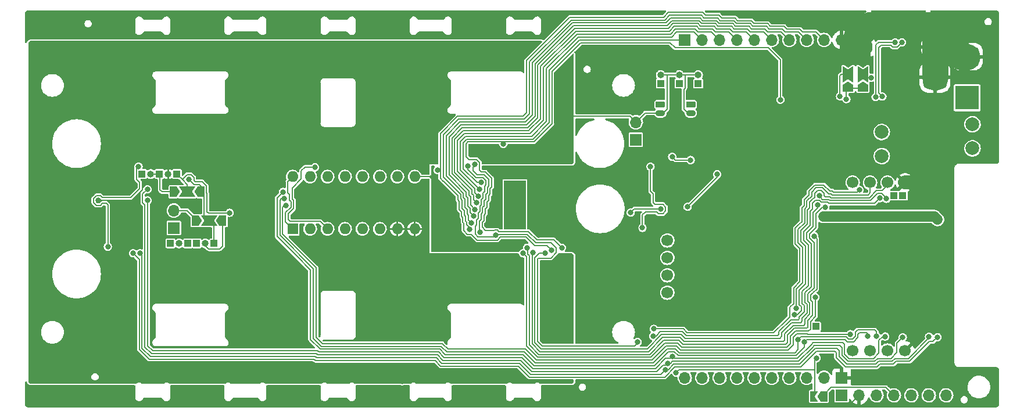
<source format=gbl>
G04 #@! TF.GenerationSoftware,KiCad,Pcbnew,(6.0.5-0)*
G04 #@! TF.CreationDate,2022-08-15T05:54:32+09:00*
G04 #@! TF.ProjectId,qLAMP-main,714c414d-502d-46d6-9169-6e2e6b696361,rev?*
G04 #@! TF.SameCoordinates,Original*
G04 #@! TF.FileFunction,Copper,L2,Bot*
G04 #@! TF.FilePolarity,Positive*
%FSLAX46Y46*%
G04 Gerber Fmt 4.6, Leading zero omitted, Abs format (unit mm)*
G04 Created by KiCad (PCBNEW (6.0.5-0)) date 2022-08-15 05:54:32*
%MOMM*%
%LPD*%
G01*
G04 APERTURE LIST*
G04 Aperture macros list*
%AMRoundRect*
0 Rectangle with rounded corners*
0 $1 Rounding radius*
0 $2 $3 $4 $5 $6 $7 $8 $9 X,Y pos of 4 corners*
0 Add a 4 corners polygon primitive as box body*
4,1,4,$2,$3,$4,$5,$6,$7,$8,$9,$2,$3,0*
0 Add four circle primitives for the rounded corners*
1,1,$1+$1,$2,$3*
1,1,$1+$1,$4,$5*
1,1,$1+$1,$6,$7*
1,1,$1+$1,$8,$9*
0 Add four rect primitives between the rounded corners*
20,1,$1+$1,$2,$3,$4,$5,0*
20,1,$1+$1,$4,$5,$6,$7,0*
20,1,$1+$1,$6,$7,$8,$9,0*
20,1,$1+$1,$8,$9,$2,$3,0*%
%AMFreePoly0*
4,1,6,1.000000,0.000000,0.500000,-0.750000,-0.500000,-0.750000,-0.500000,0.750000,0.500000,0.750000,1.000000,0.000000,1.000000,0.000000,$1*%
%AMFreePoly1*
4,1,7,0.700000,0.000000,1.200000,-0.750000,-1.200000,-0.750000,-0.700000,0.000000,-1.200000,0.750000,1.200000,0.750000,0.700000,0.000000,0.700000,0.000000,$1*%
%AMFreePoly2*
4,1,6,0.500000,-0.750000,-0.650000,-0.750000,-0.150000,0.000000,-0.650000,0.750000,0.500000,0.750000,0.500000,-0.750000,0.500000,-0.750000,$1*%
G04 Aperture macros list end*
G04 #@! TA.AperFunction,ComponentPad*
%ADD10C,2.000000*%
G04 #@! TD*
G04 #@! TA.AperFunction,ComponentPad*
%ADD11C,0.600000*%
G04 #@! TD*
G04 #@! TA.AperFunction,SMDPad,CuDef*
%ADD12R,3.200000X7.100000*%
G04 #@! TD*
G04 #@! TA.AperFunction,ComponentPad*
%ADD13RoundRect,0.225000X-0.475000X0.225000X-0.475000X-0.225000X0.475000X-0.225000X0.475000X0.225000X0*%
G04 #@! TD*
G04 #@! TA.AperFunction,ComponentPad*
%ADD14O,1.400000X0.900000*%
G04 #@! TD*
G04 #@! TA.AperFunction,ComponentPad*
%ADD15R,1.000000X1.000000*%
G04 #@! TD*
G04 #@! TA.AperFunction,ComponentPad*
%ADD16O,1.000000X1.000000*%
G04 #@! TD*
G04 #@! TA.AperFunction,ComponentPad*
%ADD17R,1.700000X1.700000*%
G04 #@! TD*
G04 #@! TA.AperFunction,ComponentPad*
%ADD18O,1.700000X1.700000*%
G04 #@! TD*
G04 #@! TA.AperFunction,ComponentPad*
%ADD19R,3.500000X3.500000*%
G04 #@! TD*
G04 #@! TA.AperFunction,ComponentPad*
%ADD20RoundRect,0.750000X-1.000000X0.750000X-1.000000X-0.750000X1.000000X-0.750000X1.000000X0.750000X0*%
G04 #@! TD*
G04 #@! TA.AperFunction,ComponentPad*
%ADD21RoundRect,0.875000X-0.875000X0.875000X-0.875000X-0.875000X0.875000X-0.875000X0.875000X0.875000X0*%
G04 #@! TD*
G04 #@! TA.AperFunction,ComponentPad*
%ADD22C,1.700000*%
G04 #@! TD*
G04 #@! TA.AperFunction,ComponentPad*
%ADD23O,1.000000X1.800000*%
G04 #@! TD*
G04 #@! TA.AperFunction,ComponentPad*
%ADD24R,1.600000X1.600000*%
G04 #@! TD*
G04 #@! TA.AperFunction,ComponentPad*
%ADD25O,1.600000X1.600000*%
G04 #@! TD*
G04 #@! TA.AperFunction,SMDPad,CuDef*
%ADD26FreePoly0,180.000000*%
G04 #@! TD*
G04 #@! TA.AperFunction,SMDPad,CuDef*
%ADD27FreePoly1,180.000000*%
G04 #@! TD*
G04 #@! TA.AperFunction,SMDPad,CuDef*
%ADD28FreePoly0,0.000000*%
G04 #@! TD*
G04 #@! TA.AperFunction,SMDPad,CuDef*
%ADD29FreePoly1,0.000000*%
G04 #@! TD*
G04 #@! TA.AperFunction,SMDPad,CuDef*
%ADD30FreePoly2,180.000000*%
G04 #@! TD*
G04 #@! TA.AperFunction,SMDPad,CuDef*
%ADD31FreePoly0,90.000000*%
G04 #@! TD*
G04 #@! TA.AperFunction,SMDPad,CuDef*
%ADD32FreePoly1,90.000000*%
G04 #@! TD*
G04 #@! TA.AperFunction,SMDPad,CuDef*
%ADD33FreePoly0,270.000000*%
G04 #@! TD*
G04 #@! TA.AperFunction,ViaPad*
%ADD34C,0.800000*%
G04 #@! TD*
G04 #@! TA.AperFunction,Conductor*
%ADD35C,0.210820*%
G04 #@! TD*
G04 #@! TA.AperFunction,Conductor*
%ADD36C,1.524000*%
G04 #@! TD*
G04 #@! TA.AperFunction,Conductor*
%ADD37C,3.810000*%
G04 #@! TD*
G04 #@! TA.AperFunction,Conductor*
%ADD38C,2.032000*%
G04 #@! TD*
G04 APERTURE END LIST*
D10*
X205069999Y-89680009D03*
X205069999Y-93180009D03*
X191850000Y-90800000D03*
X191850000Y-94300000D03*
D11*
X139710000Y-99490000D03*
X138410000Y-104690000D03*
X137110000Y-103390000D03*
X139710000Y-104690000D03*
X138410000Y-102090000D03*
X137110000Y-99490000D03*
X139710000Y-103390000D03*
X139710000Y-100790000D03*
X137110000Y-100790000D03*
X137110000Y-102090000D03*
X138410000Y-103390000D03*
X139710000Y-98190000D03*
X139710000Y-102090000D03*
X138410000Y-100790000D03*
X138410000Y-99490000D03*
X138410000Y-98190000D03*
X137110000Y-104690000D03*
D12*
X138410000Y-101440000D03*
D11*
X137110000Y-98190000D03*
D13*
X164035003Y-86795000D03*
D14*
X164035003Y-88045000D03*
D13*
X159590003Y-86795000D03*
D14*
X159590003Y-88045000D03*
D15*
X165106960Y-83749058D03*
D16*
X165106960Y-82479058D03*
D15*
X162376968Y-83749058D03*
D16*
X162376968Y-82479058D03*
D15*
X159646950Y-83749058D03*
D16*
X159646950Y-82479058D03*
D17*
X156020008Y-91915005D03*
D18*
X156020008Y-89375005D03*
D19*
X204295792Y-85809800D03*
D20*
X204295792Y-79809800D03*
D21*
X199595792Y-82809800D03*
D22*
X187611003Y-98175006D03*
X190151003Y-98175006D03*
X192691003Y-98175006D03*
X195231003Y-98175006D03*
X187611003Y-122675006D03*
X190151003Y-122675006D03*
X192691003Y-122675006D03*
X195231003Y-122675006D03*
X160611003Y-106615006D03*
X160611003Y-109155006D03*
X160611003Y-111695006D03*
X160611003Y-114235006D03*
D23*
X198608282Y-78419792D03*
X198608282Y-74619792D03*
X189968282Y-78419792D03*
X189968282Y-74619792D03*
D17*
X186001000Y-126628000D03*
D18*
X183461000Y-126628000D03*
X180921000Y-126628000D03*
X178381000Y-126628000D03*
X175841000Y-126628000D03*
X173301000Y-126628000D03*
X170761000Y-126628000D03*
X168221000Y-126628000D03*
X165681000Y-126628000D03*
X163141000Y-126628000D03*
D17*
X186000993Y-129200000D03*
D18*
X188540993Y-129200000D03*
X191080993Y-129200000D03*
X193620993Y-129200000D03*
X196160993Y-129200000D03*
X198701000Y-129199996D03*
X201240993Y-129200000D03*
D17*
X163141000Y-77372000D03*
D18*
X165681000Y-77372000D03*
X168221000Y-77372000D03*
X170761000Y-77372000D03*
X173301000Y-77372000D03*
X175841000Y-77372000D03*
X178381000Y-77372000D03*
X180921000Y-77372000D03*
X183461000Y-77372000D03*
X186001000Y-77372000D03*
D24*
X106029989Y-104929991D03*
D25*
X108569989Y-104929991D03*
X111109989Y-104929991D03*
X113649989Y-104929991D03*
X116189989Y-104929991D03*
X118729989Y-104929991D03*
X121269989Y-104929991D03*
X123809989Y-104929991D03*
X123809989Y-97309991D03*
X121269989Y-97309991D03*
X118729989Y-97309991D03*
X116189989Y-97309991D03*
X113649989Y-97309991D03*
X111109989Y-97309991D03*
X108569989Y-97309991D03*
X106029989Y-97309991D03*
D17*
X88719990Y-104785008D03*
D18*
X88719990Y-102245008D03*
D15*
X88240000Y-107050000D03*
X94590009Y-107050012D03*
D26*
X92644980Y-99519994D03*
D27*
X90644980Y-99519994D03*
D28*
X88644980Y-99519994D03*
D15*
X193640989Y-100070006D03*
X89166011Y-96930033D03*
D28*
X91849994Y-103719999D03*
D29*
X93849994Y-103719999D03*
D26*
X95849994Y-103719999D03*
X183415000Y-129350000D03*
D30*
X181965000Y-129350000D03*
D15*
X84085995Y-96930009D03*
D16*
X85355995Y-96930009D03*
D31*
X186957487Y-84390005D03*
D32*
X186957487Y-82390005D03*
D33*
X186957487Y-80390005D03*
D15*
X182280001Y-119160011D03*
X90780000Y-107050000D03*
D16*
X89510000Y-107050000D03*
D15*
X92050000Y-107050000D03*
D16*
X93320000Y-107050000D03*
D15*
X194910989Y-100070006D03*
X86625995Y-96930009D03*
D16*
X87896003Y-96930021D03*
D31*
X189100003Y-84390005D03*
D32*
X189100003Y-82390005D03*
D33*
X189100003Y-80390005D03*
D34*
X182200000Y-114880000D03*
X139580000Y-108485402D03*
X120250000Y-90830000D03*
X93730000Y-93620000D03*
X91130000Y-111400000D03*
X126470000Y-124970000D03*
X94420000Y-113270000D03*
X119990000Y-113280000D03*
X121710000Y-108420000D03*
X125750000Y-118160000D03*
X145090000Y-111280000D03*
X102060000Y-121640000D03*
X112420000Y-124900000D03*
X123520000Y-110440000D03*
X107450000Y-78080000D03*
X113620000Y-108230000D03*
X116040000Y-111440000D03*
X74660000Y-85910000D03*
X82550000Y-86620000D03*
X102250000Y-110050000D03*
X118360000Y-108370000D03*
X107310000Y-111390000D03*
X102150000Y-94090000D03*
X137220000Y-78800000D03*
X68000000Y-108610000D03*
X96610000Y-110440000D03*
X146380000Y-80750000D03*
X142700000Y-114450000D03*
X92900000Y-97310000D03*
X125090000Y-111210000D03*
X98040000Y-111420000D03*
X93370000Y-89850000D03*
X135520000Y-81250000D03*
X96960000Y-88650000D03*
X87680000Y-90840000D03*
X117840000Y-92610000D03*
X112730000Y-111620000D03*
X90970000Y-96040000D03*
X117830000Y-88210000D03*
X145150000Y-92700000D03*
X70520000Y-123750000D03*
X128150000Y-120590000D03*
X83290000Y-80290000D03*
X71320000Y-108870000D03*
X106730000Y-102850000D03*
X107640000Y-114840000D03*
X81980000Y-111330000D03*
X97370000Y-121680000D03*
X100360000Y-99910000D03*
X88970000Y-92840000D03*
X127730000Y-82790000D03*
X87920000Y-78060000D03*
X92940000Y-78990000D03*
X78110000Y-80500000D03*
X107620000Y-121650000D03*
X120460000Y-110330000D03*
X92870000Y-96040000D03*
X90890000Y-92670000D03*
X107160000Y-92770000D03*
X85920000Y-89140000D03*
X138480000Y-125880000D03*
X125480000Y-104920000D03*
X121680000Y-99180000D03*
X71410000Y-80410000D03*
X85750000Y-110350000D03*
X77800000Y-95400000D03*
X126700000Y-78380000D03*
X111050000Y-113380000D03*
X105870000Y-86000000D03*
X109150000Y-126980000D03*
X125190000Y-85420000D03*
X73590000Y-120110000D03*
X71080000Y-86410000D03*
X120010000Y-118160000D03*
X145830000Y-88490000D03*
X134630000Y-126930000D03*
X105330000Y-110020000D03*
X85710000Y-107600000D03*
X128130000Y-115480000D03*
X88240000Y-126860000D03*
X95460000Y-91860000D03*
X90240000Y-88790000D03*
X77010000Y-104300000D03*
X73810000Y-105870000D03*
X78310000Y-117380000D03*
X79910000Y-92620000D03*
X142850000Y-92850000D03*
X136970000Y-115130000D03*
X84590000Y-93630000D03*
X119530000Y-106250000D03*
X132380000Y-113170000D03*
X75230000Y-127040000D03*
X127020000Y-111330000D03*
X108470000Y-108220000D03*
X103650000Y-82300000D03*
X68170000Y-95470000D03*
X102830000Y-126900000D03*
X111380000Y-101420000D03*
X132250000Y-93070000D03*
X75780000Y-100670000D03*
X114670000Y-110020000D03*
X120400000Y-85000000D03*
X146360000Y-85990000D03*
X136080000Y-111360000D03*
X108650000Y-89210000D03*
X117800000Y-115750000D03*
X100370000Y-85760000D03*
X139150000Y-110320000D03*
X95060000Y-126950000D03*
X77480000Y-99030000D03*
X119760000Y-101440000D03*
X116160000Y-92550000D03*
X141030000Y-78100000D03*
X100040000Y-104620000D03*
X127510000Y-127060000D03*
X77850000Y-123540000D03*
X99980000Y-111400000D03*
X113680000Y-102890000D03*
X121180000Y-93670000D03*
X82460000Y-78150000D03*
X82090000Y-92630000D03*
X86070000Y-91930000D03*
X97390000Y-115130000D03*
X105350000Y-93970000D03*
X129290000Y-113090000D03*
X85970000Y-124950000D03*
X114200000Y-113250000D03*
X103240000Y-96170000D03*
X122000000Y-127140000D03*
X71570000Y-104090000D03*
X78070000Y-86490000D03*
X108290000Y-83020000D03*
X106400000Y-124990000D03*
X81720000Y-107340000D03*
X83290000Y-123820000D03*
X144780000Y-89760000D03*
X82020000Y-127010000D03*
X100520000Y-108290000D03*
X80560000Y-120490000D03*
X87630000Y-108400000D03*
X68360000Y-78370000D03*
X77670000Y-114000000D03*
X115530000Y-78130000D03*
X98330000Y-125120000D03*
X122530000Y-115440000D03*
X121800000Y-111770000D03*
X132140000Y-115070000D03*
X101750000Y-98290000D03*
X108820000Y-100570000D03*
X70500000Y-99530000D03*
X114500000Y-93800000D03*
X123110000Y-81330000D03*
X122580000Y-120760000D03*
X130760000Y-111700000D03*
X124700000Y-92700000D03*
X142800000Y-121190000D03*
X146360000Y-121040000D03*
X118000000Y-111360000D03*
X91100000Y-115220000D03*
X79740000Y-111370000D03*
X96780000Y-106290000D03*
X122470000Y-103720000D03*
X132580000Y-110370000D03*
X116050000Y-106760000D03*
X132160000Y-78410000D03*
X73580000Y-82570000D03*
X109000000Y-102600000D03*
X110890000Y-80350000D03*
X68260000Y-114610000D03*
X99800000Y-96480000D03*
X68320000Y-89390000D03*
X117170000Y-99190000D03*
X117380000Y-102980000D03*
X97390000Y-118650000D03*
X111180000Y-107210000D03*
X113710000Y-99670000D03*
X68410000Y-86220000D03*
X111060000Y-94070000D03*
X130860000Y-125790000D03*
X67990000Y-120200000D03*
X146350000Y-114500000D03*
X125380000Y-98250000D03*
X85790000Y-114520000D03*
X117050000Y-81160000D03*
X138590000Y-93420000D03*
X115880000Y-101040000D03*
X82650000Y-117180000D03*
X96620000Y-108270000D03*
X80550000Y-83470000D03*
X93570000Y-110370000D03*
X122930000Y-106900000D03*
X107650000Y-118550000D03*
X102040000Y-118570000D03*
X98050000Y-92550000D03*
X105230000Y-91090000D03*
X79620000Y-108550000D03*
X99220000Y-78140000D03*
X87320000Y-112900000D03*
X115980000Y-126960000D03*
X96010000Y-96210000D03*
X117770000Y-120790000D03*
X85990000Y-98820000D03*
X91270000Y-125250000D03*
X129570000Y-110360000D03*
X112690000Y-92440000D03*
X99780000Y-92710000D03*
X144470000Y-117770000D03*
X129580000Y-80460000D03*
X101670000Y-101710000D03*
X68410000Y-82700000D03*
X68080000Y-102390000D03*
X77920000Y-90000000D03*
X77730000Y-100786902D03*
X82240000Y-95500000D03*
X83660000Y-106800000D03*
X124170000Y-101290000D03*
X100280000Y-89730000D03*
X118870000Y-125040000D03*
X87690000Y-93520000D03*
X103440000Y-79020000D03*
X142950000Y-111320000D03*
X108990000Y-92690000D03*
X104270000Y-112440000D03*
X123200000Y-90900000D03*
X91330000Y-101260000D03*
X97380000Y-82330000D03*
X74910000Y-78310000D03*
X84490000Y-91140000D03*
X102510000Y-114620000D03*
X122620000Y-88620000D03*
X73410000Y-99400000D03*
X88920000Y-111530000D03*
X98650000Y-107360000D03*
X111150000Y-110030000D03*
X113910000Y-90820000D03*
X120720000Y-78410000D03*
X123600000Y-113250000D03*
X133810000Y-111460000D03*
X71320000Y-117580000D03*
X126610000Y-92700000D03*
X76050000Y-107560000D03*
X128330000Y-88470000D03*
X68050000Y-126830000D03*
X144730000Y-83540000D03*
X103490000Y-88410000D03*
X138840000Y-113250000D03*
X125530000Y-108360000D03*
X110770000Y-90760000D03*
X141110000Y-93470000D03*
X156280000Y-121420000D03*
X183340000Y-103120000D03*
X83578773Y-95827351D03*
X159665189Y-102029642D03*
X182369000Y-123761000D03*
X131584136Y-95762633D03*
X199990000Y-103570000D03*
X155270000Y-102552700D03*
X79100000Y-107540000D03*
X167870000Y-96950000D03*
X163561424Y-101698353D03*
X135578026Y-105825474D03*
X161888761Y-125891630D03*
X132556613Y-95518297D03*
X133318351Y-105386587D03*
X90933915Y-97722495D03*
X145252039Y-107667959D03*
X136710000Y-92536428D03*
X177077500Y-86077500D03*
X158161240Y-95837300D03*
X156990000Y-104772269D03*
X188584328Y-99261270D03*
X158642270Y-119510000D03*
X199980000Y-120710000D03*
X82785647Y-108485402D03*
X83788350Y-108485402D03*
X160301624Y-125475913D03*
X198730000Y-120650000D03*
X194910000Y-120720000D03*
X160664255Y-124528449D03*
X84879970Y-99127767D03*
X182769032Y-100052163D03*
X192538287Y-100540000D03*
X191080000Y-120540000D03*
X104833034Y-100517440D03*
X179655069Y-121063569D03*
X179343944Y-116484357D03*
X192360000Y-120620000D03*
X161312118Y-123524412D03*
X84879970Y-100786902D03*
X179163511Y-117474190D03*
X180606836Y-121379088D03*
X189830000Y-120550000D03*
X104606609Y-99540637D03*
X109278110Y-95931837D03*
X186700000Y-85990000D03*
X161316890Y-94407157D03*
X164003110Y-94881650D03*
X193787300Y-77710030D03*
X190950000Y-85710000D03*
X194790000Y-77707700D03*
X191949379Y-85628418D03*
X207800000Y-94550000D03*
X197190000Y-111120000D03*
X173720000Y-129970000D03*
X159490000Y-85700000D03*
X179990000Y-91990000D03*
X82280000Y-130490000D03*
X122550000Y-76810000D03*
X178880000Y-74840000D03*
X170320000Y-118030000D03*
X194890000Y-109020000D03*
X155720000Y-114690000D03*
X185060000Y-91950000D03*
X188110000Y-125960000D03*
X192050000Y-111100000D03*
X182250000Y-94000000D03*
X198370000Y-127160000D03*
X181830000Y-83360000D03*
X185860000Y-113290000D03*
X115730000Y-76710000D03*
X82150000Y-73800000D03*
X167060000Y-83080000D03*
X174100000Y-101300000D03*
X162290000Y-102720000D03*
X201580000Y-120910000D03*
X129810000Y-130320000D03*
X133410000Y-75140000D03*
X109570000Y-128160000D03*
X200330000Y-105150000D03*
X169400000Y-90120000D03*
X203390000Y-126170000D03*
X175820000Y-98620000D03*
X141880000Y-105800000D03*
X201690000Y-108010000D03*
X177080000Y-108280000D03*
X136520000Y-76860000D03*
X184470000Y-86030000D03*
X207870000Y-86340000D03*
X119410000Y-75270000D03*
X161030000Y-81330000D03*
X173930000Y-85170000D03*
X180780000Y-129320000D03*
X178970000Y-130380000D03*
X162610000Y-89180000D03*
X153960000Y-89690000D03*
X200900000Y-79790000D03*
X88960000Y-130240000D03*
X169780000Y-95090000D03*
X186000000Y-98840000D03*
X115730000Y-73730000D03*
X194610000Y-113510000D03*
X165800000Y-107280000D03*
X207760000Y-78340000D03*
X185870000Y-104930000D03*
X192050000Y-125430000D03*
X159280000Y-117070000D03*
X174770000Y-116390000D03*
X187800000Y-111250000D03*
X175210000Y-92780000D03*
X109520000Y-130350000D03*
X122630000Y-130440000D03*
X169120000Y-84810000D03*
X129820000Y-73750000D03*
X187960000Y-106770000D03*
X133040000Y-129190000D03*
X164430000Y-85230000D03*
X191930000Y-106780000D03*
X192290000Y-130250000D03*
X72010000Y-73700000D03*
X177970000Y-96820000D03*
X153050000Y-78890000D03*
X165870000Y-104410000D03*
X170940000Y-110360000D03*
X126880000Y-101960000D03*
X164510000Y-99540000D03*
X199120000Y-122470000D03*
X202630000Y-130290000D03*
X102730000Y-73740000D03*
X182500000Y-97610000D03*
X144090000Y-97730000D03*
X173830000Y-73800000D03*
X82210000Y-76500000D03*
X122580000Y-73790000D03*
X150410000Y-85170000D03*
X149940000Y-127310000D03*
X160850000Y-78900000D03*
X153480000Y-128230000D03*
X163960000Y-119190000D03*
X199250000Y-108980000D03*
X172340000Y-114250000D03*
X159490000Y-91041650D03*
X146530000Y-129200000D03*
X92160000Y-129370000D03*
X109570000Y-76790000D03*
X89550000Y-73660000D03*
X201310000Y-111490000D03*
X134040000Y-107790000D03*
X160020000Y-103810000D03*
X163230000Y-81130000D03*
X115850000Y-128250000D03*
X185820000Y-109110000D03*
X203460000Y-76370000D03*
X205480000Y-74050000D03*
X179860000Y-99980000D03*
X208100000Y-130010000D03*
X122500000Y-128290000D03*
X157810000Y-78920000D03*
X136590000Y-130440000D03*
X142760000Y-76270000D03*
X190010000Y-104900000D03*
X150010000Y-129640000D03*
X192340000Y-115290000D03*
X207770000Y-90790000D03*
X161660000Y-116050000D03*
X175310000Y-82750000D03*
X166150000Y-94910000D03*
X178370000Y-104880000D03*
X187550000Y-74370000D03*
X183240000Y-74480000D03*
X203980000Y-82920000D03*
X185770000Y-116560000D03*
X147770000Y-87660000D03*
X194650000Y-117060000D03*
X148050000Y-121030000D03*
X197470000Y-130290000D03*
X189970000Y-130260000D03*
X200810000Y-124950000D03*
X189920000Y-109100000D03*
X148050000Y-115490000D03*
X165970000Y-113215000D03*
X175060000Y-105150000D03*
X155750000Y-108640000D03*
X195920000Y-125110000D03*
X95530000Y-130460000D03*
X152750000Y-87580000D03*
X82360000Y-128240000D03*
X179660000Y-127610000D03*
X184600000Y-79550000D03*
X194880000Y-130280000D03*
X106530000Y-129280000D03*
X145430000Y-73800000D03*
X115790000Y-130310000D03*
X197170000Y-106860000D03*
X157470000Y-112580000D03*
X168360000Y-99290000D03*
X129770000Y-76780000D03*
X136500000Y-73860000D03*
X156080000Y-81130000D03*
X188270000Y-78740000D03*
X200840000Y-74310000D03*
X175220000Y-95660000D03*
X167370000Y-88230000D03*
X178980000Y-111680000D03*
X109620000Y-73710000D03*
X166860000Y-85590000D03*
X199090000Y-113210000D03*
X142760000Y-73760000D03*
X106120000Y-75350000D03*
X165070000Y-81130000D03*
X156460000Y-84700000D03*
X207610000Y-82990000D03*
X199090000Y-117060000D03*
X207960000Y-125870000D03*
X95310000Y-73710000D03*
X180720000Y-96450000D03*
X142790000Y-128090000D03*
X102760000Y-128150000D03*
X151220000Y-81450000D03*
X174940000Y-79900000D03*
X185450000Y-96712735D03*
X102780000Y-76800000D03*
X177750000Y-101220000D03*
X152860000Y-98280000D03*
X142730000Y-130490000D03*
X103060000Y-130350000D03*
X193580000Y-126620000D03*
X198150000Y-92260000D03*
X155840000Y-130430000D03*
X92370000Y-75150000D03*
X159600000Y-95200000D03*
X157731806Y-100170122D03*
X164260000Y-90380000D03*
X192200000Y-76260000D03*
X119060000Y-129410000D03*
X184520000Y-82540000D03*
X197960000Y-95860000D03*
X76380000Y-128290000D03*
X196490000Y-76180000D03*
X131290000Y-106940000D03*
X151560000Y-106620000D03*
X156530000Y-87510000D03*
X146040000Y-99930000D03*
X194960000Y-127970000D03*
X170545000Y-82910000D03*
X158720000Y-81500000D03*
X178910000Y-82520000D03*
X176730000Y-129340000D03*
X165250000Y-79300000D03*
X171080000Y-86030000D03*
X171530000Y-79540000D03*
X89430000Y-76540000D03*
X189920000Y-117080000D03*
X161520000Y-87550000D03*
X166900000Y-79760000D03*
X148090000Y-110670000D03*
X71780000Y-130410000D03*
X75910000Y-76770000D03*
X161890000Y-107820000D03*
X161880000Y-85800000D03*
X148910000Y-98280000D03*
X189920000Y-113320000D03*
X67860000Y-76720000D03*
X138480000Y-106833311D03*
X160570000Y-100010000D03*
X175550000Y-119070000D03*
X89000000Y-128320000D03*
X95470000Y-128160000D03*
X185150956Y-93298098D03*
X201640000Y-115070000D03*
X148050000Y-79150000D03*
X159280000Y-110690000D03*
X173120000Y-81090000D03*
X136530000Y-128270000D03*
X199990000Y-130290000D03*
X162290000Y-100820000D03*
X140070000Y-96730000D03*
X95380000Y-76610000D03*
X128939538Y-99930462D03*
X190060000Y-127270000D03*
X147850000Y-89480000D03*
X194760000Y-104560000D03*
X129850000Y-128140000D03*
X126780000Y-98400000D03*
X168880000Y-81200000D03*
X67920000Y-128400000D03*
X177390000Y-94490000D03*
X147840000Y-82490000D03*
X146710000Y-96590000D03*
X157740000Y-106050000D03*
X187840000Y-115180000D03*
X171390000Y-130400000D03*
X178080000Y-115270000D03*
X135630000Y-96720000D03*
X175090000Y-111940000D03*
X194240000Y-73900000D03*
X196990000Y-115200000D03*
X96850000Y-102580000D03*
X191535954Y-100456332D03*
X158545536Y-120550474D03*
X127149009Y-96345377D03*
X143738455Y-108072631D03*
X190310000Y-82860000D03*
X185773624Y-85606281D03*
X182030000Y-105970000D03*
X140169320Y-107674161D03*
X183640000Y-101755300D03*
X141054732Y-108382271D03*
X182476794Y-101468394D03*
X142790000Y-108485402D03*
X132824837Y-101108536D03*
X133063649Y-100134687D03*
X133272443Y-99153964D03*
X133490000Y-98175147D03*
X132582266Y-102081455D03*
X132362956Y-103059880D03*
X132090000Y-104050000D03*
X131792506Y-105007554D03*
X187280000Y-120280000D03*
X105067469Y-101492351D03*
D35*
X140079999Y-121999999D02*
X140079999Y-108985401D01*
X178533409Y-120598960D02*
X178533408Y-121681425D01*
X160276260Y-121575672D02*
X158197772Y-123654160D01*
X179295910Y-119836460D02*
X178533409Y-120598960D01*
X162119315Y-121575673D02*
X160276260Y-121575672D01*
X181173540Y-119836460D02*
X179295910Y-119836460D01*
X162705201Y-122161559D02*
X162119315Y-121575673D01*
X178053276Y-122161558D02*
X162705201Y-122161559D01*
X182200000Y-117720000D02*
X181471879Y-118448121D01*
X181471879Y-118448121D02*
X181471879Y-119538121D01*
X181471879Y-119538121D02*
X181173540Y-119836460D01*
X141734163Y-123654159D02*
X140079999Y-121999999D01*
X158197772Y-123654160D02*
X141734163Y-123654159D01*
X140079999Y-108985401D02*
X139580000Y-108485402D01*
X178533408Y-121681425D02*
X178053276Y-122161558D01*
X182200000Y-114880000D02*
X182200000Y-117720000D01*
X156020008Y-89375005D02*
X155145003Y-88500000D01*
X160598133Y-87447690D02*
X160598133Y-82496249D01*
X165106960Y-82479058D02*
X162376968Y-82479058D01*
X160000823Y-88045000D02*
X160598133Y-87447690D01*
X164035003Y-88045000D02*
X163624183Y-88045000D01*
X163026873Y-84553127D02*
X163200942Y-84379058D01*
X163026873Y-87447690D02*
X163026873Y-84553127D01*
X163624183Y-88045000D02*
X163026873Y-87447690D01*
X163200942Y-84379058D02*
X163200942Y-82479058D01*
X84171849Y-98834453D02*
X84586656Y-98419646D01*
X85589646Y-98419646D02*
X85990000Y-98820000D01*
X84171849Y-99248151D02*
X84171849Y-98834453D01*
X145840000Y-88500000D02*
X145830000Y-88490000D01*
X155145003Y-88500000D02*
X145840000Y-88500000D01*
X160598133Y-82496249D02*
X160580942Y-82479058D01*
X159590003Y-88045000D02*
X160000823Y-88045000D01*
X84586656Y-98419646D02*
X85179646Y-98419646D01*
X82633098Y-100786902D02*
X84171849Y-99248151D01*
X85179646Y-98419646D02*
X85589646Y-98419646D01*
X162376968Y-82479058D02*
X160580942Y-82479058D01*
X157350013Y-88045000D02*
X159590003Y-88045000D01*
X160580942Y-82479058D02*
X159646950Y-82479058D01*
X77730000Y-100786902D02*
X82633098Y-100786902D01*
X156020008Y-89375005D02*
X157350013Y-88045000D01*
X133071077Y-103353194D02*
X132798121Y-103626150D01*
X144446576Y-107716576D02*
X143651661Y-106921661D01*
X182079121Y-124050879D02*
X182369000Y-123761000D01*
X133980564Y-99447278D02*
X133771770Y-99656072D01*
X144446576Y-108365945D02*
X144446576Y-107716576D01*
X132798121Y-103626150D02*
X132798121Y-104343314D01*
X162310512Y-125469879D02*
X182040121Y-125469879D01*
X163561424Y-101675178D02*
X163561424Y-101698353D01*
X83270000Y-97670000D02*
X83270000Y-96129762D01*
X155860000Y-122000000D02*
X142419336Y-122000000D01*
X78317895Y-100373362D02*
X82461804Y-100373362D01*
X155793058Y-102029642D02*
X155270000Y-102552700D01*
X77021879Y-101080216D02*
X77021879Y-100493588D01*
X83270000Y-96129762D02*
X83276362Y-96129762D01*
X141829749Y-109193523D02*
X143618998Y-109193523D01*
X78317895Y-101200442D02*
X78023314Y-101495023D01*
X161888761Y-125891630D02*
X162310512Y-125469879D01*
X140205392Y-105711661D02*
X135691839Y-105711661D01*
X182040121Y-125469879D02*
X182079121Y-125430879D01*
X141734160Y-121314824D02*
X141734160Y-109289112D01*
X134198121Y-98468461D02*
X133980564Y-98686018D01*
X133771770Y-100428001D02*
X133532958Y-100666813D01*
X78023314Y-101495023D02*
X77436686Y-101495023D01*
X131584136Y-96294136D02*
X132757026Y-97467026D01*
X132798121Y-104343314D02*
X132610230Y-104531205D01*
X181965000Y-129350000D02*
X181965000Y-128895000D01*
X79100000Y-101440000D02*
X78860442Y-101200442D01*
X133532958Y-101401850D02*
X133290387Y-101644421D01*
X83276362Y-96129762D02*
X83578773Y-95827351D01*
X79100000Y-107540000D02*
X79100000Y-101440000D01*
X142419336Y-122000000D02*
X141734160Y-121314824D01*
X133532958Y-100666813D02*
X133532958Y-101401850D01*
X143618998Y-109193523D02*
X144446576Y-108365945D01*
X77436686Y-101495023D02*
X77021879Y-101080216D01*
X133290387Y-102374769D02*
X133071077Y-102594079D01*
X182079121Y-129235879D02*
X182079121Y-125430879D01*
X83752583Y-99082583D02*
X83752583Y-98152583D01*
X132610230Y-104531205D02*
X132610230Y-105679901D01*
X156280000Y-121420000D02*
X156280000Y-121580000D01*
D36*
X199540000Y-103120000D02*
X199990000Y-103570000D01*
D35*
X78860442Y-101200442D02*
X78317895Y-101200442D01*
X77021879Y-100493588D02*
X77436686Y-100078781D01*
X167870000Y-97366602D02*
X163561424Y-101675178D01*
X133771770Y-99656072D02*
X133771770Y-100428001D01*
X133783314Y-97467026D02*
X134198121Y-97881833D01*
D36*
X183340000Y-103120000D02*
X199540000Y-103120000D01*
D35*
X83752583Y-98152583D02*
X83270000Y-97670000D01*
X133071077Y-102594079D02*
X133071077Y-103353194D01*
X134198121Y-97881833D02*
X134198121Y-98468461D01*
X167870000Y-96950000D02*
X167870000Y-97366602D01*
X182079121Y-125430879D02*
X182079121Y-124050879D01*
X77436686Y-100078781D02*
X78023314Y-100078781D01*
X141415393Y-106921661D02*
X140205392Y-105711661D01*
X181965000Y-129350000D02*
X182079121Y-129235879D01*
X132757026Y-97467026D02*
X133783314Y-97467026D01*
X135308792Y-106094708D02*
X135578026Y-105825474D01*
X133980564Y-98686018D02*
X133980564Y-99447278D01*
X135691839Y-105711661D02*
X135578026Y-105825474D01*
X131584136Y-95762633D02*
X131584136Y-96294136D01*
X159665189Y-102029642D02*
X155793058Y-102029642D01*
X141734160Y-109289112D02*
X141829749Y-109193523D01*
X82461804Y-100373362D02*
X83752583Y-99082583D01*
X133025037Y-106094708D02*
X135308792Y-106094708D01*
X132610230Y-105679901D02*
X133025037Y-106094708D01*
X133290387Y-101644421D02*
X133290387Y-102374769D01*
X78023314Y-100078781D02*
X78317895Y-100373362D01*
X156280000Y-121580000D02*
X155860000Y-122000000D01*
X143651661Y-106921661D02*
X141415393Y-106921661D01*
X105314730Y-98025270D02*
X105314730Y-99690000D01*
X134185309Y-99885309D02*
X134394104Y-99676514D01*
X133946498Y-101573143D02*
X133946498Y-100850000D01*
X133211661Y-103797444D02*
X133484617Y-103524487D01*
X105541155Y-99916425D02*
X105541155Y-100720000D01*
X133318351Y-105386587D02*
X133211661Y-105279897D01*
X106030000Y-97310000D02*
X105314730Y-98025270D01*
X134394104Y-99676514D02*
X134394104Y-98860000D01*
X132928321Y-97053487D02*
X132292257Y-96417423D01*
X133211661Y-105279897D02*
X133211661Y-103797444D01*
X104990620Y-102570635D02*
X104990620Y-103890620D01*
X133484617Y-102830000D02*
X133484617Y-102765373D01*
X133703927Y-102546062D02*
X133703927Y-101815715D01*
X133680000Y-97053487D02*
X133612019Y-97053487D01*
X134185309Y-100611189D02*
X134185309Y-99885309D01*
X105541155Y-100720000D02*
X105775590Y-100954435D01*
X133946498Y-100850000D02*
X134185309Y-100611189D01*
X105314730Y-99690000D02*
X105541155Y-99916425D01*
X134394104Y-98860000D02*
X134611661Y-98642443D01*
X133484617Y-103524487D02*
X133484617Y-102830000D01*
X134611660Y-97710538D02*
X133954609Y-97053487D01*
X132292257Y-95940000D02*
X132556613Y-95675644D01*
X133954609Y-97053487D02*
X133680000Y-97053487D01*
X104990620Y-103890620D02*
X106030000Y-104930000D01*
X134611661Y-98642443D02*
X134611660Y-97710538D01*
X133703927Y-101815715D02*
X133946498Y-101573143D01*
X132556613Y-95675644D02*
X132556613Y-95518297D01*
X133612019Y-97053487D02*
X133344907Y-97053487D01*
X133484617Y-102765373D02*
X133703927Y-102546062D01*
X105775590Y-100954435D02*
X105775590Y-101785665D01*
X133344907Y-97053487D02*
X132928321Y-97053487D01*
X105775590Y-101785665D02*
X104990620Y-102570635D01*
X132292257Y-96417423D02*
X132292257Y-95940000D01*
X92644980Y-99519994D02*
X93140000Y-100015014D01*
X92644980Y-99519994D02*
X92644980Y-98694980D01*
X91673284Y-98461864D02*
X90933915Y-97722495D01*
X94590009Y-104460014D02*
X93849994Y-103719999D01*
X92644980Y-98694980D02*
X92411864Y-98461864D01*
X92411864Y-98461864D02*
X91673284Y-98461864D01*
X94590009Y-107050012D02*
X94590009Y-104460014D01*
X93140000Y-100015014D02*
X93140000Y-103010005D01*
X93140000Y-103010005D02*
X93849994Y-103719999D01*
X136052108Y-105298121D02*
X140376686Y-105298121D01*
X133625201Y-104692002D02*
X134075078Y-105141879D01*
X134807644Y-99031293D02*
X134807644Y-99847807D01*
X136698142Y-92241858D02*
X131582976Y-92241858D01*
X134117467Y-102717355D02*
X133898157Y-102936665D01*
X133898157Y-103695780D02*
X133625201Y-103968736D01*
X144092201Y-106508121D02*
X145252039Y-107667959D01*
X141162875Y-92241857D02*
X143811854Y-89592878D01*
X143811854Y-81922980D02*
X147949294Y-77785540D01*
X131728848Y-94810176D02*
X132849927Y-94810176D01*
X135393314Y-105141879D02*
X135417840Y-105117353D01*
X131728848Y-94810176D02*
X131289566Y-94370894D01*
X134360038Y-101744436D02*
X134117467Y-101987007D01*
X131289566Y-94370894D02*
X131289566Y-92535268D01*
X134598849Y-100056602D02*
X134598849Y-100782482D01*
X141586686Y-106508121D02*
X144092201Y-106508121D01*
X136710000Y-92253716D02*
X136698142Y-92241858D01*
X175310121Y-78530121D02*
X177077500Y-80297500D01*
X133898157Y-102936665D02*
X133898157Y-103695780D01*
X133625201Y-103968736D02*
X133625201Y-104692002D01*
X134807644Y-99847807D02*
X134598849Y-100056602D01*
X134360038Y-101021293D02*
X134360038Y-101744436D01*
X177077500Y-80297500D02*
X177077500Y-86077500D01*
X132849927Y-94810176D02*
X133264734Y-95224983D01*
X135025200Y-97539245D02*
X135025201Y-98813736D01*
X147949294Y-77785540D02*
X161010000Y-77785540D01*
X135417840Y-105117353D02*
X135871340Y-105117353D01*
X133264734Y-96394734D02*
X133509947Y-96639947D01*
X143811854Y-89592878D02*
X143811854Y-81922980D01*
X134125902Y-96639947D02*
X135025200Y-97539245D01*
X161010000Y-77785540D02*
X161754581Y-78530121D01*
X135871340Y-105117353D02*
X136052108Y-105298121D01*
X135025201Y-98813736D02*
X134807644Y-99031293D01*
X136710000Y-92536428D02*
X136710000Y-92253716D01*
X134117467Y-101987007D02*
X134117467Y-102717355D01*
X133509947Y-96639947D02*
X134125902Y-96639947D01*
X136698142Y-92241858D02*
X141162875Y-92241857D01*
X131582976Y-92241858D02*
X131289566Y-92535268D01*
X161754581Y-78530121D02*
X175310121Y-78530121D01*
X140376686Y-105298121D02*
X141586686Y-106508121D01*
X134075078Y-105141879D02*
X135393314Y-105141879D01*
X133264734Y-95224983D02*
X133264734Y-96394734D01*
X134598849Y-100782482D02*
X134360038Y-101021293D01*
X188289758Y-99555840D02*
X188584328Y-99261270D01*
X180202171Y-101980000D02*
X180202171Y-101820273D01*
X162975786Y-119507976D02*
X163503905Y-120036095D01*
X184280991Y-99393021D02*
X184639768Y-99393021D01*
X179918760Y-107851240D02*
X179918760Y-107810000D01*
X156990000Y-102900000D02*
X156990000Y-104772269D01*
X179254179Y-104820221D02*
X179807199Y-104267199D01*
X180528054Y-100661199D02*
X181233832Y-99955421D01*
X163561669Y-120093859D02*
X176114340Y-120093859D01*
X158642270Y-119510000D02*
X158644296Y-119507974D01*
X158540000Y-101070000D02*
X158791521Y-101321521D01*
X181233832Y-99955421D02*
X181233833Y-99416259D01*
X177909100Y-118299099D02*
X178455390Y-117752809D01*
X179254180Y-107119781D02*
X179254179Y-104820221D01*
X158161240Y-95837300D02*
X158161240Y-99441240D01*
X159958503Y-101321521D02*
X160373310Y-101736328D01*
X179807199Y-104267199D02*
X180202171Y-103872227D01*
X158791521Y-101321521D02*
X159958503Y-101321521D01*
X159040000Y-102483182D02*
X159000000Y-102443182D01*
X161850000Y-119507975D02*
X162975786Y-119507976D01*
X178455390Y-117752809D02*
X178455390Y-116830433D01*
X183404932Y-98516962D02*
X184280991Y-99393021D01*
X179918760Y-107851240D02*
X179918760Y-107784362D01*
X158540000Y-99820000D02*
X158540000Y-101070000D01*
X181233833Y-99416259D02*
X182133131Y-98516962D01*
X182133131Y-98516962D02*
X183404932Y-98516962D01*
X179010642Y-115816224D02*
X179010642Y-113535532D01*
X157446818Y-102443182D02*
X156990000Y-102900000D01*
X160373310Y-102322956D02*
X159958503Y-102737763D01*
X159000000Y-102443182D02*
X157446818Y-102443182D01*
X158644296Y-119507974D02*
X161850000Y-119507975D01*
X180202171Y-103872227D02*
X180202171Y-101980000D01*
X179918760Y-112627414D02*
X179918760Y-107851240D01*
X163503905Y-120036095D02*
X163561669Y-120093859D01*
X159958503Y-102737763D02*
X159294581Y-102737763D01*
X158161240Y-99441240D02*
X158540000Y-99820000D01*
X180202171Y-101820273D02*
X180528053Y-101494391D01*
X178455390Y-116371476D02*
X179010642Y-115816224D01*
X179010642Y-113535532D02*
X179918760Y-112627414D01*
X180528053Y-101494391D02*
X180528054Y-100661199D01*
X178455390Y-116830433D02*
X178455390Y-116371476D01*
X159294581Y-102737763D02*
X159040000Y-102483182D01*
X179918760Y-107784362D02*
X179254180Y-107119781D01*
X184802587Y-99555840D02*
X188289758Y-99555840D01*
X160373310Y-101736328D02*
X160373310Y-102322956D01*
X184639768Y-99393021D02*
X184802587Y-99555840D01*
X176114340Y-120093859D02*
X177909100Y-118299099D01*
X191558136Y-124660207D02*
X193513302Y-124660206D01*
X83669380Y-122484213D02*
X85112247Y-123927080D01*
X157918939Y-126548939D02*
X160230017Y-126548939D01*
X182075686Y-123052879D02*
X182367325Y-122761240D01*
X83669380Y-109369135D02*
X83669380Y-122484213D01*
X161722617Y-125056339D02*
X180072226Y-125056339D01*
X109342240Y-124121239D02*
X126772238Y-124121239D01*
X191144599Y-125073744D02*
X191558136Y-124660207D01*
X186617411Y-125073746D02*
X191144599Y-125073744D01*
X127602240Y-124951239D02*
X138937401Y-124951239D01*
X140535103Y-126548939D02*
X157918939Y-126548939D01*
X109148080Y-123927080D02*
X109342240Y-124121239D01*
X199320663Y-121369337D02*
X199980000Y-120710000D01*
X198759337Y-121369337D02*
X198764338Y-121364337D01*
X160230017Y-126548939D02*
X161722617Y-125056339D01*
X185011240Y-122761240D02*
X185212262Y-122962262D01*
X193926841Y-124246667D02*
X195882009Y-124246666D01*
X193513302Y-124660206D02*
X193926841Y-124246667D01*
X195882009Y-124246666D02*
X198759337Y-121369337D01*
X185212262Y-122962262D02*
X185212264Y-123668600D01*
X82785647Y-108485402D02*
X83669380Y-109369135D01*
X180072226Y-125056339D02*
X182075686Y-123052879D01*
X182367325Y-122761240D02*
X185011240Y-122761240D01*
X185212264Y-123668600D02*
X186617411Y-125073746D01*
X157918939Y-126548939D02*
X157924090Y-126554090D01*
X138937401Y-124951239D02*
X140535103Y-126548939D01*
X198759337Y-121369337D02*
X199320663Y-121369337D01*
X85112247Y-123927080D02*
X109148080Y-123927080D01*
X126772238Y-124121239D02*
X127602240Y-124951239D01*
X139108695Y-124537699D02*
X127773533Y-124537699D01*
X160718209Y-125475913D02*
X161551324Y-124642799D01*
X185317700Y-122347700D02*
X185625802Y-122655802D01*
X84082920Y-108779972D02*
X83788350Y-108485402D01*
X160301624Y-125475913D02*
X160718209Y-125475913D01*
X127773533Y-124537699D02*
X126943532Y-123707699D01*
X182196032Y-122347700D02*
X185317700Y-122347700D01*
X126943532Y-123707699D02*
X109513533Y-123707699D01*
X109513533Y-123707699D02*
X109319373Y-123513540D01*
X140292855Y-125721858D02*
X139108695Y-124537699D01*
X179900932Y-124642799D02*
X182196032Y-122347700D01*
X185625803Y-123497305D02*
X186788704Y-124660206D01*
X159642138Y-126135399D02*
X160301624Y-125475913D01*
X190973304Y-124660205D02*
X191386842Y-124246667D01*
X161551324Y-124642799D02*
X179900932Y-124642799D01*
X186788704Y-124660206D02*
X190973304Y-124660205D01*
X195710714Y-123833127D02*
X198730000Y-120813841D01*
X140706399Y-126135399D02*
X140292855Y-125721858D01*
X159314529Y-126135399D02*
X140706399Y-126135399D01*
X198730000Y-120813841D02*
X198730000Y-120650000D01*
X85283539Y-123513539D02*
X84082920Y-122312920D01*
X159314529Y-126135399D02*
X159642138Y-126135399D01*
X109319373Y-123513540D02*
X85283539Y-123513539D01*
X185625802Y-122655802D02*
X185625803Y-123497305D01*
X193342009Y-124246666D02*
X193755548Y-123833127D01*
X193755548Y-123833127D02*
X195710714Y-123833127D01*
X191386842Y-124246667D02*
X193342009Y-124246666D01*
X84082920Y-122312920D02*
X84082920Y-108779972D01*
X186039342Y-123326010D02*
X186959999Y-124246667D01*
X84496460Y-101450000D02*
X84171849Y-101125389D01*
X157361859Y-125721859D02*
X140877692Y-125721859D01*
X186959999Y-124246667D02*
X190802009Y-124246666D01*
X161080840Y-124528449D02*
X161380031Y-124229259D01*
X140877692Y-125721859D02*
X139279989Y-124124159D01*
X190802009Y-124246666D02*
X191215548Y-123833127D01*
X160008310Y-124767792D02*
X160424912Y-124767792D01*
X160424912Y-124767792D02*
X160664255Y-124528449D01*
X194070000Y-121560000D02*
X194910000Y-120720000D01*
X127944826Y-124124159D02*
X127114826Y-123294159D01*
X193170714Y-123833127D02*
X194070000Y-122933841D01*
X157361859Y-125721859D02*
X159054243Y-125721859D01*
X109684826Y-123294159D02*
X109490666Y-123100000D01*
X182024737Y-121934160D02*
X185744160Y-121934160D01*
X85455167Y-123100000D02*
X84496460Y-122141293D01*
X186039342Y-122229342D02*
X186039342Y-123326010D01*
X181733097Y-122225800D02*
X182024737Y-121934160D01*
X159054243Y-125721859D02*
X160008310Y-124767792D01*
X185744160Y-121934160D02*
X186039342Y-122229342D01*
X161380031Y-124229259D02*
X179729638Y-124229259D01*
X194070000Y-122933841D02*
X194070000Y-121560000D01*
X84496460Y-122141293D02*
X84496460Y-101450000D01*
X179729638Y-124229259D02*
X181733097Y-122225800D01*
X127114826Y-123294159D02*
X109684826Y-123294159D01*
X139279989Y-124124159D02*
X127944826Y-124124159D01*
X109490666Y-123100000D02*
X85455167Y-123100000D01*
X84171849Y-99835888D02*
X84879970Y-99127767D01*
X191215548Y-123833127D02*
X193170714Y-123833127D01*
X160664255Y-124528449D02*
X161080840Y-124528449D01*
X84171849Y-101125389D02*
X84171849Y-99835888D01*
X190223540Y-100767311D02*
X190223540Y-100786460D01*
X192538287Y-100457230D02*
X191829268Y-99748211D01*
X184267429Y-100796460D02*
X184104609Y-100633640D01*
X192538287Y-100540000D02*
X192538287Y-100457230D01*
X182769032Y-100174364D02*
X182769032Y-100052163D01*
X191242640Y-99748211D02*
X190223540Y-100767311D01*
X183228308Y-100633639D02*
X182941401Y-100346733D01*
X184104609Y-100633640D02*
X183228308Y-100633639D01*
X190213540Y-100796460D02*
X184267429Y-100796460D01*
X182941401Y-100346733D02*
X182769032Y-100174364D01*
X191829268Y-99748211D02*
X191242640Y-99748211D01*
X190223540Y-100786460D02*
X190213540Y-100796460D01*
X158540362Y-124481238D02*
X141391571Y-124481239D01*
X180941593Y-100832494D02*
X180941593Y-101580000D01*
X190151003Y-98175006D02*
X190151003Y-99670180D01*
X179667719Y-104991514D02*
X179667720Y-106948488D01*
X180615711Y-103944289D02*
X180615711Y-104043520D01*
X104163540Y-105864616D02*
X104163540Y-100716460D01*
X180900150Y-120670967D02*
X180047671Y-120670967D01*
X188318121Y-119670000D02*
X190840000Y-119670000D01*
X184468475Y-99806561D02*
X184109698Y-99806561D01*
X180332300Y-112798706D02*
X179424183Y-113706823D01*
X181510855Y-120693540D02*
X186570000Y-120693540D01*
X186986686Y-120988121D02*
X187360000Y-120988121D01*
X179215756Y-122988639D02*
X162362613Y-122988639D01*
X187360000Y-120988121D02*
X187573314Y-120988121D01*
X189851803Y-99969380D02*
X185030000Y-99969380D01*
X190151003Y-98175006D02*
X190151003Y-98661003D01*
X180615711Y-104043520D02*
X179667719Y-104991514D01*
X179667720Y-106948488D02*
X180332300Y-107613068D01*
X188288121Y-119700000D02*
X188318121Y-119670000D01*
X141391571Y-124481239D02*
X139793872Y-122883540D01*
X161776725Y-122402751D02*
X160618849Y-122402751D01*
X104362560Y-100517440D02*
X104833034Y-100517440D01*
X128458705Y-122883539D02*
X127628706Y-122053540D01*
X179424182Y-113706825D02*
X179424182Y-116404119D01*
X190151003Y-99670180D02*
X189851803Y-99969380D01*
X179655069Y-122549326D02*
X179215756Y-122988639D01*
X180047671Y-120670967D02*
X179655069Y-121063569D01*
X180941593Y-101580000D02*
X180941593Y-101665682D01*
X187988121Y-120573314D02*
X187988121Y-120000000D01*
X180922723Y-120693540D02*
X180900150Y-120670967D01*
X184631294Y-99969380D02*
X184468475Y-99806561D01*
X109026461Y-120881295D02*
X109026460Y-110727536D01*
X139793872Y-122883540D02*
X128458705Y-122883539D01*
X110198705Y-122053539D02*
X109026461Y-120881295D01*
X162362613Y-122988639D02*
X161776725Y-122402751D01*
X181647372Y-99587554D02*
X181647372Y-99930144D01*
X160618849Y-122402751D02*
X158540362Y-124481238D01*
X183356569Y-99053431D02*
X183233639Y-98930502D01*
X180615711Y-102334154D02*
X180615711Y-103944289D01*
X104163540Y-100716460D02*
X104362560Y-100517440D01*
X181647372Y-100126714D02*
X180992044Y-100782043D01*
X180992044Y-100782043D02*
X180941593Y-100832494D01*
X184109698Y-99806561D02*
X183356569Y-99053431D01*
X181647372Y-99930144D02*
X181647372Y-100126714D01*
X187573314Y-120988121D02*
X187988121Y-120573314D01*
X180615711Y-101991566D02*
X180615711Y-102334154D01*
X179424182Y-116404119D02*
X179343944Y-116484357D01*
X185030000Y-99969380D02*
X184631294Y-99969380D01*
X179424183Y-113706823D02*
X179424182Y-113706825D01*
X181510855Y-120693540D02*
X180922723Y-120693540D01*
X183233639Y-98930502D02*
X182304424Y-98930502D01*
X109026460Y-110727536D02*
X104163540Y-105864616D01*
X179655069Y-121063569D02*
X179655069Y-122549326D01*
X190840000Y-119670000D02*
X191080000Y-119910000D01*
X127628706Y-122053540D02*
X110198705Y-122053539D01*
X182304424Y-98930502D02*
X181647372Y-99587554D01*
X180332300Y-107613068D02*
X180332300Y-112798706D01*
X191080000Y-119910000D02*
X191080000Y-120540000D01*
X186692105Y-120693540D02*
X186986686Y-120988121D01*
X187988121Y-120000000D02*
X188288121Y-119700000D01*
X186570000Y-120693540D02*
X186692105Y-120693540D01*
X180941593Y-101665682D02*
X180615711Y-101991566D01*
X141048985Y-125308319D02*
X158882949Y-125308319D01*
X161603425Y-123815719D02*
X179400000Y-123815719D01*
X161312118Y-123524412D02*
X161603425Y-123815719D01*
X186452882Y-121782882D02*
X186452882Y-123154717D01*
X192001435Y-120620000D02*
X192360000Y-120620000D01*
X191430000Y-121191435D02*
X192001435Y-120620000D01*
X85620000Y-122680000D02*
X109655499Y-122680000D01*
X190630714Y-123833127D02*
X191400000Y-123063841D01*
X84910000Y-100816932D02*
X84910000Y-121970000D01*
X109856119Y-122880619D02*
X127286117Y-122880619D01*
X128116119Y-123710619D02*
X139451283Y-123710619D01*
X139451283Y-123710619D02*
X141048985Y-125308319D01*
X109655499Y-122680000D02*
X109856119Y-122880619D01*
X186452882Y-123154717D02*
X187131292Y-123833127D01*
X84910000Y-121970000D02*
X85620000Y-122680000D01*
X161016202Y-123820328D02*
X161312118Y-123524412D01*
X191430000Y-123033841D02*
X191430000Y-121191435D01*
X158882949Y-125308319D02*
X160370941Y-123820328D01*
X181853444Y-121520620D02*
X186190620Y-121520620D01*
X127286117Y-122880619D02*
X128116119Y-123710619D01*
X179400000Y-123815719D02*
X179558344Y-123815719D01*
X187131292Y-123833127D02*
X190630714Y-123833127D01*
X84879970Y-100786902D02*
X84910000Y-100816932D01*
X160370941Y-123820328D02*
X161016202Y-123820328D01*
X179558344Y-123815719D02*
X181561804Y-121812260D01*
X186190620Y-121520620D02*
X186452882Y-121782882D01*
X181561804Y-121812260D02*
X181853444Y-121520620D01*
X191400000Y-123063841D02*
X191430000Y-123033841D01*
X181769940Y-100588980D02*
X181355133Y-101003787D01*
X103750000Y-100397246D02*
X103750000Y-106040000D01*
X179837721Y-115590000D02*
X179837721Y-115976714D01*
X180132300Y-116271293D02*
X180132300Y-116863534D01*
X188401661Y-120744607D02*
X188401661Y-120330000D01*
X181697080Y-121107080D02*
X186520811Y-121107080D01*
X192691003Y-98518997D02*
X191875329Y-99334671D01*
X181682149Y-121107080D02*
X181697080Y-121107080D01*
X183620100Y-100220100D02*
X183477153Y-100077153D01*
X188401661Y-120328339D02*
X188646460Y-120083540D01*
X186815391Y-121401660D02*
X187744608Y-121401660D01*
X180745840Y-107441774D02*
X180745840Y-112970000D01*
X188401661Y-120330000D02*
X188401661Y-120328339D01*
X179837721Y-115976714D02*
X180132300Y-116271293D01*
X108612922Y-121052590D02*
X108612920Y-110902920D01*
X182060911Y-99758849D02*
X182060911Y-100298008D01*
X182060911Y-100298008D02*
X181769940Y-100588980D01*
X181355133Y-101003787D02*
X181355133Y-101836975D01*
X180132300Y-116863534D02*
X179521644Y-117474190D01*
X141220278Y-124894779D02*
X139622578Y-123297080D01*
X181029250Y-104214815D02*
X180081259Y-105162807D01*
X181355133Y-101836975D02*
X181029250Y-102162859D01*
X104606609Y-99540637D02*
X103750000Y-100397246D01*
X103750000Y-106040000D02*
X106637080Y-108927080D01*
X127457412Y-122467080D02*
X110027412Y-122467079D01*
X179387050Y-123402179D02*
X162191320Y-123402179D01*
X179837722Y-113878118D02*
X179837721Y-115590000D01*
X180081259Y-106777193D02*
X180745840Y-107441774D01*
X181029250Y-104150000D02*
X181029250Y-104214815D01*
X180878844Y-121107080D02*
X180606836Y-121379088D01*
X183062346Y-99344042D02*
X182475718Y-99344042D01*
X191071347Y-99334671D02*
X191071345Y-99334672D01*
X180606836Y-122182394D02*
X179387050Y-123402179D01*
X189830000Y-120270000D02*
X189830000Y-120550000D01*
X189643540Y-120083540D02*
X189830000Y-120270000D01*
X128287412Y-123297079D02*
X127457412Y-122467080D01*
X183730000Y-100220100D02*
X183620100Y-100220100D01*
X182475718Y-99344042D02*
X182060911Y-99758849D01*
X184297180Y-100220100D02*
X183730000Y-100220100D01*
X184460000Y-100382920D02*
X184297180Y-100220100D01*
X191071345Y-99334672D02*
X190023097Y-100382920D01*
X158711655Y-124894779D02*
X141220278Y-124894779D01*
X186520811Y-121107080D02*
X186815391Y-121401660D01*
X180606836Y-121379088D02*
X180606836Y-122182394D01*
X188646460Y-120083540D02*
X189643540Y-120083540D01*
X179521644Y-117474190D02*
X179163511Y-117474190D01*
X180745840Y-112970000D02*
X179837722Y-113878118D01*
X180081259Y-105162807D02*
X180081259Y-106777193D01*
X106637080Y-108927080D02*
X106637082Y-108927078D01*
X110027412Y-122467079D02*
X108612922Y-121052590D01*
X190023097Y-100382920D02*
X184460000Y-100382920D01*
X183477153Y-99758849D02*
X183062346Y-99344042D01*
X108612920Y-110902920D02*
X106637080Y-108927080D01*
X192691003Y-98175006D02*
X192691003Y-98518997D01*
X187744608Y-121401660D02*
X188401661Y-120744607D01*
X181697080Y-121107080D02*
X180878844Y-121107080D01*
X161605432Y-122816291D02*
X160790143Y-122816291D01*
X160790143Y-122816291D02*
X158711655Y-124894779D01*
X181029250Y-102162859D02*
X181029250Y-104150000D01*
X162191320Y-123402179D02*
X161605432Y-122816291D01*
X139622578Y-123297080D02*
X128287412Y-123297079D01*
X183477153Y-100077153D02*
X183477153Y-99758849D01*
X191875329Y-99334671D02*
X191071347Y-99334671D01*
X105681879Y-103821879D02*
X105404160Y-103544160D01*
X106189129Y-101956960D02*
X106189130Y-100783142D01*
X107290000Y-97617121D02*
X107290000Y-96480000D01*
X107290000Y-96480000D02*
X107838163Y-95931837D01*
X105404160Y-102741929D02*
X106189129Y-101956960D01*
X107838163Y-95931837D02*
X109278110Y-95931837D01*
X111110000Y-104930000D02*
X110001879Y-103821879D01*
X105404160Y-103544160D02*
X105404160Y-102741929D01*
X105954694Y-100548705D02*
X105954694Y-98952427D01*
X106189130Y-100783142D02*
X105954694Y-100548705D01*
X105954694Y-98952427D02*
X107290000Y-97617121D01*
X110001879Y-103821879D02*
X105681879Y-103821879D01*
X186700000Y-85990000D02*
X186700000Y-84647492D01*
X186700000Y-84647492D02*
X186957487Y-84390005D01*
X189100003Y-84390005D02*
X186957487Y-84390005D01*
X161791383Y-94881650D02*
X161316890Y-94407157D01*
X164003110Y-94881650D02*
X161791383Y-94881650D01*
X190990000Y-78100000D02*
X190990000Y-82520000D01*
X193787300Y-77710030D02*
X191379970Y-77710030D01*
X190990000Y-82520000D02*
X190990000Y-82538565D01*
X191018121Y-85641879D02*
X190950000Y-85710000D01*
X191379970Y-77710030D02*
X190990000Y-78100000D01*
X190990000Y-82538565D02*
X191018121Y-82566686D01*
X191018121Y-82566686D02*
X191018121Y-85641879D01*
X193454581Y-78418151D02*
X193160000Y-78123570D01*
X191431660Y-82308120D02*
X191431660Y-85108340D01*
X191746430Y-78123570D02*
X191403540Y-78466460D01*
X194030000Y-78418151D02*
X193454581Y-78418151D01*
X193160000Y-78123570D02*
X191746430Y-78123570D01*
X191431660Y-85108340D02*
X191431660Y-85110699D01*
X194088765Y-78410000D02*
X193930000Y-78410000D01*
X193930000Y-78410000D02*
X194030000Y-78418151D01*
X191403540Y-82280000D02*
X191431660Y-82308120D01*
X191403540Y-78466460D02*
X191403540Y-82280000D01*
X191431660Y-85110699D02*
X191949379Y-85628418D01*
X194790000Y-77707700D02*
X194790000Y-77708765D01*
X194790000Y-77708765D02*
X194088765Y-78410000D01*
D37*
X199595792Y-75984208D02*
X198811584Y-75200000D01*
D35*
X131889877Y-106129215D02*
X132732324Y-106971661D01*
D37*
X170545000Y-88255000D02*
X170545000Y-91215000D01*
D35*
X131327897Y-106129214D02*
X131889877Y-106129215D01*
D37*
X190020000Y-75200000D02*
X187990000Y-77230000D01*
X204295792Y-79809800D02*
X203421384Y-79809800D01*
D38*
X197960000Y-97230000D02*
X197960000Y-95860000D01*
D37*
X165970000Y-102396440D02*
X165970000Y-113215000D01*
X170545000Y-97821440D02*
X170378220Y-97988220D01*
D35*
X130554799Y-105356115D02*
X131327897Y-106129214D01*
X123810000Y-97310000D02*
X126700000Y-97310000D01*
D37*
X170378220Y-97988220D02*
X165970000Y-102396440D01*
X170545000Y-88255000D02*
X170545000Y-97821440D01*
X198811584Y-75200000D02*
X190020000Y-75200000D01*
D35*
X138185430Y-106538741D02*
X138480000Y-106833311D01*
X129356124Y-99930462D02*
X129669543Y-100243881D01*
X130554799Y-104280000D02*
X130554799Y-105356115D01*
X128939538Y-99549538D02*
X128939538Y-99930462D01*
D37*
X199595792Y-82809800D02*
X199595792Y-75984208D01*
D35*
X185150956Y-93298098D02*
X185150956Y-96413691D01*
X130414215Y-104139416D02*
X130554799Y-104280000D01*
D37*
X173630000Y-94490000D02*
X173630000Y-94736440D01*
D35*
X186000000Y-97262735D02*
X185450000Y-96712735D01*
X129669543Y-100875252D02*
X129874291Y-101080000D01*
X130414215Y-103460000D02*
X130414215Y-104139416D01*
X185150956Y-96413691D02*
X185450000Y-96712735D01*
D37*
X177390000Y-94490000D02*
X173630000Y-94490000D01*
D35*
X179660000Y-128730762D02*
X181337368Y-130408130D01*
X129874291Y-101080000D02*
X129874291Y-102297648D01*
D37*
X170545000Y-91215000D02*
X170450000Y-91310000D01*
D35*
X141880000Y-104090000D02*
X146040000Y-99930000D01*
X186000000Y-98840000D02*
X186000000Y-97262735D01*
X126700000Y-97310000D02*
X128647169Y-99257169D01*
X179660000Y-127610000D02*
X179660000Y-128730762D01*
X136018109Y-106971660D02*
X136451028Y-106538741D01*
D37*
X170545000Y-82910000D02*
X170545000Y-88255000D01*
D35*
X130219985Y-102643343D02*
X130219985Y-103265770D01*
D37*
X187990000Y-77230000D02*
X187990000Y-79082285D01*
X170450000Y-91310000D02*
X167370000Y-88230000D01*
D35*
X129874291Y-102297648D02*
X130219985Y-102643343D01*
X197960000Y-92450000D02*
X197960000Y-95860000D01*
D37*
X173630000Y-94490000D02*
X170450000Y-91310000D01*
D35*
X198150000Y-92260000D02*
X197960000Y-92450000D01*
X181337368Y-130408130D02*
X187332863Y-130408130D01*
D37*
X167370000Y-88230000D02*
X167370000Y-86085000D01*
D35*
X128939538Y-99930462D02*
X129356124Y-99930462D01*
X132732324Y-106971661D02*
X136018109Y-106971660D01*
X128647169Y-99257169D02*
X128939538Y-99549538D01*
X186001000Y-126628000D02*
X186001000Y-126660007D01*
X129669543Y-100243881D02*
X129669543Y-100875252D01*
X130219985Y-103265770D02*
X130414215Y-103460000D01*
D37*
X203421384Y-79809800D02*
X199595792Y-75984208D01*
X167370000Y-86085000D02*
X170545000Y-82910000D01*
D35*
X136451028Y-106538741D02*
X138185430Y-106538741D01*
D38*
X197014994Y-98175006D02*
X197960000Y-97230000D01*
D37*
X173630000Y-94736440D02*
X170378220Y-97988220D01*
D38*
X195231003Y-98175006D02*
X197014994Y-98175006D01*
D35*
X141880000Y-105800000D02*
X141880000Y-104090000D01*
X187332863Y-130408130D02*
X188540993Y-129200000D01*
X95849994Y-107406269D02*
X95398130Y-107858133D01*
X95398130Y-107858133D02*
X93808133Y-107858133D01*
X93808133Y-107858133D02*
X93320000Y-107370000D01*
X95849994Y-103719999D02*
X95849994Y-107406269D01*
X93320000Y-107370000D02*
X93320000Y-107050000D01*
X93320000Y-106703779D02*
X93320000Y-107050000D01*
X86698121Y-97002135D02*
X86698121Y-99218121D01*
X86999994Y-99519994D02*
X88644980Y-99519994D01*
X86625995Y-96930009D02*
X86698121Y-97002135D01*
X85355995Y-96930009D02*
X86625995Y-96930009D01*
X86698121Y-99218121D02*
X86999994Y-99519994D01*
X89945000Y-97735000D02*
X90644980Y-98434980D01*
X91227229Y-97014374D02*
X91642036Y-97429181D01*
X89166011Y-96930033D02*
X89166011Y-96956011D01*
X89166011Y-96956011D02*
X89945000Y-97735000D01*
X90644980Y-98434980D02*
X90644980Y-99519994D01*
X89945000Y-97735000D02*
X89945000Y-97709975D01*
X90640601Y-97014374D02*
X91227229Y-97014374D01*
X93453110Y-99680000D02*
X93553539Y-99780429D01*
X91642036Y-97845782D02*
X91844578Y-98048324D01*
X92859072Y-98048324D02*
X93453110Y-98642362D01*
X93771869Y-102661869D02*
X96040000Y-102661869D01*
X96768131Y-102661869D02*
X96850000Y-102580000D01*
X93553539Y-102443539D02*
X93771869Y-102661869D01*
X93453110Y-98642362D02*
X93453110Y-99680000D01*
X89945000Y-97709975D02*
X90640601Y-97014374D01*
X93553539Y-99780429D02*
X93553539Y-102336461D01*
X91844578Y-98048324D02*
X92859072Y-98048324D01*
X93553539Y-102336461D02*
X93553539Y-102443539D01*
X91642036Y-97429181D02*
X91642036Y-97845782D01*
X96040000Y-102661869D02*
X96768131Y-102661869D01*
X190760000Y-101210000D02*
X190782286Y-101210000D01*
X183057014Y-101047179D02*
X183933314Y-101047179D01*
X158545536Y-120550474D02*
X158962122Y-120550474D01*
X180251262Y-114072801D02*
X181159380Y-113164683D01*
X181768673Y-102008269D02*
X181768673Y-101175080D01*
X181442790Y-102334152D02*
X181768673Y-102008269D01*
X181159380Y-113164683D02*
X181159380Y-107270483D01*
X183933314Y-101047179D02*
X184096135Y-101210000D01*
X180545840Y-117034828D02*
X180545840Y-116100000D01*
X162804491Y-119921515D02*
X163390375Y-120507399D01*
X180494799Y-106605900D02*
X180494799Y-105334100D01*
X176662601Y-120507399D02*
X176879250Y-120290750D01*
X163390375Y-120507399D02*
X176662601Y-120507399D01*
X182770108Y-100760273D02*
X183057014Y-101047179D01*
X182183480Y-100760273D02*
X182770108Y-100760273D01*
X176879250Y-120290750D02*
X176879250Y-119913782D01*
X181159380Y-107270483D02*
X180494799Y-106605900D01*
X180251261Y-115805421D02*
X180251262Y-114072801D01*
X187851435Y-101210000D02*
X190760000Y-101210000D01*
X181442790Y-104386109D02*
X181442790Y-102334152D01*
X184096135Y-101210000D02*
X187851435Y-101210000D01*
X190782286Y-101210000D02*
X191535954Y-100456332D01*
X179817719Y-118062281D02*
X179817719Y-117762949D01*
X179697700Y-118182300D02*
X179817719Y-118062281D01*
X159591083Y-119921514D02*
X162804491Y-119921515D01*
X178610733Y-118182300D02*
X179697700Y-118182300D01*
X180545840Y-116100000D02*
X180251261Y-115805421D01*
X180494799Y-105334100D02*
X181442790Y-104386109D01*
X181768673Y-101175080D02*
X182183480Y-100760273D01*
X158962122Y-120550474D02*
X159591083Y-119921514D01*
X179817719Y-117762949D02*
X180545840Y-117034828D01*
X176879250Y-119913782D02*
X178610733Y-118182300D01*
X130287830Y-100905174D02*
X130083083Y-100700427D01*
X140034098Y-106125201D02*
X141244097Y-107335200D01*
X168540000Y-74146182D02*
X168126459Y-73732641D01*
X130633525Y-102472049D02*
X130287831Y-102126355D01*
X170459352Y-74146182D02*
X168540000Y-74146182D01*
X179934172Y-75800339D02*
X178040000Y-75800339D01*
X168126459Y-73732641D02*
X166140000Y-73732641D01*
X127960248Y-97949752D02*
X127941543Y-97949752D01*
X146407315Y-74063681D02*
X140090000Y-80380996D01*
X127149009Y-96345377D02*
X127464623Y-96345377D01*
X127567706Y-90993626D02*
X127567706Y-96242294D01*
X178040000Y-75800339D02*
X177626460Y-75386799D01*
X172828057Y-74559722D02*
X170872892Y-74559722D01*
X177626460Y-75386799D02*
X175610301Y-75386799D01*
X160039241Y-74063680D02*
X146407315Y-74063681D01*
X132903617Y-106558121D02*
X132061171Y-105715675D01*
X132061171Y-105715675D02*
X131499192Y-105715675D01*
X175610301Y-75386799D02*
X175196762Y-74973260D01*
X143080000Y-107335201D02*
X143738455Y-107993656D01*
X170872892Y-74559722D02*
X170459352Y-74146182D01*
X139580000Y-88520000D02*
X130041332Y-88520000D01*
X180347713Y-76213879D02*
X179934172Y-75800339D01*
X135846814Y-106558121D02*
X132903617Y-106558121D01*
X140090000Y-80380996D02*
X140090000Y-88010000D01*
X173241596Y-74973260D02*
X172828057Y-74559722D01*
X130827755Y-103279178D02*
X130633525Y-103084948D01*
X130083083Y-100072587D02*
X127960248Y-97949752D01*
X175196762Y-74973260D02*
X173241596Y-74973260D01*
X160783815Y-73319106D02*
X160039241Y-74063680D01*
X130827755Y-103957421D02*
X130827755Y-103279178D01*
X130041332Y-88520000D02*
X127567706Y-90993626D01*
X130968339Y-105184822D02*
X130968339Y-104098005D01*
X127941543Y-97949752D02*
X127567706Y-97575915D01*
X140090000Y-88010000D02*
X139580000Y-88520000D01*
X130287831Y-102126355D02*
X130287830Y-100905174D01*
X135846814Y-106558121D02*
X136279734Y-106125201D01*
X131499192Y-105715675D02*
X130968339Y-105184822D01*
X165726464Y-73319105D02*
X160783815Y-73319106D01*
X130633525Y-103084948D02*
X130633525Y-102472049D01*
X130083083Y-100700427D02*
X130083083Y-100072587D01*
X182302879Y-76213879D02*
X180347713Y-76213879D01*
X141244097Y-107335200D02*
X143080000Y-107335201D01*
X143738455Y-107993656D02*
X143738455Y-108072631D01*
X130968339Y-104098005D02*
X130827755Y-103957421D01*
X166140000Y-73732641D02*
X165726464Y-73319105D01*
X183461000Y-77372000D02*
X182302879Y-76213879D01*
X127567706Y-97575915D02*
X127567706Y-96242294D01*
X136279734Y-106125201D02*
X140034098Y-106125201D01*
X127464623Y-96345377D02*
X127567706Y-96242294D01*
X189569998Y-82860000D02*
X189100003Y-82390005D01*
X190310000Y-82860000D02*
X189569998Y-82860000D01*
X185949995Y-82390005D02*
X186957487Y-82390005D01*
X185773624Y-85606281D02*
X185773624Y-82566376D01*
X185773624Y-82566376D02*
X185949995Y-82390005D01*
X140169320Y-107674161D02*
X140288121Y-107792962D01*
X180810000Y-119422920D02*
X180927080Y-119422920D01*
X181786460Y-117548706D02*
X181786460Y-115580000D01*
X178119869Y-120710000D02*
X178119869Y-120427665D01*
X181491879Y-114586686D02*
X181874283Y-114204282D01*
X162876494Y-121748019D02*
X177881981Y-121748019D01*
X140493542Y-121828708D02*
X141905454Y-123240619D01*
X140493539Y-108814107D02*
X140493542Y-121828708D01*
X157846834Y-123240620D02*
X158026478Y-123240620D01*
X156630485Y-123240618D02*
X156630487Y-123240620D01*
X177881981Y-121748019D02*
X178119868Y-121510132D01*
X182400000Y-106340000D02*
X182030000Y-105970000D01*
X158026478Y-123240620D02*
X159993549Y-121273549D01*
X181874283Y-114204282D02*
X182400000Y-113678565D01*
X155710000Y-123240620D02*
X156630485Y-123240618D01*
X181058340Y-118276826D02*
X181786460Y-117548706D01*
X141905454Y-123240619D02*
X155710000Y-123240620D01*
X159993549Y-121273549D02*
X160104965Y-121162133D01*
X160104965Y-121162133D02*
X162290608Y-121162133D01*
X140288121Y-107792962D02*
X140288121Y-108608689D01*
X162290608Y-121162133D02*
X162876494Y-121748019D01*
X140288121Y-108608689D02*
X140493539Y-108814107D01*
X178119868Y-121510132D02*
X178119869Y-120710000D01*
X181786460Y-115580000D02*
X181491879Y-115285419D01*
X181058339Y-118276828D02*
X181058340Y-118276826D01*
X178119869Y-120427665D02*
X179124617Y-119422920D01*
X182400000Y-113678565D02*
X182400000Y-106340000D01*
X179124617Y-119422920D02*
X180810000Y-119422920D01*
X181058339Y-119291661D02*
X181058339Y-118276828D01*
X181491879Y-115285419D02*
X181491879Y-114586686D01*
X180927080Y-119422920D02*
X181058339Y-119291661D01*
X156630487Y-123240620D02*
X157846834Y-123240620D01*
X142076750Y-122827079D02*
X157855185Y-122827079D01*
X177495521Y-121334479D02*
X177706328Y-121123672D01*
X162461901Y-120748593D02*
X163047787Y-121334479D01*
X180460620Y-119009380D02*
X180644799Y-118825201D01*
X181372920Y-117377414D02*
X181372920Y-115751294D01*
X159933672Y-120748593D02*
X162461901Y-120748593D01*
X181684283Y-105314282D02*
X182269870Y-104728695D01*
X183191308Y-101755300D02*
X183640000Y-101755300D01*
X157855185Y-122827079D02*
X159933672Y-120748593D01*
X182269870Y-104728695D02*
X182269870Y-102676738D01*
X178953319Y-119009380D02*
X180460620Y-119009380D01*
X181078340Y-114415391D02*
X181986460Y-113507271D01*
X180644799Y-118825201D02*
X180644799Y-118105535D01*
X182269870Y-102676738D02*
X183191308Y-101755300D01*
X181372920Y-115751294D02*
X181078340Y-115456714D01*
X181321879Y-105676686D02*
X181684283Y-105314282D01*
X140907081Y-121657413D02*
X142076750Y-122827079D01*
X177706329Y-120256370D02*
X178953319Y-119009380D01*
X181986460Y-113507271D02*
X181986460Y-106927895D01*
X141054732Y-108382271D02*
X140907079Y-108529924D01*
X181321879Y-106263314D02*
X181321879Y-105880000D01*
X177706328Y-121123672D02*
X177706329Y-120256370D01*
X163047787Y-121334479D02*
X177495521Y-121334479D01*
X181986460Y-106927895D02*
X181321879Y-106263314D01*
X181078340Y-115456714D02*
X181078340Y-114415391D01*
X140907079Y-108529924D02*
X140907081Y-121657413D01*
X181321879Y-105880000D02*
X181321879Y-105676686D01*
X180644799Y-118105535D02*
X181372920Y-117377414D01*
X182476794Y-101884981D02*
X181856330Y-102505445D01*
X180044160Y-118595840D02*
X178782026Y-118595840D01*
X181572920Y-107099189D02*
X181572920Y-113335977D01*
X180231259Y-117934242D02*
X180231259Y-118408741D01*
X178782026Y-118595840D02*
X178748933Y-118628932D01*
X157683890Y-122413540D02*
X142248041Y-122413539D01*
X180959380Y-117206121D02*
X180231259Y-117934242D01*
X180908339Y-106434607D02*
X181572920Y-107099189D01*
X180908339Y-105850000D02*
X180908339Y-106434607D01*
X180908340Y-105505391D02*
X180908339Y-105850000D01*
X182476794Y-101468394D02*
X182476794Y-101884981D01*
X180959380Y-115922588D02*
X180959380Y-117206121D01*
X180664801Y-114244096D02*
X180664801Y-115628009D01*
X163219081Y-120920939D02*
X162633196Y-120335054D01*
X159762376Y-120335054D02*
X157683890Y-122413540D01*
X162633196Y-120335054D02*
X159762376Y-120335054D01*
X181856330Y-104557401D02*
X180908340Y-105505391D01*
X141953036Y-108485402D02*
X142790000Y-108485402D01*
X181856330Y-102505445D02*
X181856330Y-104557401D01*
X181572920Y-113335977D02*
X180664801Y-114244096D01*
X177292790Y-120085075D02*
X177292789Y-120607211D01*
X142248041Y-122413539D02*
X141320620Y-121486118D01*
X177292789Y-120607211D02*
X176979061Y-120920939D01*
X141320620Y-121486118D02*
X141320620Y-109117818D01*
X180664801Y-115628009D02*
X180959380Y-115922588D01*
X176979061Y-120920939D02*
X163219081Y-120920939D01*
X180231259Y-118408741D02*
X180044160Y-118595840D01*
X178748933Y-118628932D02*
X177292790Y-120085075D01*
X141320620Y-109117818D02*
X141953036Y-108485402D01*
X132355528Y-100639227D02*
X132355528Y-100011400D01*
X142157697Y-81237470D02*
X147263787Y-76131380D01*
X132150783Y-99806655D02*
X132150783Y-99201972D01*
X132150783Y-99201972D02*
X129635406Y-96686595D01*
X167647713Y-76213879D02*
X169602879Y-76213879D01*
X132824837Y-101108536D02*
X132355528Y-100639227D01*
X132355528Y-100011400D02*
X132150783Y-99806655D01*
X165279008Y-75800340D02*
X167234174Y-75800340D01*
X129635406Y-96686595D02*
X129635406Y-91850095D01*
X142157697Y-88866471D02*
X142157697Y-81237470D01*
X160895711Y-76131380D02*
X161640290Y-75386801D01*
X169602879Y-76213879D02*
X170761000Y-77372000D01*
X161640290Y-75386801D02*
X164865469Y-75386801D01*
X130897802Y-90587699D02*
X140477699Y-90587699D01*
X147263787Y-76131380D02*
X160895711Y-76131380D01*
X167234174Y-75800340D02*
X167647713Y-76213879D01*
X164865469Y-75386801D02*
X165279008Y-75800340D01*
X140477699Y-90587699D02*
X140477699Y-90546469D01*
X140477699Y-90546469D02*
X142157697Y-88866471D01*
X129635406Y-91850095D02*
X130897802Y-90587699D01*
X161067005Y-76544920D02*
X147435080Y-76544920D01*
X140648992Y-91001239D02*
X131069096Y-91001239D01*
X131069096Y-91001239D02*
X130048946Y-92021389D01*
X132564322Y-99030677D02*
X132564322Y-99635360D01*
X168221000Y-77372000D02*
X167062879Y-76213879D01*
X130048946Y-96515301D02*
X132564322Y-99030677D01*
X167062879Y-76213879D02*
X165107713Y-76213879D01*
X165107713Y-76213879D02*
X164694174Y-75800340D01*
X142571237Y-89078994D02*
X140648992Y-91001239D01*
X147435080Y-76544920D02*
X142571237Y-81408763D01*
X161811585Y-75800340D02*
X161067005Y-76544920D01*
X142571237Y-81408763D02*
X142571237Y-89078994D01*
X164694174Y-75800340D02*
X161811585Y-75800340D01*
X132564322Y-99635360D02*
X133063649Y-100134687D01*
X130048946Y-92021389D02*
X130048946Y-96515301D01*
X140820285Y-91414779D02*
X142984776Y-89250288D01*
X142984776Y-89250288D02*
X142984776Y-81580058D01*
X130462486Y-92192683D02*
X131240390Y-91414779D01*
X164522879Y-76213879D02*
X165681000Y-77372000D01*
X142984776Y-81580058D02*
X147606374Y-76958460D01*
X133272443Y-99153964D02*
X130462486Y-96344007D01*
X161238298Y-76958460D02*
X161982879Y-76213879D01*
X161982879Y-76213879D02*
X164522879Y-76213879D01*
X147606374Y-76958460D02*
X161238298Y-76958460D01*
X131240390Y-91414779D02*
X140820285Y-91414779D01*
X130462486Y-96344007D02*
X130462486Y-92192683D01*
X147778000Y-77372000D02*
X143398316Y-81751684D01*
X130876026Y-92363974D02*
X130876026Y-96172713D01*
X143398316Y-81751684D02*
X143398315Y-89421583D01*
X163141000Y-77372000D02*
X147778000Y-77372000D01*
X132878460Y-98175147D02*
X133490000Y-98175147D01*
X140991580Y-91828318D02*
X131411682Y-91828318D01*
X130876026Y-96172713D02*
X132878460Y-98175147D01*
X143398315Y-89421583D02*
X140991580Y-91828318D01*
X131411682Y-91828318D02*
X130876026Y-92363974D01*
X140265175Y-90174159D02*
X130726508Y-90174159D01*
X160724417Y-75717840D02*
X147092494Y-75717840D01*
X131737243Y-100015255D02*
X131941988Y-100220000D01*
X129221866Y-91678801D02*
X129221866Y-96857888D01*
X167819008Y-75800340D02*
X167405467Y-75386800D01*
X161468995Y-74973262D02*
X160724417Y-75717840D01*
X165036764Y-74973262D02*
X161468995Y-74973262D01*
X147092494Y-75717840D02*
X141744159Y-81066175D01*
X129221866Y-96857888D02*
X131737243Y-99373266D01*
X141744158Y-88695176D02*
X140265175Y-90174159D01*
X173301000Y-77372000D02*
X172142879Y-76213879D01*
X165450302Y-75386800D02*
X165036764Y-74973262D01*
X131941988Y-100220000D02*
X131941988Y-101441177D01*
X131737243Y-99373266D02*
X131737243Y-100015255D01*
X141744159Y-81066175D02*
X141744158Y-88695176D01*
X169774174Y-75800340D02*
X167819008Y-75800340D01*
X167405467Y-75386800D02*
X165450302Y-75386800D01*
X130726508Y-90174159D02*
X129221866Y-91678801D01*
X170187713Y-76213879D02*
X169774174Y-75800340D01*
X131941988Y-101441177D02*
X132582266Y-102081455D01*
X172142879Y-76213879D02*
X170187713Y-76213879D01*
X131323703Y-99544559D02*
X131323703Y-100186548D01*
X141330619Y-80894879D02*
X146921199Y-75304301D01*
X169945469Y-75386801D02*
X170359008Y-75800340D01*
X128808326Y-97030918D02*
X128808326Y-91507507D01*
X170359008Y-75800340D02*
X172314174Y-75800340D01*
X140093880Y-89760620D02*
X141330619Y-88523881D01*
X131528448Y-100391293D02*
X131528449Y-101612472D01*
X131528449Y-101612472D02*
X131877989Y-101962012D01*
X132362956Y-103059880D02*
X131874145Y-102571069D01*
X146921199Y-75304301D02*
X160553123Y-75304300D01*
X160553123Y-75304300D02*
X161297700Y-74559723D01*
X165208059Y-74559723D02*
X165621596Y-74973260D01*
X131323703Y-100186548D02*
X131528448Y-100391293D01*
X130555213Y-89760620D02*
X140093880Y-89760620D01*
X131874145Y-102571069D02*
X131874145Y-101962012D01*
X167990303Y-75386801D02*
X169945469Y-75386801D01*
X165621596Y-74973260D02*
X167576760Y-74973260D01*
X167576760Y-74973260D02*
X167990303Y-75386801D01*
X128810062Y-97030918D02*
X131323703Y-99544559D01*
X128808326Y-91507507D02*
X130555213Y-89760620D01*
X172727713Y-76213879D02*
X174682879Y-76213879D01*
X128808326Y-97030918D02*
X128810062Y-97030918D01*
X174682879Y-76213879D02*
X175841000Y-77372000D01*
X161297700Y-74559723D02*
X165208059Y-74559723D01*
X141330619Y-88523881D02*
X141330619Y-80894879D01*
X172314174Y-75800340D02*
X172727713Y-76213879D01*
X128394786Y-97214622D02*
X130023009Y-98842845D01*
X161126405Y-74146184D02*
X165379354Y-74146184D01*
X165379354Y-74146184D02*
X165792891Y-74559721D01*
X168161597Y-74973261D02*
X170116762Y-74973261D01*
X130383919Y-89347080D02*
X139922587Y-89347080D01*
X139922587Y-89347080D02*
X140917080Y-88352587D01*
X128394786Y-91336213D02*
X130383919Y-89347080D01*
X140917080Y-80723584D02*
X146749904Y-74890762D01*
X131654835Y-102936592D02*
X131654835Y-103614835D01*
X131114909Y-100562587D02*
X131114910Y-101783767D01*
X130910163Y-100357841D02*
X131114909Y-100562587D01*
X165792891Y-74559721D02*
X167748057Y-74559721D01*
X167748057Y-74559721D02*
X168161597Y-74973261D01*
X175267713Y-76213879D02*
X177222879Y-76213879D01*
X128394786Y-97214622D02*
X128394786Y-91336213D01*
X146749904Y-74890762D02*
X160381829Y-74890760D01*
X131114910Y-101783767D02*
X131460605Y-102129462D01*
X170116762Y-74973261D02*
X170530303Y-75386801D01*
X140917080Y-88352587D02*
X140917080Y-80723584D01*
X131460605Y-102742362D02*
X131654835Y-102936592D01*
X160381829Y-74890760D02*
X161126405Y-74146184D01*
X130037155Y-98842845D02*
X130910163Y-99715853D01*
X172899007Y-75800339D02*
X174854172Y-75800339D01*
X131460605Y-102129462D02*
X131460605Y-102742362D01*
X130023009Y-98842845D02*
X130037155Y-98842845D01*
X177222879Y-76213879D02*
X178381000Y-77372000D01*
X130910163Y-99715853D02*
X130910163Y-100357841D01*
X174854172Y-75800339D02*
X175267713Y-76213879D01*
X172485469Y-75386801D02*
X172899007Y-75800339D01*
X132090000Y-104050000D02*
X131654835Y-103614835D01*
X170530303Y-75386801D02*
X172485469Y-75386801D01*
X131792506Y-105007554D02*
X131792506Y-104762301D01*
X165550649Y-73732645D02*
X165964185Y-74146181D01*
X165964185Y-74146181D02*
X167919350Y-74146181D01*
X127981246Y-97404622D02*
X127981246Y-91164919D01*
X177394172Y-75800339D02*
X177807713Y-76213879D01*
X127999952Y-97404622D02*
X130496623Y-99901293D01*
X172656764Y-74973262D02*
X173070301Y-75386799D01*
X175025465Y-75386799D02*
X175439007Y-75800339D01*
X130701370Y-101955060D02*
X131047065Y-102300755D01*
X146578610Y-74477220D02*
X160210535Y-74477220D01*
X130496623Y-100529134D02*
X130701369Y-100733880D01*
X131047065Y-102300755D02*
X131047065Y-102913655D01*
X131241295Y-103107885D02*
X131241295Y-103786128D01*
X139751295Y-88933539D02*
X140503540Y-88181294D01*
X127981246Y-97404622D02*
X127999952Y-97404622D01*
X168332891Y-74559721D02*
X170288055Y-74559721D01*
X140503540Y-80552290D02*
X146578610Y-74477220D01*
X130701369Y-100733880D02*
X130701370Y-101955060D01*
X177807713Y-76213879D02*
X179762879Y-76213879D01*
X131792506Y-104762301D02*
X131381879Y-104351674D01*
X175439007Y-75800339D02*
X177394172Y-75800339D01*
X130212625Y-88933540D02*
X139751295Y-88933539D01*
X131381879Y-103926712D02*
X131381879Y-104351674D01*
X179762879Y-76213879D02*
X180921000Y-77372000D01*
X131241295Y-103786128D02*
X131381879Y-103926712D01*
X131047065Y-102913655D02*
X131241295Y-103107885D01*
X167919350Y-74146181D02*
X168332891Y-74559721D01*
X173070301Y-75386799D02*
X175025465Y-75386799D01*
X160955110Y-73732645D02*
X165550649Y-73732645D01*
X130496623Y-99901293D02*
X130496623Y-100529134D01*
X170701598Y-74973262D02*
X172656764Y-74973262D01*
X127981246Y-91164919D02*
X130212625Y-88933540D01*
X140503540Y-88181294D02*
X140503540Y-80552290D01*
X160210535Y-74477220D02*
X160955110Y-73732645D01*
X170288055Y-74559721D02*
X170701598Y-74973262D01*
X109440000Y-120710000D02*
X109440000Y-110556242D01*
X162533907Y-122575099D02*
X178224571Y-122575098D01*
X179467203Y-120250000D02*
X178946948Y-120770255D01*
X181060000Y-120250000D02*
X179467203Y-120250000D01*
X141562867Y-124067699D02*
X139965166Y-122470000D01*
X128630000Y-122470000D02*
X127800000Y-121640000D01*
X181090000Y-120280000D02*
X181060000Y-120250000D01*
X160447556Y-121989211D02*
X158369067Y-124067699D01*
X127800000Y-121640000D02*
X110370000Y-121640000D01*
X161948020Y-121989212D02*
X160447556Y-121989211D01*
X178224571Y-122575098D02*
X178946948Y-121852721D01*
X158369067Y-124067699D02*
X141562867Y-124067699D01*
X139965166Y-122470000D02*
X128630000Y-122470000D01*
X104577080Y-101787622D02*
X104872351Y-101492351D01*
X187280000Y-120280000D02*
X181090000Y-120280000D01*
X104577080Y-105693322D02*
X104577080Y-101787622D01*
X109440000Y-110556242D02*
X104577080Y-105693322D01*
X178946948Y-121852721D02*
X178946948Y-120770255D01*
X110370000Y-121640000D02*
X109440000Y-120710000D01*
X104872351Y-101492351D02*
X105067469Y-101492351D01*
X162533907Y-122575099D02*
X161948020Y-121989212D01*
X193620993Y-129200000D02*
X192462872Y-128041879D01*
X184478121Y-128041879D02*
X183415000Y-129105000D01*
X192462872Y-128041879D02*
X184478121Y-128041879D01*
X183415000Y-129105000D02*
X183415000Y-129350000D01*
X90635000Y-102245000D02*
X91849994Y-103459994D01*
X91849994Y-103459994D02*
X91849994Y-103719999D01*
X88720000Y-102245000D02*
X90635000Y-102245000D01*
G04 #@! TA.AperFunction,Conductor*
G36*
X189584265Y-73070502D02*
G01*
X189630758Y-73124158D01*
X189640862Y-73194432D01*
X189611368Y-73259012D01*
X189574519Y-73288162D01*
X189419128Y-73369399D01*
X189408867Y-73376113D01*
X189264409Y-73492260D01*
X189255650Y-73500838D01*
X189136504Y-73642831D01*
X189129574Y-73652951D01*
X189040280Y-73815377D01*
X189035448Y-73826650D01*
X188979402Y-74003330D01*
X188976852Y-74015324D01*
X188960675Y-74159553D01*
X188960282Y-74166577D01*
X188960282Y-74347677D01*
X188964757Y-74362916D01*
X188966147Y-74364121D01*
X188973830Y-74365792D01*
X190958167Y-74365792D01*
X190973406Y-74361317D01*
X190974611Y-74359927D01*
X190976282Y-74352244D01*
X190976282Y-74173135D01*
X190975981Y-74166987D01*
X190962470Y-74029189D01*
X190960087Y-74017154D01*
X190906515Y-73839716D01*
X190901841Y-73828376D01*
X190814822Y-73664715D01*
X190808033Y-73654498D01*
X190690885Y-73510859D01*
X190682241Y-73502155D01*
X190539426Y-73384008D01*
X190529255Y-73377148D01*
X190363152Y-73287336D01*
X190312743Y-73237341D01*
X190297366Y-73168030D01*
X190321902Y-73101408D01*
X190378562Y-73058627D01*
X190423081Y-73050500D01*
X198156144Y-73050500D01*
X198224265Y-73070502D01*
X198270758Y-73124158D01*
X198280862Y-73194432D01*
X198251368Y-73259012D01*
X198214519Y-73288162D01*
X198059128Y-73369399D01*
X198048867Y-73376113D01*
X197904409Y-73492260D01*
X197895650Y-73500838D01*
X197776504Y-73642831D01*
X197769574Y-73652951D01*
X197680280Y-73815377D01*
X197675448Y-73826650D01*
X197619402Y-74003330D01*
X197616852Y-74015324D01*
X197600675Y-74159553D01*
X197600282Y-74166577D01*
X197600282Y-74347677D01*
X197604757Y-74362916D01*
X197606147Y-74364121D01*
X197613830Y-74365792D01*
X199598167Y-74365792D01*
X199613406Y-74361317D01*
X199614611Y-74359927D01*
X199616282Y-74352244D01*
X199616282Y-74173135D01*
X199615981Y-74166987D01*
X199602470Y-74029189D01*
X199600087Y-74017154D01*
X199546515Y-73839716D01*
X199541841Y-73828376D01*
X199454822Y-73664715D01*
X199448033Y-73654498D01*
X199330885Y-73510859D01*
X199322241Y-73502155D01*
X199179426Y-73384008D01*
X199169255Y-73377148D01*
X199003152Y-73287336D01*
X198952743Y-73237341D01*
X198937366Y-73168030D01*
X198961902Y-73101408D01*
X199018562Y-73058627D01*
X199063081Y-73050500D01*
X208489955Y-73050500D01*
X208489955Y-73052077D01*
X208492691Y-73051633D01*
X208500000Y-73054661D01*
X208507623Y-73051504D01*
X208508637Y-73051637D01*
X208508638Y-73051638D01*
X208551563Y-73057289D01*
X208599892Y-73063651D01*
X208631663Y-73072164D01*
X208709428Y-73104376D01*
X208737908Y-73120818D01*
X208804688Y-73172061D01*
X208827939Y-73195312D01*
X208879182Y-73262092D01*
X208895624Y-73290572D01*
X208927836Y-73368337D01*
X208936349Y-73400108D01*
X208941218Y-73437089D01*
X208948069Y-73489134D01*
X208948119Y-73493288D01*
X208945339Y-73500000D01*
X208948284Y-73507108D01*
X208948426Y-73519039D01*
X208948228Y-73520882D01*
X208949500Y-73529727D01*
X208949500Y-94989955D01*
X208947923Y-94989955D01*
X208948367Y-94992691D01*
X208945339Y-95000000D01*
X208948496Y-95007623D01*
X208948363Y-95008637D01*
X208948362Y-95008638D01*
X208945411Y-95031059D01*
X208940398Y-95069141D01*
X208936350Y-95099889D01*
X208927836Y-95131663D01*
X208895624Y-95209428D01*
X208879182Y-95237908D01*
X208827939Y-95304688D01*
X208804688Y-95327939D01*
X208737908Y-95379182D01*
X208709428Y-95395624D01*
X208631663Y-95427836D01*
X208599892Y-95436349D01*
X208531604Y-95445339D01*
X208510866Y-95448069D01*
X208506712Y-95448119D01*
X208500000Y-95445339D01*
X208492892Y-95448284D01*
X208480961Y-95448426D01*
X208479118Y-95448228D01*
X208470273Y-95449500D01*
X203010045Y-95449500D01*
X203010045Y-95447921D01*
X203007305Y-95448365D01*
X203000000Y-95445339D01*
X202997752Y-95446270D01*
X202876727Y-95459907D01*
X202759636Y-95500879D01*
X202753644Y-95504644D01*
X202675524Y-95553730D01*
X202654597Y-95566879D01*
X202566879Y-95654597D01*
X202563113Y-95660591D01*
X202563112Y-95660592D01*
X202538196Y-95700246D01*
X202500879Y-95759636D01*
X202459907Y-95876727D01*
X202446270Y-95997752D01*
X202445339Y-96000000D01*
X202449415Y-96009839D01*
X202448228Y-96020884D01*
X202449500Y-96029727D01*
X202449500Y-124489955D01*
X202447921Y-124489955D01*
X202448365Y-124492695D01*
X202445339Y-124500000D01*
X202446270Y-124502248D01*
X202459907Y-124623273D01*
X202500879Y-124740364D01*
X202566879Y-124845403D01*
X202654597Y-124933121D01*
X202660591Y-124936887D01*
X202660592Y-124936888D01*
X202716786Y-124972197D01*
X202759636Y-124999121D01*
X202876727Y-125040093D01*
X202997752Y-125053730D01*
X203000000Y-125054661D01*
X203009839Y-125050585D01*
X203020884Y-125051772D01*
X203029727Y-125050500D01*
X208489955Y-125050500D01*
X208489955Y-125052077D01*
X208492691Y-125051633D01*
X208500000Y-125054661D01*
X208507623Y-125051504D01*
X208508637Y-125051637D01*
X208508638Y-125051638D01*
X208551563Y-125057289D01*
X208599892Y-125063651D01*
X208631663Y-125072164D01*
X208709428Y-125104376D01*
X208737908Y-125120818D01*
X208804688Y-125172061D01*
X208827939Y-125195312D01*
X208879182Y-125262092D01*
X208895624Y-125290572D01*
X208927836Y-125368337D01*
X208936349Y-125400108D01*
X208942422Y-125446240D01*
X208948069Y-125489134D01*
X208948119Y-125493288D01*
X208945339Y-125500000D01*
X208948284Y-125507108D01*
X208948426Y-125519039D01*
X208948228Y-125520882D01*
X208949500Y-125529727D01*
X208949500Y-130489955D01*
X208947923Y-130489955D01*
X208948367Y-130492691D01*
X208945339Y-130500000D01*
X208948496Y-130507623D01*
X208948363Y-130508637D01*
X208948362Y-130508638D01*
X208936350Y-130599889D01*
X208927836Y-130631663D01*
X208895624Y-130709428D01*
X208879182Y-130737908D01*
X208827939Y-130804688D01*
X208804688Y-130827939D01*
X208737908Y-130879182D01*
X208709428Y-130895624D01*
X208631663Y-130927836D01*
X208599892Y-130936349D01*
X208531604Y-130945339D01*
X208510866Y-130948069D01*
X208506712Y-130948119D01*
X208500000Y-130945339D01*
X208492892Y-130948284D01*
X208480961Y-130948426D01*
X208479118Y-130948228D01*
X208470273Y-130949500D01*
X67510045Y-130949500D01*
X67510045Y-130947923D01*
X67507309Y-130948367D01*
X67500000Y-130945339D01*
X67492377Y-130948496D01*
X67491363Y-130948363D01*
X67491362Y-130948362D01*
X67448437Y-130942711D01*
X67400108Y-130936349D01*
X67368337Y-130927836D01*
X67290572Y-130895624D01*
X67262092Y-130879182D01*
X67195312Y-130827939D01*
X67172061Y-130804688D01*
X67120818Y-130737908D01*
X67104376Y-130709428D01*
X67072164Y-130631663D01*
X67063650Y-130599889D01*
X67051931Y-130510866D01*
X67051881Y-130506712D01*
X67054661Y-130500000D01*
X67051716Y-130492892D01*
X67051574Y-130480961D01*
X67051772Y-130479118D01*
X67050500Y-130470273D01*
X67050500Y-127284921D01*
X67070502Y-127216800D01*
X67124158Y-127170307D01*
X67194432Y-127160203D01*
X67259012Y-127189697D01*
X67296743Y-127247270D01*
X67319709Y-127320615D01*
X67322671Y-127326039D01*
X67322673Y-127326044D01*
X67326348Y-127332773D01*
X67353735Y-127382927D01*
X67389332Y-127430478D01*
X67569522Y-127610668D01*
X67570779Y-127611797D01*
X67570782Y-127611800D01*
X67584893Y-127624476D01*
X67584903Y-127624484D01*
X67586137Y-127625593D01*
X67607111Y-127642496D01*
X67638873Y-127659111D01*
X67673696Y-127677327D01*
X67679272Y-127680244D01*
X67685210Y-127681987D01*
X67685211Y-127681988D01*
X67698320Y-127685837D01*
X67747393Y-127700246D01*
X67751852Y-127700887D01*
X67751856Y-127700888D01*
X67776791Y-127704473D01*
X67806190Y-127708700D01*
X82976448Y-127708700D01*
X83044569Y-127728702D01*
X83091062Y-127782358D01*
X83101573Y-127849521D01*
X83095967Y-127896849D01*
X83095389Y-127898245D01*
X83099465Y-127908088D01*
X83098279Y-127919137D01*
X83099550Y-127927977D01*
X83099550Y-129488203D01*
X83097968Y-129488203D01*
X83098413Y-129490948D01*
X83095389Y-129498246D01*
X83095897Y-129499473D01*
X83098249Y-129519363D01*
X83098249Y-129519366D01*
X83109514Y-129614613D01*
X83111056Y-129627647D01*
X83156149Y-129749898D01*
X83160274Y-129756072D01*
X83160275Y-129756074D01*
X83216348Y-129840000D01*
X83228537Y-129858244D01*
X83253723Y-129881526D01*
X83316435Y-129939498D01*
X83324220Y-129946695D01*
X83330701Y-129950324D01*
X83330703Y-129950326D01*
X83373029Y-129974029D01*
X83437909Y-130010363D01*
X83445059Y-130012379D01*
X83445061Y-130012380D01*
X83556171Y-130043712D01*
X83556173Y-130043712D01*
X83563321Y-130045728D01*
X83621560Y-130048013D01*
X83686097Y-130050545D01*
X83686100Y-130050545D01*
X83693524Y-130050836D01*
X83813698Y-130026922D01*
X83814035Y-130026855D01*
X83814036Y-130026855D01*
X83821321Y-130025405D01*
X83939649Y-129970840D01*
X84040862Y-129891029D01*
X84042260Y-129890450D01*
X84046333Y-129880613D01*
X84054979Y-129873646D01*
X84060331Y-129866496D01*
X84200315Y-129726512D01*
X84341170Y-129585656D01*
X84403483Y-129551631D01*
X84430266Y-129548751D01*
X86869835Y-129548751D01*
X86937956Y-129568753D01*
X86958930Y-129585656D01*
X87253685Y-129880411D01*
X87252569Y-129881526D01*
X87254819Y-129883148D01*
X87257846Y-129890456D01*
X87258836Y-129890866D01*
X87274999Y-129903607D01*
X87275000Y-129903609D01*
X87311634Y-129932488D01*
X87360386Y-129970920D01*
X87367130Y-129974029D01*
X87471977Y-130022363D01*
X87471979Y-130022364D01*
X87478724Y-130025473D01*
X87578139Y-130045245D01*
X87598956Y-130049385D01*
X87606528Y-130050891D01*
X87736734Y-130045770D01*
X87743883Y-130043754D01*
X87743886Y-130043753D01*
X87854993Y-130012412D01*
X87862147Y-130010394D01*
X87936063Y-129968994D01*
X87969354Y-129950348D01*
X87969357Y-129950346D01*
X87975836Y-129946717D01*
X88029414Y-129897183D01*
X88066063Y-129863301D01*
X88066066Y-129863298D01*
X88071517Y-129858258D01*
X88075656Y-129852063D01*
X88139775Y-129756086D01*
X88139777Y-129756082D01*
X88143903Y-129749906D01*
X88188994Y-129627650D01*
X88204133Y-129499641D01*
X88204711Y-129498245D01*
X88200634Y-129488405D01*
X88201821Y-129477352D01*
X88200550Y-129468515D01*
X88200550Y-127908294D01*
X88202125Y-127908294D01*
X88201682Y-127905560D01*
X88204711Y-127898246D01*
X88204299Y-127897252D01*
X88198645Y-127849520D01*
X88210495Y-127779521D01*
X88258309Y-127727039D01*
X88323770Y-127708700D01*
X95976448Y-127708700D01*
X96044569Y-127728702D01*
X96091062Y-127782358D01*
X96101573Y-127849521D01*
X96095967Y-127896849D01*
X96095389Y-127898245D01*
X96099465Y-127908088D01*
X96098279Y-127919137D01*
X96099550Y-127927977D01*
X96099550Y-129488203D01*
X96097968Y-129488203D01*
X96098413Y-129490948D01*
X96095389Y-129498246D01*
X96095897Y-129499473D01*
X96098249Y-129519363D01*
X96098249Y-129519366D01*
X96109514Y-129614613D01*
X96111056Y-129627647D01*
X96156149Y-129749898D01*
X96160274Y-129756072D01*
X96160275Y-129756074D01*
X96216348Y-129840000D01*
X96228537Y-129858244D01*
X96253723Y-129881526D01*
X96316435Y-129939498D01*
X96324220Y-129946695D01*
X96330701Y-129950324D01*
X96330703Y-129950326D01*
X96373029Y-129974029D01*
X96437909Y-130010363D01*
X96445059Y-130012379D01*
X96445061Y-130012380D01*
X96556171Y-130043712D01*
X96556173Y-130043712D01*
X96563321Y-130045728D01*
X96621560Y-130048013D01*
X96686097Y-130050545D01*
X96686100Y-130050545D01*
X96693524Y-130050836D01*
X96813698Y-130026922D01*
X96814035Y-130026855D01*
X96814036Y-130026855D01*
X96821321Y-130025405D01*
X96939649Y-129970840D01*
X97040862Y-129891029D01*
X97042260Y-129890450D01*
X97046333Y-129880613D01*
X97054979Y-129873646D01*
X97060331Y-129866496D01*
X97200315Y-129726512D01*
X97341170Y-129585656D01*
X97403483Y-129551631D01*
X97430266Y-129548751D01*
X100869835Y-129548751D01*
X100937956Y-129568753D01*
X100958930Y-129585656D01*
X101253685Y-129880411D01*
X101252569Y-129881526D01*
X101254819Y-129883148D01*
X101257846Y-129890456D01*
X101258836Y-129890866D01*
X101274999Y-129903607D01*
X101275000Y-129903609D01*
X101311634Y-129932488D01*
X101360386Y-129970920D01*
X101367130Y-129974029D01*
X101471977Y-130022363D01*
X101471979Y-130022364D01*
X101478724Y-130025473D01*
X101578139Y-130045245D01*
X101598956Y-130049385D01*
X101606528Y-130050891D01*
X101736734Y-130045770D01*
X101743883Y-130043754D01*
X101743886Y-130043753D01*
X101854993Y-130012412D01*
X101862147Y-130010394D01*
X101936063Y-129968994D01*
X101969354Y-129950348D01*
X101969357Y-129950346D01*
X101975836Y-129946717D01*
X102029414Y-129897183D01*
X102066063Y-129863301D01*
X102066066Y-129863298D01*
X102071517Y-129858258D01*
X102075656Y-129852063D01*
X102139775Y-129756086D01*
X102139777Y-129756082D01*
X102143903Y-129749906D01*
X102188994Y-129627650D01*
X102204133Y-129499641D01*
X102204711Y-129498245D01*
X102200634Y-129488405D01*
X102201821Y-129477352D01*
X102200550Y-129468515D01*
X102200550Y-127908294D01*
X102202125Y-127908294D01*
X102201682Y-127905560D01*
X102204711Y-127898246D01*
X102204299Y-127897252D01*
X102198645Y-127849520D01*
X102210495Y-127779521D01*
X102258309Y-127727039D01*
X102323770Y-127708700D01*
X109976448Y-127708700D01*
X110044569Y-127728702D01*
X110091062Y-127782358D01*
X110101573Y-127849521D01*
X110095967Y-127896849D01*
X110095389Y-127898245D01*
X110099465Y-127908088D01*
X110098279Y-127919137D01*
X110099550Y-127927977D01*
X110099550Y-129488203D01*
X110097968Y-129488203D01*
X110098413Y-129490948D01*
X110095389Y-129498246D01*
X110095897Y-129499473D01*
X110098249Y-129519363D01*
X110098249Y-129519366D01*
X110109514Y-129614613D01*
X110111056Y-129627647D01*
X110156149Y-129749898D01*
X110160274Y-129756072D01*
X110160275Y-129756074D01*
X110216348Y-129840000D01*
X110228537Y-129858244D01*
X110253723Y-129881526D01*
X110316435Y-129939498D01*
X110324220Y-129946695D01*
X110330701Y-129950324D01*
X110330703Y-129950326D01*
X110373029Y-129974029D01*
X110437909Y-130010363D01*
X110445059Y-130012379D01*
X110445061Y-130012380D01*
X110556171Y-130043712D01*
X110556173Y-130043712D01*
X110563321Y-130045728D01*
X110621560Y-130048013D01*
X110686097Y-130050545D01*
X110686100Y-130050545D01*
X110693524Y-130050836D01*
X110813698Y-130026922D01*
X110814035Y-130026855D01*
X110814036Y-130026855D01*
X110821321Y-130025405D01*
X110939649Y-129970840D01*
X111040862Y-129891029D01*
X111042260Y-129890450D01*
X111046333Y-129880613D01*
X111054979Y-129873646D01*
X111060331Y-129866496D01*
X111200315Y-129726512D01*
X111341170Y-129585656D01*
X111403483Y-129551631D01*
X111430266Y-129548751D01*
X113869835Y-129548751D01*
X113937956Y-129568753D01*
X113958930Y-129585656D01*
X114253685Y-129880411D01*
X114252569Y-129881526D01*
X114254819Y-129883148D01*
X114257846Y-129890456D01*
X114258836Y-129890866D01*
X114274999Y-129903607D01*
X114275000Y-129903609D01*
X114311634Y-129932488D01*
X114360386Y-129970920D01*
X114367130Y-129974029D01*
X114471977Y-130022363D01*
X114471979Y-130022364D01*
X114478724Y-130025473D01*
X114578139Y-130045245D01*
X114598956Y-130049385D01*
X114606528Y-130050891D01*
X114736734Y-130045770D01*
X114743883Y-130043754D01*
X114743886Y-130043753D01*
X114854993Y-130012412D01*
X114862147Y-130010394D01*
X114936063Y-129968994D01*
X114969354Y-129950348D01*
X114969357Y-129950346D01*
X114975836Y-129946717D01*
X115029414Y-129897183D01*
X115066063Y-129863301D01*
X115066066Y-129863298D01*
X115071517Y-129858258D01*
X115075656Y-129852063D01*
X115139775Y-129756086D01*
X115139777Y-129756082D01*
X115143903Y-129749906D01*
X115188994Y-129627650D01*
X115204133Y-129499641D01*
X115204711Y-129498245D01*
X115200634Y-129488405D01*
X115201821Y-129477352D01*
X115200550Y-129468515D01*
X115200550Y-127908294D01*
X115202125Y-127908294D01*
X115201682Y-127905560D01*
X115204711Y-127898246D01*
X115204299Y-127897252D01*
X115198645Y-127849520D01*
X115210495Y-127779521D01*
X115258309Y-127727039D01*
X115323770Y-127708700D01*
X121770357Y-127708700D01*
X121818574Y-127718291D01*
X121842403Y-127728161D01*
X121850591Y-127729239D01*
X121882759Y-127733474D01*
X122000000Y-127748909D01*
X122008188Y-127747831D01*
X122045651Y-127742899D01*
X122117241Y-127733474D01*
X122149409Y-127729239D01*
X122157597Y-127728161D01*
X122181426Y-127718291D01*
X122229643Y-127708700D01*
X122976448Y-127708700D01*
X123044569Y-127728702D01*
X123091062Y-127782358D01*
X123101573Y-127849521D01*
X123095967Y-127896849D01*
X123095389Y-127898245D01*
X123099465Y-127908088D01*
X123098279Y-127919137D01*
X123099550Y-127927977D01*
X123099550Y-129488203D01*
X123097968Y-129488203D01*
X123098413Y-129490948D01*
X123095389Y-129498246D01*
X123095897Y-129499473D01*
X123098249Y-129519363D01*
X123098249Y-129519366D01*
X123109514Y-129614613D01*
X123111056Y-129627647D01*
X123156149Y-129749898D01*
X123160274Y-129756072D01*
X123160275Y-129756074D01*
X123216348Y-129840000D01*
X123228537Y-129858244D01*
X123253723Y-129881526D01*
X123316435Y-129939498D01*
X123324220Y-129946695D01*
X123330701Y-129950324D01*
X123330703Y-129950326D01*
X123373029Y-129974029D01*
X123437909Y-130010363D01*
X123445059Y-130012379D01*
X123445061Y-130012380D01*
X123556171Y-130043712D01*
X123556173Y-130043712D01*
X123563321Y-130045728D01*
X123621560Y-130048013D01*
X123686097Y-130050545D01*
X123686100Y-130050545D01*
X123693524Y-130050836D01*
X123813698Y-130026922D01*
X123814035Y-130026855D01*
X123814036Y-130026855D01*
X123821321Y-130025405D01*
X123939649Y-129970840D01*
X124040862Y-129891029D01*
X124042260Y-129890450D01*
X124046333Y-129880613D01*
X124054979Y-129873646D01*
X124060331Y-129866496D01*
X124200315Y-129726512D01*
X124341170Y-129585656D01*
X124403483Y-129551631D01*
X124430266Y-129548751D01*
X127869835Y-129548751D01*
X127937956Y-129568753D01*
X127958930Y-129585656D01*
X128253685Y-129880411D01*
X128252569Y-129881526D01*
X128254819Y-129883148D01*
X128257846Y-129890456D01*
X128258836Y-129890866D01*
X128274999Y-129903607D01*
X128275000Y-129903609D01*
X128311634Y-129932488D01*
X128360386Y-129970920D01*
X128367130Y-129974029D01*
X128471977Y-130022363D01*
X128471979Y-130022364D01*
X128478724Y-130025473D01*
X128578139Y-130045245D01*
X128598956Y-130049385D01*
X128606528Y-130050891D01*
X128736734Y-130045770D01*
X128743883Y-130043754D01*
X128743886Y-130043753D01*
X128854993Y-130012412D01*
X128862147Y-130010394D01*
X128936063Y-129968994D01*
X128969354Y-129950348D01*
X128969357Y-129950346D01*
X128975836Y-129946717D01*
X129029414Y-129897183D01*
X129066063Y-129863301D01*
X129066066Y-129863298D01*
X129071517Y-129858258D01*
X129075656Y-129852063D01*
X129139775Y-129756086D01*
X129139777Y-129756082D01*
X129143903Y-129749906D01*
X129188994Y-129627650D01*
X129204133Y-129499641D01*
X129204711Y-129498245D01*
X129200634Y-129488405D01*
X129201821Y-129477352D01*
X129200550Y-129468515D01*
X129200550Y-127908294D01*
X129202125Y-127908294D01*
X129201682Y-127905560D01*
X129204711Y-127898246D01*
X129204299Y-127897252D01*
X129198645Y-127849520D01*
X129210495Y-127779521D01*
X129258309Y-127727039D01*
X129323770Y-127708700D01*
X136976448Y-127708700D01*
X137044569Y-127728702D01*
X137091062Y-127782358D01*
X137101573Y-127849521D01*
X137095967Y-127896849D01*
X137095389Y-127898245D01*
X137099465Y-127908088D01*
X137098279Y-127919137D01*
X137099550Y-127927977D01*
X137099550Y-129488203D01*
X137097968Y-129488203D01*
X137098413Y-129490948D01*
X137095389Y-129498246D01*
X137095897Y-129499473D01*
X137098249Y-129519363D01*
X137098249Y-129519366D01*
X137109514Y-129614613D01*
X137111056Y-129627647D01*
X137156149Y-129749898D01*
X137160274Y-129756072D01*
X137160275Y-129756074D01*
X137216348Y-129840000D01*
X137228537Y-129858244D01*
X137253723Y-129881526D01*
X137316435Y-129939498D01*
X137324220Y-129946695D01*
X137330701Y-129950324D01*
X137330703Y-129950326D01*
X137373029Y-129974029D01*
X137437909Y-130010363D01*
X137445059Y-130012379D01*
X137445061Y-130012380D01*
X137556171Y-130043712D01*
X137556173Y-130043712D01*
X137563321Y-130045728D01*
X137621560Y-130048013D01*
X137686097Y-130050545D01*
X137686100Y-130050545D01*
X137693524Y-130050836D01*
X137813698Y-130026922D01*
X137814035Y-130026855D01*
X137814036Y-130026855D01*
X137821321Y-130025405D01*
X137939649Y-129970840D01*
X138040862Y-129891029D01*
X138042260Y-129890450D01*
X138046333Y-129880613D01*
X138054979Y-129873646D01*
X138060331Y-129866496D01*
X138200315Y-129726512D01*
X138341170Y-129585656D01*
X138403483Y-129551631D01*
X138430266Y-129548751D01*
X140869835Y-129548751D01*
X140937956Y-129568753D01*
X140958930Y-129585656D01*
X141253685Y-129880411D01*
X141252569Y-129881526D01*
X141254819Y-129883148D01*
X141257846Y-129890456D01*
X141258836Y-129890866D01*
X141274999Y-129903607D01*
X141275000Y-129903609D01*
X141311634Y-129932488D01*
X141360386Y-129970920D01*
X141367130Y-129974029D01*
X141471977Y-130022363D01*
X141471979Y-130022364D01*
X141478724Y-130025473D01*
X141578139Y-130045245D01*
X141598956Y-130049385D01*
X141606528Y-130050891D01*
X141736734Y-130045770D01*
X141743883Y-130043754D01*
X141743886Y-130043753D01*
X141854993Y-130012412D01*
X141862147Y-130010394D01*
X141936063Y-129968994D01*
X141969354Y-129950348D01*
X141969357Y-129950346D01*
X141975836Y-129946717D01*
X142029414Y-129897183D01*
X142066063Y-129863301D01*
X142066066Y-129863298D01*
X142071517Y-129858258D01*
X142075656Y-129852063D01*
X142139775Y-129756086D01*
X142139777Y-129756082D01*
X142143903Y-129749906D01*
X142188994Y-129627650D01*
X142204133Y-129499641D01*
X142204711Y-129498245D01*
X142200634Y-129488405D01*
X142201821Y-129477352D01*
X142200550Y-129468515D01*
X142200550Y-128000000D01*
X147705965Y-128000000D01*
X147724026Y-128137183D01*
X147776976Y-128265017D01*
X147812397Y-128311178D01*
X147856180Y-128368238D01*
X147856183Y-128368241D01*
X147861209Y-128374791D01*
X147867759Y-128379817D01*
X147867760Y-128379818D01*
X147921757Y-128421252D01*
X147970982Y-128459024D01*
X147978611Y-128462184D01*
X148091189Y-128508815D01*
X148091193Y-128508816D01*
X148098817Y-128511974D01*
X148106997Y-128513051D01*
X148107001Y-128513052D01*
X148227812Y-128528957D01*
X148236000Y-128530035D01*
X148244188Y-128528957D01*
X148364999Y-128513052D01*
X148365003Y-128513051D01*
X148373183Y-128511974D01*
X148380807Y-128508816D01*
X148380811Y-128508815D01*
X148493389Y-128462184D01*
X148501018Y-128459024D01*
X148550243Y-128421252D01*
X148604240Y-128379818D01*
X148604241Y-128379817D01*
X148610791Y-128374791D01*
X148615817Y-128368241D01*
X148615820Y-128368238D01*
X148659603Y-128311178D01*
X148695024Y-128265017D01*
X148747974Y-128137183D01*
X148766035Y-128000000D01*
X148747974Y-127862817D01*
X148695024Y-127734983D01*
X148645707Y-127670712D01*
X148615820Y-127631762D01*
X148615817Y-127631759D01*
X148610791Y-127625209D01*
X148593317Y-127611800D01*
X148507568Y-127546002D01*
X148501018Y-127540976D01*
X148461847Y-127524751D01*
X148380811Y-127491185D01*
X148380807Y-127491184D01*
X148373183Y-127488026D01*
X148365003Y-127486949D01*
X148364999Y-127486948D01*
X148244188Y-127471043D01*
X148236000Y-127469965D01*
X148098817Y-127488026D01*
X147970983Y-127540976D01*
X147861209Y-127625209D01*
X147776976Y-127734983D01*
X147724026Y-127862817D01*
X147705965Y-128000000D01*
X142200550Y-128000000D01*
X142200550Y-127908294D01*
X142202125Y-127908294D01*
X142201682Y-127905560D01*
X142204711Y-127898246D01*
X142204299Y-127897252D01*
X142198645Y-127849520D01*
X142210495Y-127779521D01*
X142258309Y-127727039D01*
X142323770Y-127708700D01*
X142638114Y-127708700D01*
X142639084Y-127708668D01*
X142639099Y-127708668D01*
X142650762Y-127708286D01*
X142650771Y-127708286D01*
X142651765Y-127708253D01*
X142652785Y-127708186D01*
X142652788Y-127708186D01*
X142667180Y-127707243D01*
X142667205Y-127707241D01*
X142668211Y-127707175D01*
X142675837Y-127706424D01*
X142680767Y-127705939D01*
X142680779Y-127705938D01*
X142681801Y-127705837D01*
X142773556Y-127693757D01*
X142806444Y-127693757D01*
X142898199Y-127705837D01*
X142899221Y-127705938D01*
X142899233Y-127705939D01*
X142904163Y-127706424D01*
X142911789Y-127707175D01*
X142912795Y-127707241D01*
X142912820Y-127707243D01*
X142927212Y-127708186D01*
X142927215Y-127708186D01*
X142928235Y-127708253D01*
X142929229Y-127708286D01*
X142929238Y-127708286D01*
X142940901Y-127708668D01*
X142940916Y-127708668D01*
X142941886Y-127708700D01*
X146693810Y-127708700D01*
X146695465Y-127708611D01*
X146695477Y-127708611D01*
X146714435Y-127707595D01*
X146716115Y-127707505D01*
X146717792Y-127707325D01*
X146717801Y-127707324D01*
X146736740Y-127705288D01*
X146736741Y-127705288D01*
X146742898Y-127704626D01*
X146800575Y-127686566D01*
X146814711Y-127682140D01*
X146814714Y-127682139D01*
X146820615Y-127680291D01*
X146826039Y-127677329D01*
X146826044Y-127677327D01*
X146878975Y-127648423D01*
X146882927Y-127646265D01*
X146922288Y-127616799D01*
X146926865Y-127613373D01*
X146926867Y-127613371D01*
X146930478Y-127610668D01*
X147110668Y-127430478D01*
X147125593Y-127413863D01*
X147142496Y-127392889D01*
X147180244Y-127320728D01*
X147200246Y-127252607D01*
X147201014Y-127247270D01*
X147206891Y-127206389D01*
X147208700Y-127193810D01*
X147208700Y-126984049D01*
X147228702Y-126915928D01*
X147282358Y-126869435D01*
X147334700Y-126858049D01*
X157851297Y-126858049D01*
X157880391Y-126861454D01*
X157908729Y-126868179D01*
X157920258Y-126866610D01*
X157920259Y-126866610D01*
X157968615Y-126860029D01*
X157974707Y-126859200D01*
X157991697Y-126858049D01*
X160175998Y-126858049D01*
X160178941Y-126858265D01*
X160184079Y-126860029D01*
X160195703Y-126859593D01*
X160195705Y-126859593D01*
X160234449Y-126858138D01*
X160239176Y-126858049D01*
X160258764Y-126858049D01*
X160263590Y-126857150D01*
X160267457Y-126856899D01*
X160287523Y-126856146D01*
X160287526Y-126856145D01*
X160299150Y-126855709D01*
X160309839Y-126851116D01*
X160313493Y-126850293D01*
X160328284Y-126845800D01*
X160331785Y-126844449D01*
X160343223Y-126842319D01*
X160353128Y-126836214D01*
X160353132Y-126836212D01*
X160365033Y-126828876D01*
X160381407Y-126820370D01*
X160404952Y-126810254D01*
X160409980Y-126806124D01*
X160412467Y-126803637D01*
X160412710Y-126803445D01*
X160414430Y-126801885D01*
X160414536Y-126802002D01*
X160425208Y-126793565D01*
X160431347Y-126787999D01*
X160441249Y-126781895D01*
X160458430Y-126759301D01*
X160469631Y-126746473D01*
X161128093Y-126088011D01*
X161190405Y-126053985D01*
X161261220Y-126059050D01*
X161318056Y-126101597D01*
X161333597Y-126128889D01*
X161358268Y-126188452D01*
X161358271Y-126188456D01*
X161361430Y-126196084D01*
X161458197Y-126322194D01*
X161584306Y-126418961D01*
X161607285Y-126428479D01*
X161723534Y-126476631D01*
X161723537Y-126476632D01*
X161731164Y-126479791D01*
X161888761Y-126500539D01*
X161940372Y-126493744D01*
X162010520Y-126504683D01*
X162063619Y-126551811D01*
X162080826Y-126613341D01*
X162082305Y-126613217D01*
X162099080Y-126812994D01*
X162099081Y-126812999D01*
X162099596Y-126819133D01*
X162127352Y-126915928D01*
X162146886Y-126984049D01*
X162156555Y-127017770D01*
X162251010Y-127201560D01*
X162254835Y-127206386D01*
X162254837Y-127206389D01*
X162345461Y-127320728D01*
X162379364Y-127363503D01*
X162384057Y-127367497D01*
X162384058Y-127367498D01*
X162493865Y-127460950D01*
X162536730Y-127497431D01*
X162717111Y-127598243D01*
X162913639Y-127662099D01*
X163118826Y-127686566D01*
X163124961Y-127686094D01*
X163124963Y-127686094D01*
X163318715Y-127671185D01*
X163318718Y-127671184D01*
X163324858Y-127670712D01*
X163523887Y-127615143D01*
X163708332Y-127521973D01*
X163735899Y-127500436D01*
X163866307Y-127398550D01*
X163866308Y-127398549D01*
X163871168Y-127394752D01*
X163990131Y-127256931D01*
X164002167Y-127242987D01*
X164002167Y-127242986D01*
X164006191Y-127238325D01*
X164108260Y-127058652D01*
X164173486Y-126862575D01*
X164199385Y-126657563D01*
X164199798Y-126628000D01*
X164179633Y-126422345D01*
X164164169Y-126371124D01*
X164121688Y-126230422D01*
X164119907Y-126224523D01*
X164071401Y-126133296D01*
X164025789Y-126047512D01*
X164025787Y-126047509D01*
X164022895Y-126042070D01*
X164019005Y-126037300D01*
X164019002Y-126037296D01*
X163976044Y-125984625D01*
X163948490Y-125919193D01*
X163960685Y-125849252D01*
X164008758Y-125797007D01*
X164073687Y-125778989D01*
X164747630Y-125778989D01*
X164815751Y-125798991D01*
X164862244Y-125852647D01*
X164872348Y-125922921D01*
X164844152Y-125985980D01*
X164807371Y-126029814D01*
X164804408Y-126035203D01*
X164804405Y-126035208D01*
X164712362Y-126202635D01*
X164707821Y-126210895D01*
X164645339Y-126407864D01*
X164644653Y-126413981D01*
X164644652Y-126413985D01*
X164637271Y-126479791D01*
X164622305Y-126613217D01*
X164622821Y-126619361D01*
X164639080Y-126812994D01*
X164639081Y-126812999D01*
X164639596Y-126819133D01*
X164667352Y-126915928D01*
X164686886Y-126984049D01*
X164696555Y-127017770D01*
X164791010Y-127201560D01*
X164794835Y-127206386D01*
X164794837Y-127206389D01*
X164885461Y-127320728D01*
X164919364Y-127363503D01*
X164924057Y-127367497D01*
X164924058Y-127367498D01*
X165033865Y-127460950D01*
X165076730Y-127497431D01*
X165257111Y-127598243D01*
X165453639Y-127662099D01*
X165658826Y-127686566D01*
X165664961Y-127686094D01*
X165664963Y-127686094D01*
X165858715Y-127671185D01*
X165858718Y-127671184D01*
X165864858Y-127670712D01*
X166063887Y-127615143D01*
X166248332Y-127521973D01*
X166275899Y-127500436D01*
X166406307Y-127398550D01*
X166406308Y-127398549D01*
X166411168Y-127394752D01*
X166530131Y-127256931D01*
X166542167Y-127242987D01*
X166542167Y-127242986D01*
X166546191Y-127238325D01*
X166648260Y-127058652D01*
X166713486Y-126862575D01*
X166739385Y-126657563D01*
X166739798Y-126628000D01*
X166719633Y-126422345D01*
X166704169Y-126371124D01*
X166661688Y-126230422D01*
X166659907Y-126224523D01*
X166611401Y-126133296D01*
X166565789Y-126047512D01*
X166565787Y-126047509D01*
X166562895Y-126042070D01*
X166559005Y-126037300D01*
X166559002Y-126037296D01*
X166516044Y-125984625D01*
X166488490Y-125919193D01*
X166500685Y-125849252D01*
X166548758Y-125797007D01*
X166613687Y-125778989D01*
X167287630Y-125778989D01*
X167355751Y-125798991D01*
X167402244Y-125852647D01*
X167412348Y-125922921D01*
X167384152Y-125985980D01*
X167347371Y-126029814D01*
X167344408Y-126035203D01*
X167344405Y-126035208D01*
X167252362Y-126202635D01*
X167247821Y-126210895D01*
X167185339Y-126407864D01*
X167184653Y-126413981D01*
X167184652Y-126413985D01*
X167177271Y-126479791D01*
X167162305Y-126613217D01*
X167162821Y-126619361D01*
X167179080Y-126812994D01*
X167179081Y-126812999D01*
X167179596Y-126819133D01*
X167207352Y-126915928D01*
X167226886Y-126984049D01*
X167236555Y-127017770D01*
X167331010Y-127201560D01*
X167334835Y-127206386D01*
X167334837Y-127206389D01*
X167425461Y-127320728D01*
X167459364Y-127363503D01*
X167464057Y-127367497D01*
X167464058Y-127367498D01*
X167573865Y-127460950D01*
X167616730Y-127497431D01*
X167797111Y-127598243D01*
X167993639Y-127662099D01*
X168198826Y-127686566D01*
X168204961Y-127686094D01*
X168204963Y-127686094D01*
X168398715Y-127671185D01*
X168398718Y-127671184D01*
X168404858Y-127670712D01*
X168603887Y-127615143D01*
X168788332Y-127521973D01*
X168815899Y-127500436D01*
X168946307Y-127398550D01*
X168946308Y-127398549D01*
X168951168Y-127394752D01*
X169070131Y-127256931D01*
X169082167Y-127242987D01*
X169082167Y-127242986D01*
X169086191Y-127238325D01*
X169188260Y-127058652D01*
X169253486Y-126862575D01*
X169279385Y-126657563D01*
X169279798Y-126628000D01*
X169259633Y-126422345D01*
X169244169Y-126371124D01*
X169201688Y-126230422D01*
X169199907Y-126224523D01*
X169151401Y-126133296D01*
X169105789Y-126047512D01*
X169105787Y-126047509D01*
X169102895Y-126042070D01*
X169099005Y-126037300D01*
X169099002Y-126037296D01*
X169056044Y-125984625D01*
X169028490Y-125919193D01*
X169040685Y-125849252D01*
X169088758Y-125797007D01*
X169153687Y-125778989D01*
X169827630Y-125778989D01*
X169895751Y-125798991D01*
X169942244Y-125852647D01*
X169952348Y-125922921D01*
X169924152Y-125985980D01*
X169887371Y-126029814D01*
X169884408Y-126035203D01*
X169884405Y-126035208D01*
X169792362Y-126202635D01*
X169787821Y-126210895D01*
X169725339Y-126407864D01*
X169724653Y-126413981D01*
X169724652Y-126413985D01*
X169717271Y-126479791D01*
X169702305Y-126613217D01*
X169702821Y-126619361D01*
X169719080Y-126812994D01*
X169719081Y-126812999D01*
X169719596Y-126819133D01*
X169747352Y-126915928D01*
X169766886Y-126984049D01*
X169776555Y-127017770D01*
X169871010Y-127201560D01*
X169874835Y-127206386D01*
X169874837Y-127206389D01*
X169965461Y-127320728D01*
X169999364Y-127363503D01*
X170004057Y-127367497D01*
X170004058Y-127367498D01*
X170113865Y-127460950D01*
X170156730Y-127497431D01*
X170337111Y-127598243D01*
X170533639Y-127662099D01*
X170738826Y-127686566D01*
X170744961Y-127686094D01*
X170744963Y-127686094D01*
X170938715Y-127671185D01*
X170938718Y-127671184D01*
X170944858Y-127670712D01*
X171143887Y-127615143D01*
X171328332Y-127521973D01*
X171355899Y-127500436D01*
X171486307Y-127398550D01*
X171486308Y-127398549D01*
X171491168Y-127394752D01*
X171610131Y-127256931D01*
X171622167Y-127242987D01*
X171622167Y-127242986D01*
X171626191Y-127238325D01*
X171728260Y-127058652D01*
X171793486Y-126862575D01*
X171819385Y-126657563D01*
X171819798Y-126628000D01*
X171799633Y-126422345D01*
X171784169Y-126371124D01*
X171741688Y-126230422D01*
X171739907Y-126224523D01*
X171691401Y-126133296D01*
X171645789Y-126047512D01*
X171645787Y-126047509D01*
X171642895Y-126042070D01*
X171639005Y-126037300D01*
X171639002Y-126037296D01*
X171596044Y-125984625D01*
X171568490Y-125919193D01*
X171580685Y-125849252D01*
X171628758Y-125797007D01*
X171693687Y-125778989D01*
X172367630Y-125778989D01*
X172435751Y-125798991D01*
X172482244Y-125852647D01*
X172492348Y-125922921D01*
X172464152Y-125985980D01*
X172427371Y-126029814D01*
X172424408Y-126035203D01*
X172424405Y-126035208D01*
X172332362Y-126202635D01*
X172327821Y-126210895D01*
X172265339Y-126407864D01*
X172264653Y-126413981D01*
X172264652Y-126413985D01*
X172257271Y-126479791D01*
X172242305Y-126613217D01*
X172242821Y-126619361D01*
X172259080Y-126812994D01*
X172259081Y-126812999D01*
X172259596Y-126819133D01*
X172287352Y-126915928D01*
X172306886Y-126984049D01*
X172316555Y-127017770D01*
X172411010Y-127201560D01*
X172414835Y-127206386D01*
X172414837Y-127206389D01*
X172505461Y-127320728D01*
X172539364Y-127363503D01*
X172544057Y-127367497D01*
X172544058Y-127367498D01*
X172653865Y-127460950D01*
X172696730Y-127497431D01*
X172877111Y-127598243D01*
X173073639Y-127662099D01*
X173278826Y-127686566D01*
X173284961Y-127686094D01*
X173284963Y-127686094D01*
X173478715Y-127671185D01*
X173478718Y-127671184D01*
X173484858Y-127670712D01*
X173683887Y-127615143D01*
X173868332Y-127521973D01*
X173895899Y-127500436D01*
X174026307Y-127398550D01*
X174026308Y-127398549D01*
X174031168Y-127394752D01*
X174150131Y-127256931D01*
X174162167Y-127242987D01*
X174162167Y-127242986D01*
X174166191Y-127238325D01*
X174268260Y-127058652D01*
X174333486Y-126862575D01*
X174359385Y-126657563D01*
X174359798Y-126628000D01*
X174339633Y-126422345D01*
X174324169Y-126371124D01*
X174281688Y-126230422D01*
X174279907Y-126224523D01*
X174231401Y-126133296D01*
X174185789Y-126047512D01*
X174185787Y-126047509D01*
X174182895Y-126042070D01*
X174179005Y-126037300D01*
X174179002Y-126037296D01*
X174136044Y-125984625D01*
X174108490Y-125919193D01*
X174120685Y-125849252D01*
X174168758Y-125797007D01*
X174233687Y-125778989D01*
X174907630Y-125778989D01*
X174975751Y-125798991D01*
X175022244Y-125852647D01*
X175032348Y-125922921D01*
X175004152Y-125985980D01*
X174967371Y-126029814D01*
X174964408Y-126035203D01*
X174964405Y-126035208D01*
X174872362Y-126202635D01*
X174867821Y-126210895D01*
X174805339Y-126407864D01*
X174804653Y-126413981D01*
X174804652Y-126413985D01*
X174797271Y-126479791D01*
X174782305Y-126613217D01*
X174782821Y-126619361D01*
X174799080Y-126812994D01*
X174799081Y-126812999D01*
X174799596Y-126819133D01*
X174827352Y-126915928D01*
X174846886Y-126984049D01*
X174856555Y-127017770D01*
X174951010Y-127201560D01*
X174954835Y-127206386D01*
X174954837Y-127206389D01*
X175045461Y-127320728D01*
X175079364Y-127363503D01*
X175084057Y-127367497D01*
X175084058Y-127367498D01*
X175193865Y-127460950D01*
X175236730Y-127497431D01*
X175417111Y-127598243D01*
X175613639Y-127662099D01*
X175818826Y-127686566D01*
X175824961Y-127686094D01*
X175824963Y-127686094D01*
X176018715Y-127671185D01*
X176018718Y-127671184D01*
X176024858Y-127670712D01*
X176223887Y-127615143D01*
X176408332Y-127521973D01*
X176435899Y-127500436D01*
X176566307Y-127398550D01*
X176566308Y-127398549D01*
X176571168Y-127394752D01*
X176690131Y-127256931D01*
X176702167Y-127242987D01*
X176702167Y-127242986D01*
X176706191Y-127238325D01*
X176808260Y-127058652D01*
X176873486Y-126862575D01*
X176899385Y-126657563D01*
X176899798Y-126628000D01*
X176879633Y-126422345D01*
X176864169Y-126371124D01*
X176821688Y-126230422D01*
X176819907Y-126224523D01*
X176771401Y-126133296D01*
X176725789Y-126047512D01*
X176725787Y-126047509D01*
X176722895Y-126042070D01*
X176719005Y-126037300D01*
X176719002Y-126037296D01*
X176676044Y-125984625D01*
X176648490Y-125919193D01*
X176660685Y-125849252D01*
X176708758Y-125797007D01*
X176773687Y-125778989D01*
X177447630Y-125778989D01*
X177515751Y-125798991D01*
X177562244Y-125852647D01*
X177572348Y-125922921D01*
X177544152Y-125985980D01*
X177507371Y-126029814D01*
X177504408Y-126035203D01*
X177504405Y-126035208D01*
X177412362Y-126202635D01*
X177407821Y-126210895D01*
X177345339Y-126407864D01*
X177344653Y-126413981D01*
X177344652Y-126413985D01*
X177337271Y-126479791D01*
X177322305Y-126613217D01*
X177322821Y-126619361D01*
X177339080Y-126812994D01*
X177339081Y-126812999D01*
X177339596Y-126819133D01*
X177367352Y-126915928D01*
X177386886Y-126984049D01*
X177396555Y-127017770D01*
X177491010Y-127201560D01*
X177494835Y-127206386D01*
X177494837Y-127206389D01*
X177585461Y-127320728D01*
X177619364Y-127363503D01*
X177624057Y-127367497D01*
X177624058Y-127367498D01*
X177733865Y-127460950D01*
X177776730Y-127497431D01*
X177957111Y-127598243D01*
X178153639Y-127662099D01*
X178358826Y-127686566D01*
X178364961Y-127686094D01*
X178364963Y-127686094D01*
X178558715Y-127671185D01*
X178558718Y-127671184D01*
X178564858Y-127670712D01*
X178763887Y-127615143D01*
X178948332Y-127521973D01*
X178975899Y-127500436D01*
X179106307Y-127398550D01*
X179106308Y-127398549D01*
X179111168Y-127394752D01*
X179230131Y-127256931D01*
X179242167Y-127242987D01*
X179242167Y-127242986D01*
X179246191Y-127238325D01*
X179348260Y-127058652D01*
X179413486Y-126862575D01*
X179439385Y-126657563D01*
X179439798Y-126628000D01*
X179419633Y-126422345D01*
X179404169Y-126371124D01*
X179361688Y-126230422D01*
X179359907Y-126224523D01*
X179311401Y-126133296D01*
X179265789Y-126047512D01*
X179265787Y-126047509D01*
X179262895Y-126042070D01*
X179259005Y-126037300D01*
X179259002Y-126037296D01*
X179216044Y-125984625D01*
X179188490Y-125919193D01*
X179200685Y-125849252D01*
X179248758Y-125797007D01*
X179313687Y-125778989D01*
X179987630Y-125778989D01*
X180055751Y-125798991D01*
X180102244Y-125852647D01*
X180112348Y-125922921D01*
X180084152Y-125985980D01*
X180047371Y-126029814D01*
X180044408Y-126035203D01*
X180044405Y-126035208D01*
X179952362Y-126202635D01*
X179947821Y-126210895D01*
X179885339Y-126407864D01*
X179884653Y-126413981D01*
X179884652Y-126413985D01*
X179877271Y-126479791D01*
X179862305Y-126613217D01*
X179862821Y-126619361D01*
X179879080Y-126812994D01*
X179879081Y-126812999D01*
X179879596Y-126819133D01*
X179907352Y-126915928D01*
X179926886Y-126984049D01*
X179936555Y-127017770D01*
X180031010Y-127201560D01*
X180034835Y-127206386D01*
X180034837Y-127206389D01*
X180125461Y-127320728D01*
X180159364Y-127363503D01*
X180164057Y-127367497D01*
X180164058Y-127367498D01*
X180273865Y-127460950D01*
X180316730Y-127497431D01*
X180497111Y-127598243D01*
X180693639Y-127662099D01*
X180898826Y-127686566D01*
X180904961Y-127686094D01*
X180904963Y-127686094D01*
X181098715Y-127671185D01*
X181098718Y-127671184D01*
X181104858Y-127670712D01*
X181303887Y-127615143D01*
X181488332Y-127521973D01*
X181519745Y-127497431D01*
X181566438Y-127460950D01*
X181632432Y-127434772D01*
X181702103Y-127448430D01*
X181753330Y-127497586D01*
X181770011Y-127560239D01*
X181770011Y-128266309D01*
X181750009Y-128334430D01*
X181696353Y-128380923D01*
X181644011Y-128392309D01*
X181465000Y-128392309D01*
X181385520Y-128408119D01*
X181318140Y-128453140D01*
X181311248Y-128463455D01*
X181282288Y-128506798D01*
X181273119Y-128520520D01*
X181257309Y-128600000D01*
X181257309Y-130100000D01*
X181273119Y-130179480D01*
X181318140Y-130246860D01*
X181385520Y-130291881D01*
X181465000Y-130307691D01*
X182615000Y-130307691D01*
X182655305Y-130303743D01*
X182663877Y-130300203D01*
X182663880Y-130300202D01*
X182715480Y-130278891D01*
X182786078Y-130271375D01*
X182812914Y-130282225D01*
X182813737Y-130280238D01*
X182825202Y-130284987D01*
X182835520Y-130291881D01*
X182915000Y-130307691D01*
X183915000Y-130307691D01*
X183994480Y-130291881D01*
X184061860Y-130246860D01*
X184106881Y-130179480D01*
X184122691Y-130100000D01*
X184122691Y-128886647D01*
X184142693Y-128818526D01*
X184159596Y-128797552D01*
X184569254Y-128387894D01*
X184631566Y-128353868D01*
X184658349Y-128350989D01*
X184821293Y-128350989D01*
X184889414Y-128370991D01*
X184935907Y-128424647D01*
X184947293Y-128476989D01*
X184947293Y-130070064D01*
X184959112Y-130129480D01*
X185004133Y-130196860D01*
X185014448Y-130203752D01*
X185057017Y-130232195D01*
X185071513Y-130241881D01*
X185130929Y-130253700D01*
X186871057Y-130253700D01*
X186930473Y-130241881D01*
X186944970Y-130232195D01*
X186987538Y-130203752D01*
X186997853Y-130196860D01*
X187042874Y-130129480D01*
X187054693Y-130070064D01*
X187054693Y-129794633D01*
X187074695Y-129726512D01*
X187128351Y-129680019D01*
X187198625Y-129669915D01*
X187263205Y-129699409D01*
X187297436Y-129747229D01*
X187322763Y-129809603D01*
X187327406Y-129818794D01*
X187438687Y-130000388D01*
X187444770Y-130008699D01*
X187584206Y-130169667D01*
X187591573Y-130176883D01*
X187755427Y-130312916D01*
X187763874Y-130318831D01*
X187947749Y-130426279D01*
X187957035Y-130430729D01*
X188155994Y-130506703D01*
X188165892Y-130509579D01*
X188269243Y-130530606D01*
X188283292Y-130529410D01*
X188286993Y-130519065D01*
X188286993Y-129072000D01*
X188306995Y-129003879D01*
X188360651Y-128957386D01*
X188412993Y-128946000D01*
X188668993Y-128946000D01*
X188737114Y-128966002D01*
X188783607Y-129019658D01*
X188794993Y-129072000D01*
X188794993Y-130518517D01*
X188799057Y-130532359D01*
X188812471Y-130534393D01*
X188819177Y-130533534D01*
X188829255Y-130531392D01*
X189033248Y-130470191D01*
X189042835Y-130466433D01*
X189234088Y-130372739D01*
X189242938Y-130367464D01*
X189416321Y-130243792D01*
X189424193Y-130237139D01*
X189575045Y-130086812D01*
X189581723Y-130078965D01*
X189705996Y-129906020D01*
X189711306Y-129897183D01*
X189805663Y-129706267D01*
X189809459Y-129696680D01*
X189848872Y-129566956D01*
X189887813Y-129507591D01*
X189952667Y-129478704D01*
X190022844Y-129489465D01*
X190076062Y-129536458D01*
X190090550Y-129568853D01*
X190094496Y-129582613D01*
X190096548Y-129589770D01*
X190119313Y-129634066D01*
X190182023Y-129756086D01*
X190191003Y-129773560D01*
X190194827Y-129778385D01*
X190194830Y-129778389D01*
X190283653Y-129890456D01*
X190319357Y-129935503D01*
X190324050Y-129939497D01*
X190324051Y-129939498D01*
X190472027Y-130065434D01*
X190476723Y-130069431D01*
X190657104Y-130170243D01*
X190853632Y-130234099D01*
X191058819Y-130258566D01*
X191064954Y-130258094D01*
X191064956Y-130258094D01*
X191258708Y-130243185D01*
X191258711Y-130243184D01*
X191264851Y-130242712D01*
X191463880Y-130187143D01*
X191648325Y-130093973D01*
X191667535Y-130078965D01*
X191806300Y-129970550D01*
X191806301Y-129970549D01*
X191811161Y-129966752D01*
X191946184Y-129810325D01*
X191955099Y-129794633D01*
X192034078Y-129655604D01*
X192048253Y-129630652D01*
X192113479Y-129434575D01*
X192139378Y-129229563D01*
X192139791Y-129200000D01*
X192119626Y-128994345D01*
X192108468Y-128957386D01*
X192061681Y-128802422D01*
X192059900Y-128796523D01*
X191985893Y-128657336D01*
X191965782Y-128619512D01*
X191965779Y-128619508D01*
X191962888Y-128614070D01*
X191958998Y-128609300D01*
X191958995Y-128609296D01*
X191916037Y-128556625D01*
X191888483Y-128491193D01*
X191900678Y-128421252D01*
X191948751Y-128369007D01*
X192013680Y-128350989D01*
X192282644Y-128350989D01*
X192350765Y-128370991D01*
X192371739Y-128387894D01*
X192623629Y-128639784D01*
X192657655Y-128702096D01*
X192650372Y-128778242D01*
X192647814Y-128782895D01*
X192585332Y-128979864D01*
X192584646Y-128985981D01*
X192584645Y-128985985D01*
X192582638Y-129003879D01*
X192562298Y-129185217D01*
X192562814Y-129191357D01*
X192562814Y-129191361D01*
X192579073Y-129384994D01*
X192579074Y-129384999D01*
X192579589Y-129391133D01*
X192603254Y-129473662D01*
X192634496Y-129582613D01*
X192636548Y-129589770D01*
X192659313Y-129634066D01*
X192722023Y-129756086D01*
X192731003Y-129773560D01*
X192734827Y-129778385D01*
X192734830Y-129778389D01*
X192823653Y-129890456D01*
X192859357Y-129935503D01*
X192864050Y-129939497D01*
X192864051Y-129939498D01*
X193012027Y-130065434D01*
X193016723Y-130069431D01*
X193197104Y-130170243D01*
X193393632Y-130234099D01*
X193598819Y-130258566D01*
X193604954Y-130258094D01*
X193604956Y-130258094D01*
X193798708Y-130243185D01*
X193798711Y-130243184D01*
X193804851Y-130242712D01*
X194003880Y-130187143D01*
X194188325Y-130093973D01*
X194207535Y-130078965D01*
X194346300Y-129970550D01*
X194346301Y-129970549D01*
X194351161Y-129966752D01*
X194486184Y-129810325D01*
X194495099Y-129794633D01*
X194574078Y-129655604D01*
X194588253Y-129630652D01*
X194653479Y-129434575D01*
X194679378Y-129229563D01*
X194679791Y-129200000D01*
X194678341Y-129185217D01*
X195102298Y-129185217D01*
X195102814Y-129191357D01*
X195102814Y-129191361D01*
X195119073Y-129384994D01*
X195119074Y-129384999D01*
X195119589Y-129391133D01*
X195143254Y-129473662D01*
X195174496Y-129582613D01*
X195176548Y-129589770D01*
X195199313Y-129634066D01*
X195262023Y-129756086D01*
X195271003Y-129773560D01*
X195274827Y-129778385D01*
X195274830Y-129778389D01*
X195363653Y-129890456D01*
X195399357Y-129935503D01*
X195404050Y-129939497D01*
X195404051Y-129939498D01*
X195552027Y-130065434D01*
X195556723Y-130069431D01*
X195737104Y-130170243D01*
X195933632Y-130234099D01*
X196138819Y-130258566D01*
X196144954Y-130258094D01*
X196144956Y-130258094D01*
X196338708Y-130243185D01*
X196338711Y-130243184D01*
X196344851Y-130242712D01*
X196543880Y-130187143D01*
X196728325Y-130093973D01*
X196747535Y-130078965D01*
X196886300Y-129970550D01*
X196886301Y-129970549D01*
X196891161Y-129966752D01*
X197026184Y-129810325D01*
X197035099Y-129794633D01*
X197114078Y-129655604D01*
X197128253Y-129630652D01*
X197193479Y-129434575D01*
X197219378Y-129229563D01*
X197219791Y-129200000D01*
X197218341Y-129185213D01*
X197642305Y-129185213D01*
X197642821Y-129191357D01*
X197659080Y-129384990D01*
X197659081Y-129384994D01*
X197659596Y-129391129D01*
X197684320Y-129477352D01*
X197714504Y-129582613D01*
X197716555Y-129589766D01*
X197739322Y-129634066D01*
X197798856Y-129749906D01*
X197811010Y-129773556D01*
X197814835Y-129778382D01*
X197814837Y-129778385D01*
X197901384Y-129887580D01*
X197939364Y-129935499D01*
X197944057Y-129939493D01*
X197944058Y-129939494D01*
X198074544Y-130050545D01*
X198096730Y-130069427D01*
X198277111Y-130170239D01*
X198473639Y-130234095D01*
X198678826Y-130258562D01*
X198684961Y-130258090D01*
X198684963Y-130258090D01*
X198878715Y-130243181D01*
X198878718Y-130243180D01*
X198884858Y-130242708D01*
X199083887Y-130187139D01*
X199268332Y-130093969D01*
X199287537Y-130078965D01*
X199426307Y-129970546D01*
X199426308Y-129970545D01*
X199431168Y-129966748D01*
X199561169Y-129816139D01*
X199562167Y-129814983D01*
X199562167Y-129814982D01*
X199566191Y-129810321D01*
X199668260Y-129630648D01*
X199733486Y-129434571D01*
X199759385Y-129229559D01*
X199759798Y-129199996D01*
X199758349Y-129185217D01*
X200182298Y-129185217D01*
X200182814Y-129191357D01*
X200182814Y-129191361D01*
X200199073Y-129384994D01*
X200199074Y-129384999D01*
X200199589Y-129391133D01*
X200223254Y-129473662D01*
X200254496Y-129582613D01*
X200256548Y-129589770D01*
X200279313Y-129634066D01*
X200342023Y-129756086D01*
X200351003Y-129773560D01*
X200354827Y-129778385D01*
X200354830Y-129778389D01*
X200443653Y-129890456D01*
X200479357Y-129935503D01*
X200484050Y-129939497D01*
X200484051Y-129939498D01*
X200632027Y-130065434D01*
X200636723Y-130069431D01*
X200817104Y-130170243D01*
X201013632Y-130234099D01*
X201218819Y-130258566D01*
X201224954Y-130258094D01*
X201224956Y-130258094D01*
X201418708Y-130243185D01*
X201418711Y-130243184D01*
X201424851Y-130242712D01*
X201623880Y-130187143D01*
X201808325Y-130093973D01*
X201827535Y-130078965D01*
X201966300Y-129970550D01*
X201966301Y-129970549D01*
X201971161Y-129966752D01*
X202080569Y-129840000D01*
X203329965Y-129840000D01*
X203348026Y-129977183D01*
X203400976Y-130105017D01*
X203427665Y-130139798D01*
X203480180Y-130208238D01*
X203480183Y-130208241D01*
X203485209Y-130214791D01*
X203491759Y-130219817D01*
X203491760Y-130219818D01*
X203570500Y-130280238D01*
X203594982Y-130299024D01*
X203602611Y-130302184D01*
X203715189Y-130348815D01*
X203715193Y-130348816D01*
X203722817Y-130351974D01*
X203730997Y-130353051D01*
X203731001Y-130353052D01*
X203851812Y-130368957D01*
X203860000Y-130370035D01*
X203868188Y-130368957D01*
X203988999Y-130353052D01*
X203989003Y-130353051D01*
X203997183Y-130351974D01*
X204004807Y-130348816D01*
X204004811Y-130348815D01*
X204117389Y-130302184D01*
X204125018Y-130299024D01*
X204149500Y-130280238D01*
X204228240Y-130219818D01*
X204228241Y-130219817D01*
X204234791Y-130214791D01*
X204239817Y-130208241D01*
X204239820Y-130208238D01*
X204292335Y-130139798D01*
X204319024Y-130105017D01*
X204371974Y-129977183D01*
X204390035Y-129840000D01*
X204371974Y-129702817D01*
X204319024Y-129574983D01*
X204262778Y-129501682D01*
X204239820Y-129471762D01*
X204239817Y-129471759D01*
X204234791Y-129465209D01*
X204227482Y-129459600D01*
X204131568Y-129386002D01*
X204125018Y-129380976D01*
X204117389Y-129377816D01*
X204004811Y-129331185D01*
X204004807Y-129331184D01*
X203997183Y-129328026D01*
X203989003Y-129326949D01*
X203988999Y-129326948D01*
X203868188Y-129311043D01*
X203860000Y-129309965D01*
X203722817Y-129328026D01*
X203594983Y-129380976D01*
X203485209Y-129465209D01*
X203400976Y-129574983D01*
X203348026Y-129702817D01*
X203329965Y-129840000D01*
X202080569Y-129840000D01*
X202106184Y-129810325D01*
X202115099Y-129794633D01*
X202194078Y-129655604D01*
X202208253Y-129630652D01*
X202273479Y-129434575D01*
X202299378Y-129229563D01*
X202299791Y-129200000D01*
X202279626Y-128994345D01*
X202268468Y-128957386D01*
X202221681Y-128802422D01*
X202219900Y-128796523D01*
X202145893Y-128657336D01*
X202125782Y-128619512D01*
X202125779Y-128619508D01*
X202122888Y-128614070D01*
X202118998Y-128609300D01*
X202118995Y-128609296D01*
X201996180Y-128458710D01*
X201996176Y-128458706D01*
X201992285Y-128453935D01*
X201987531Y-128450002D01*
X201837815Y-128326146D01*
X201837812Y-128326144D01*
X201833065Y-128322217D01*
X201651294Y-128223933D01*
X201552594Y-128193380D01*
X201459781Y-128164650D01*
X201459778Y-128164649D01*
X201453894Y-128162828D01*
X201447769Y-128162184D01*
X201447768Y-128162184D01*
X201254513Y-128141872D01*
X201254512Y-128141872D01*
X201248385Y-128141228D01*
X201121575Y-128152768D01*
X201048735Y-128159397D01*
X201048734Y-128159397D01*
X201042594Y-128159956D01*
X200844360Y-128218300D01*
X200661234Y-128314036D01*
X200500191Y-128443518D01*
X200496235Y-128448233D01*
X200496231Y-128448237D01*
X200439217Y-128516183D01*
X200367364Y-128601814D01*
X200364401Y-128607203D01*
X200364398Y-128607208D01*
X200287518Y-128747054D01*
X200267814Y-128782895D01*
X200205332Y-128979864D01*
X200204646Y-128985981D01*
X200204645Y-128985985D01*
X200202638Y-129003879D01*
X200182298Y-129185217D01*
X199758349Y-129185217D01*
X199739633Y-128994341D01*
X199709978Y-128896117D01*
X199681688Y-128802418D01*
X199679907Y-128796519D01*
X199582895Y-128614066D01*
X199579005Y-128609296D01*
X199579002Y-128609292D01*
X199456187Y-128458706D01*
X199456184Y-128458703D01*
X199452292Y-128453931D01*
X199445409Y-128448237D01*
X199297822Y-128326142D01*
X199297819Y-128326140D01*
X199293072Y-128322213D01*
X199111301Y-128223929D01*
X199012601Y-128193376D01*
X198919788Y-128164646D01*
X198919785Y-128164645D01*
X198913901Y-128162824D01*
X198907776Y-128162180D01*
X198907775Y-128162180D01*
X198714520Y-128141868D01*
X198714519Y-128141868D01*
X198708392Y-128141224D01*
X198581582Y-128152764D01*
X198508742Y-128159393D01*
X198508741Y-128159393D01*
X198502601Y-128159952D01*
X198304367Y-128218296D01*
X198121241Y-128314032D01*
X197960198Y-128443514D01*
X197956239Y-128448232D01*
X197956238Y-128448233D01*
X197904240Y-128510202D01*
X197827371Y-128601810D01*
X197824408Y-128607199D01*
X197824405Y-128607204D01*
X197745008Y-128751628D01*
X197727821Y-128782891D01*
X197665339Y-128979860D01*
X197664653Y-128985977D01*
X197664652Y-128985981D01*
X197660875Y-129019658D01*
X197642305Y-129185213D01*
X197218341Y-129185213D01*
X197199626Y-128994345D01*
X197188468Y-128957386D01*
X197141681Y-128802422D01*
X197139900Y-128796523D01*
X197065893Y-128657336D01*
X197045782Y-128619512D01*
X197045779Y-128619508D01*
X197042888Y-128614070D01*
X197038998Y-128609300D01*
X197038995Y-128609296D01*
X196916180Y-128458710D01*
X196916176Y-128458706D01*
X196912285Y-128453935D01*
X196907531Y-128450002D01*
X196757815Y-128326146D01*
X196757812Y-128326144D01*
X196753065Y-128322217D01*
X196571294Y-128223933D01*
X196472594Y-128193380D01*
X196379781Y-128164650D01*
X196379778Y-128164649D01*
X196373894Y-128162828D01*
X196367769Y-128162184D01*
X196367768Y-128162184D01*
X196174513Y-128141872D01*
X196174512Y-128141872D01*
X196168385Y-128141228D01*
X196041575Y-128152768D01*
X195968735Y-128159397D01*
X195968734Y-128159397D01*
X195962594Y-128159956D01*
X195764360Y-128218300D01*
X195581234Y-128314036D01*
X195420191Y-128443518D01*
X195416235Y-128448233D01*
X195416231Y-128448237D01*
X195359217Y-128516183D01*
X195287364Y-128601814D01*
X195284401Y-128607203D01*
X195284398Y-128607208D01*
X195207518Y-128747054D01*
X195187814Y-128782895D01*
X195125332Y-128979864D01*
X195124646Y-128985981D01*
X195124645Y-128985985D01*
X195122638Y-129003879D01*
X195102298Y-129185217D01*
X194678341Y-129185217D01*
X194659626Y-128994345D01*
X194648468Y-128957386D01*
X194601681Y-128802422D01*
X194599900Y-128796523D01*
X194525893Y-128657336D01*
X194505782Y-128619512D01*
X194505779Y-128619508D01*
X194502888Y-128614070D01*
X194498998Y-128609300D01*
X194498995Y-128609296D01*
X194376180Y-128458710D01*
X194376176Y-128458706D01*
X194372285Y-128453935D01*
X194367531Y-128450002D01*
X194217815Y-128326146D01*
X194217812Y-128326144D01*
X194213065Y-128322217D01*
X194031294Y-128223933D01*
X193932594Y-128193380D01*
X193839781Y-128164650D01*
X193839778Y-128164649D01*
X193833894Y-128162828D01*
X193827769Y-128162184D01*
X193827768Y-128162184D01*
X193634513Y-128141872D01*
X193634512Y-128141872D01*
X193628385Y-128141228D01*
X193501575Y-128152768D01*
X193428735Y-128159397D01*
X193428734Y-128159397D01*
X193422594Y-128159956D01*
X193224360Y-128218300D01*
X193209248Y-128226200D01*
X193139614Y-128240036D01*
X193073553Y-128214028D01*
X193061776Y-128203635D01*
X192858141Y-128000000D01*
X204344396Y-128000000D01*
X204364779Y-128258994D01*
X204365933Y-128263801D01*
X204365934Y-128263807D01*
X204400000Y-128405698D01*
X204425427Y-128511610D01*
X204427320Y-128516181D01*
X204427321Y-128516183D01*
X204508482Y-128712121D01*
X204524846Y-128751628D01*
X204660588Y-128973140D01*
X204829311Y-129170689D01*
X205026860Y-129339412D01*
X205248372Y-129475154D01*
X205252942Y-129477047D01*
X205252946Y-129477049D01*
X205483817Y-129572679D01*
X205488390Y-129574573D01*
X205534554Y-129585656D01*
X205736193Y-129634066D01*
X205736199Y-129634067D01*
X205741006Y-129635221D01*
X206000000Y-129655604D01*
X206258994Y-129635221D01*
X206263801Y-129634067D01*
X206263807Y-129634066D01*
X206465446Y-129585656D01*
X206511610Y-129574573D01*
X206516183Y-129572679D01*
X206747054Y-129477049D01*
X206747058Y-129477047D01*
X206751628Y-129475154D01*
X206973140Y-129339412D01*
X207170689Y-129170689D01*
X207339412Y-128973140D01*
X207475154Y-128751628D01*
X207491519Y-128712121D01*
X207572679Y-128516183D01*
X207572680Y-128516181D01*
X207574573Y-128511610D01*
X207600000Y-128405698D01*
X207634066Y-128263807D01*
X207634067Y-128263801D01*
X207635221Y-128258994D01*
X207655604Y-128000000D01*
X207635221Y-127741006D01*
X207634067Y-127736199D01*
X207634066Y-127736193D01*
X207591822Y-127560239D01*
X207574573Y-127488390D01*
X207550063Y-127429218D01*
X207477049Y-127252946D01*
X207477047Y-127252942D01*
X207475154Y-127248372D01*
X207339412Y-127026860D01*
X207170689Y-126829311D01*
X206973140Y-126660588D01*
X206751628Y-126524846D01*
X206747058Y-126522953D01*
X206747054Y-126522951D01*
X206516183Y-126427321D01*
X206516181Y-126427320D01*
X206511610Y-126425427D01*
X206423276Y-126404220D01*
X206263807Y-126365934D01*
X206263801Y-126365933D01*
X206258994Y-126364779D01*
X206000000Y-126344396D01*
X205741006Y-126364779D01*
X205736199Y-126365933D01*
X205736193Y-126365934D01*
X205576724Y-126404220D01*
X205488390Y-126425427D01*
X205483819Y-126427320D01*
X205483817Y-126427321D01*
X205252946Y-126522951D01*
X205252942Y-126522953D01*
X205248372Y-126524846D01*
X205026860Y-126660588D01*
X204829311Y-126829311D01*
X204660588Y-127026860D01*
X204524846Y-127248372D01*
X204522953Y-127252942D01*
X204522951Y-127252946D01*
X204449937Y-127429218D01*
X204425427Y-127488390D01*
X204408178Y-127560239D01*
X204365934Y-127736193D01*
X204365933Y-127736199D01*
X204364779Y-127741006D01*
X204344396Y-128000000D01*
X192858141Y-128000000D01*
X192719646Y-127861505D01*
X192717715Y-127859268D01*
X192715329Y-127854388D01*
X192678336Y-127820072D01*
X192674957Y-127816816D01*
X192661119Y-127802978D01*
X192657071Y-127800201D01*
X192654174Y-127797657D01*
X192639439Y-127783989D01*
X192639437Y-127783988D01*
X192630907Y-127776075D01*
X192620103Y-127771764D01*
X192616937Y-127769763D01*
X192603285Y-127762474D01*
X192599866Y-127760959D01*
X192590274Y-127754379D01*
X192565349Y-127748464D01*
X192547758Y-127742901D01*
X192523952Y-127733404D01*
X192517476Y-127732769D01*
X192513955Y-127732769D01*
X192513640Y-127732732D01*
X192511325Y-127732619D01*
X192511333Y-127732462D01*
X192497836Y-127730883D01*
X192489556Y-127730478D01*
X192478233Y-127727791D01*
X192466704Y-127729360D01*
X192466703Y-127729360D01*
X192450112Y-127731618D01*
X192433121Y-127732769D01*
X187476337Y-127732769D01*
X187408216Y-127712767D01*
X187361723Y-127659111D01*
X187351619Y-127588837D01*
X187352933Y-127581935D01*
X187358631Y-127529486D01*
X187359000Y-127522672D01*
X187359000Y-126900115D01*
X187354525Y-126884876D01*
X187353135Y-126883671D01*
X187345452Y-126882000D01*
X185873000Y-126882000D01*
X185804879Y-126861998D01*
X185758386Y-126808342D01*
X185747000Y-126756000D01*
X185747000Y-125288116D01*
X185742525Y-125272877D01*
X185741135Y-125271672D01*
X185733452Y-125270001D01*
X185106331Y-125270001D01*
X185099510Y-125270371D01*
X185048648Y-125275895D01*
X185033396Y-125279521D01*
X184912946Y-125324676D01*
X184897351Y-125333214D01*
X184795276Y-125409715D01*
X184782715Y-125422276D01*
X184706214Y-125524351D01*
X184697676Y-125539946D01*
X184652522Y-125660394D01*
X184648895Y-125675649D01*
X184643369Y-125726514D01*
X184643000Y-125733328D01*
X184643000Y-126101129D01*
X184622998Y-126169250D01*
X184569342Y-126215743D01*
X184499068Y-126225847D01*
X184434488Y-126196353D01*
X184405752Y-126160287D01*
X184342895Y-126042070D01*
X184339005Y-126037300D01*
X184339002Y-126037296D01*
X184216187Y-125886710D01*
X184216184Y-125886707D01*
X184212292Y-125881935D01*
X184199700Y-125871518D01*
X184057822Y-125754146D01*
X184057819Y-125754144D01*
X184053072Y-125750217D01*
X183871301Y-125651933D01*
X183772601Y-125621381D01*
X183679788Y-125592650D01*
X183679785Y-125592649D01*
X183673901Y-125590828D01*
X183667776Y-125590184D01*
X183667775Y-125590184D01*
X183474520Y-125569872D01*
X183474519Y-125569872D01*
X183468392Y-125569228D01*
X183341582Y-125580768D01*
X183268742Y-125587397D01*
X183268741Y-125587397D01*
X183262601Y-125587956D01*
X183064367Y-125646300D01*
X182881241Y-125742036D01*
X182720198Y-125871518D01*
X182716239Y-125876236D01*
X182716234Y-125876241D01*
X182610752Y-126001949D01*
X182551643Y-126041276D01*
X182480655Y-126042402D01*
X182420327Y-126004971D01*
X182389814Y-125940866D01*
X182388231Y-125920958D01*
X182388231Y-125481962D01*
X182390117Y-125465847D01*
X182390522Y-125457561D01*
X182393209Y-125446240D01*
X182389382Y-125418119D01*
X182388231Y-125401128D01*
X182388231Y-124477876D01*
X182408233Y-124409755D01*
X182461889Y-124363262D01*
X182497784Y-124352954D01*
X182526597Y-124349161D01*
X182534224Y-124346002D01*
X182534227Y-124346001D01*
X182600026Y-124318746D01*
X182673455Y-124288331D01*
X182799564Y-124191564D01*
X182896331Y-124065454D01*
X182933065Y-123976771D01*
X182954001Y-123926227D01*
X182954002Y-123926224D01*
X182957161Y-123918597D01*
X182977909Y-123761000D01*
X182961056Y-123632992D01*
X182958239Y-123611591D01*
X182957161Y-123603403D01*
X182896331Y-123456546D01*
X182837661Y-123380085D01*
X182804591Y-123336987D01*
X182804590Y-123336986D01*
X182799564Y-123330436D01*
X182793014Y-123325410D01*
X182793011Y-123325407D01*
X182755093Y-123296312D01*
X182713226Y-123238974D01*
X182709004Y-123168103D01*
X182743768Y-123106200D01*
X182806481Y-123072919D01*
X182831797Y-123070350D01*
X184777152Y-123070350D01*
X184845273Y-123090352D01*
X184891766Y-123144008D01*
X184903152Y-123196349D01*
X184903154Y-123614583D01*
X184902938Y-123617525D01*
X184901174Y-123622662D01*
X184901611Y-123634289D01*
X184903065Y-123673030D01*
X184903154Y-123677757D01*
X184903154Y-123697348D01*
X184904053Y-123702174D01*
X184904304Y-123706041D01*
X184905057Y-123726106D01*
X184905058Y-123726109D01*
X184905494Y-123737733D01*
X184910087Y-123748422D01*
X184910910Y-123752076D01*
X184915407Y-123766879D01*
X184916754Y-123770370D01*
X184918884Y-123781807D01*
X184924988Y-123791709D01*
X184932327Y-123803615D01*
X184940834Y-123819991D01*
X184950949Y-123843535D01*
X184955079Y-123848563D01*
X184957567Y-123851051D01*
X184957759Y-123851294D01*
X184959318Y-123853013D01*
X184959201Y-123853119D01*
X184967639Y-123863792D01*
X184973205Y-123869930D01*
X184979309Y-123879833D01*
X185001911Y-123897020D01*
X185014730Y-123908214D01*
X185665173Y-124558656D01*
X186232080Y-125125563D01*
X186266105Y-125187875D01*
X186262082Y-125244131D01*
X186263507Y-125244441D01*
X186261351Y-125254351D01*
X186261041Y-125258690D01*
X186260041Y-125260376D01*
X186255000Y-125283548D01*
X186255000Y-126355885D01*
X186259475Y-126371124D01*
X186260865Y-126372329D01*
X186268548Y-126374000D01*
X187340884Y-126374000D01*
X187356123Y-126369525D01*
X187357328Y-126368135D01*
X187358999Y-126360452D01*
X187358999Y-125733331D01*
X187358629Y-125726510D01*
X187353105Y-125675648D01*
X187349479Y-125660396D01*
X187309250Y-125553086D01*
X187304067Y-125482279D01*
X187337988Y-125419910D01*
X187400243Y-125385780D01*
X187427232Y-125382856D01*
X191079862Y-125382854D01*
X191090580Y-125382854D01*
X191093523Y-125383070D01*
X191098661Y-125384834D01*
X191110285Y-125384398D01*
X191110287Y-125384398D01*
X191149031Y-125382943D01*
X191153758Y-125382854D01*
X191173346Y-125382854D01*
X191178172Y-125381955D01*
X191182039Y-125381704D01*
X191202105Y-125380951D01*
X191202108Y-125380950D01*
X191213732Y-125380514D01*
X191224421Y-125375921D01*
X191228075Y-125375098D01*
X191242866Y-125370605D01*
X191246367Y-125369254D01*
X191257805Y-125367124D01*
X191267710Y-125361019D01*
X191267714Y-125361017D01*
X191279615Y-125353681D01*
X191295989Y-125345175D01*
X191319534Y-125335059D01*
X191324562Y-125330929D01*
X191327049Y-125328442D01*
X191327292Y-125328250D01*
X191329012Y-125326690D01*
X191329118Y-125326807D01*
X191339790Y-125318370D01*
X191345928Y-125312804D01*
X191355831Y-125306700D01*
X191373014Y-125284103D01*
X191384209Y-125271282D01*
X191514724Y-125140767D01*
X191649268Y-125006222D01*
X191711581Y-124972197D01*
X191738364Y-124969317D01*
X193386222Y-124969316D01*
X193459283Y-124969316D01*
X193462226Y-124969532D01*
X193467364Y-124971296D01*
X193478988Y-124970860D01*
X193478990Y-124970860D01*
X193517734Y-124969405D01*
X193522461Y-124969316D01*
X193542049Y-124969316D01*
X193546875Y-124968417D01*
X193550742Y-124968166D01*
X193570808Y-124967413D01*
X193570811Y-124967412D01*
X193582435Y-124966976D01*
X193593124Y-124962383D01*
X193596778Y-124961560D01*
X193611569Y-124957067D01*
X193615070Y-124955716D01*
X193626508Y-124953586D01*
X193636413Y-124947481D01*
X193636417Y-124947479D01*
X193648318Y-124940143D01*
X193664692Y-124931637D01*
X193688237Y-124921521D01*
X193693265Y-124917391D01*
X193695752Y-124914904D01*
X193695995Y-124914712D01*
X193697715Y-124913152D01*
X193697821Y-124913269D01*
X193708493Y-124904832D01*
X193714632Y-124899266D01*
X193724534Y-124893162D01*
X193741715Y-124870568D01*
X193752916Y-124857740D01*
X194017974Y-124592682D01*
X194080286Y-124558656D01*
X194107069Y-124555777D01*
X195754927Y-124555776D01*
X195827990Y-124555776D01*
X195830933Y-124555992D01*
X195836071Y-124557756D01*
X195847695Y-124557320D01*
X195847697Y-124557320D01*
X195886441Y-124555865D01*
X195891168Y-124555776D01*
X195910756Y-124555776D01*
X195915582Y-124554877D01*
X195919449Y-124554626D01*
X195939515Y-124553873D01*
X195939518Y-124553872D01*
X195951142Y-124553436D01*
X195961831Y-124548843D01*
X195965485Y-124548020D01*
X195980276Y-124543527D01*
X195983777Y-124542176D01*
X195995215Y-124540046D01*
X196005120Y-124533941D01*
X196005124Y-124533939D01*
X196017025Y-124526603D01*
X196033399Y-124518097D01*
X196056944Y-124507981D01*
X196061972Y-124503851D01*
X196064459Y-124501364D01*
X196064702Y-124501172D01*
X196066422Y-124499612D01*
X196066528Y-124499729D01*
X196077200Y-124491292D01*
X196083339Y-124485726D01*
X196093241Y-124479622D01*
X196110422Y-124457028D01*
X196121623Y-124444200D01*
X197485471Y-123080352D01*
X198850470Y-121715352D01*
X198912782Y-121681326D01*
X198939565Y-121678447D01*
X199266644Y-121678447D01*
X199269587Y-121678663D01*
X199274725Y-121680427D01*
X199286349Y-121679991D01*
X199286351Y-121679991D01*
X199325095Y-121678536D01*
X199329822Y-121678447D01*
X199349410Y-121678447D01*
X199354236Y-121677548D01*
X199358103Y-121677297D01*
X199378169Y-121676544D01*
X199378172Y-121676543D01*
X199389796Y-121676107D01*
X199400485Y-121671514D01*
X199404139Y-121670691D01*
X199418930Y-121666198D01*
X199422431Y-121664847D01*
X199433869Y-121662717D01*
X199443774Y-121656612D01*
X199443778Y-121656610D01*
X199455679Y-121649274D01*
X199472053Y-121640768D01*
X199495598Y-121630652D01*
X199500626Y-121626522D01*
X199503113Y-121624035D01*
X199503356Y-121623843D01*
X199505076Y-121622283D01*
X199505182Y-121622400D01*
X199515854Y-121613963D01*
X199521993Y-121608397D01*
X199531895Y-121602293D01*
X199541433Y-121589751D01*
X199549076Y-121579699D01*
X199560277Y-121566871D01*
X199784284Y-121342864D01*
X199846596Y-121308838D01*
X199889824Y-121307037D01*
X199980000Y-121318909D01*
X199988188Y-121317831D01*
X200007535Y-121315284D01*
X200096724Y-121303542D01*
X200129409Y-121299239D01*
X200137597Y-121298161D01*
X200145224Y-121295002D01*
X200145227Y-121295001D01*
X200242336Y-121254777D01*
X200284455Y-121237331D01*
X200410564Y-121140564D01*
X200507331Y-121014454D01*
X200550277Y-120910773D01*
X200565001Y-120875227D01*
X200565002Y-120875224D01*
X200568161Y-120867597D01*
X200588909Y-120710000D01*
X200571339Y-120576542D01*
X200569239Y-120560591D01*
X200568161Y-120552403D01*
X200563971Y-120542286D01*
X200527721Y-120454773D01*
X200507331Y-120405546D01*
X200410564Y-120279436D01*
X200284455Y-120182669D01*
X200211026Y-120152254D01*
X200145227Y-120124999D01*
X200145224Y-120124998D01*
X200137597Y-120121839D01*
X200119345Y-120119436D01*
X200043387Y-120109436D01*
X199980000Y-120101091D01*
X199916613Y-120109436D01*
X199840656Y-120119436D01*
X199822403Y-120121839D01*
X199814776Y-120124998D01*
X199814773Y-120124999D01*
X199748974Y-120152254D01*
X199675546Y-120182669D01*
X199549436Y-120279436D01*
X199544413Y-120285982D01*
X199474806Y-120376696D01*
X199417468Y-120418563D01*
X199346597Y-120422785D01*
X199284694Y-120388021D01*
X199265931Y-120359570D01*
X199264620Y-120360327D01*
X199260492Y-120353176D01*
X199257331Y-120345546D01*
X199186817Y-120253650D01*
X199165591Y-120225987D01*
X199165590Y-120225986D01*
X199160564Y-120219436D01*
X199034455Y-120122669D01*
X198919871Y-120075207D01*
X198895227Y-120064999D01*
X198895224Y-120064998D01*
X198887597Y-120061839D01*
X198730000Y-120041091D01*
X198572403Y-120061839D01*
X198564776Y-120064998D01*
X198564773Y-120064999D01*
X198498974Y-120092254D01*
X198425546Y-120122669D01*
X198409477Y-120134999D01*
X198329996Y-120195987D01*
X198299436Y-120219436D01*
X198294413Y-120225982D01*
X198273183Y-120253650D01*
X198202669Y-120345546D01*
X198183260Y-120392403D01*
X198146881Y-120480231D01*
X198141839Y-120492403D01*
X198140761Y-120500591D01*
X198135573Y-120540000D01*
X198121091Y-120650000D01*
X198141839Y-120807597D01*
X198155681Y-120841015D01*
X198163270Y-120911603D01*
X198128367Y-120978327D01*
X196748351Y-122358343D01*
X196686040Y-122392368D01*
X196615225Y-122387303D01*
X196558389Y-122344756D01*
X196537053Y-122299944D01*
X196522216Y-122240879D01*
X196518897Y-122231130D01*
X196433975Y-122035820D01*
X196429108Y-122026745D01*
X196364066Y-121926203D01*
X196353380Y-121917001D01*
X196343815Y-121921404D01*
X195320098Y-122945121D01*
X195257786Y-122979147D01*
X195186971Y-122974082D01*
X195141908Y-122945121D01*
X194960888Y-122764101D01*
X194926862Y-122701789D01*
X194931927Y-122630974D01*
X194960888Y-122585911D01*
X195984392Y-121562407D01*
X195991413Y-121549550D01*
X195984614Y-121540219D01*
X195980557Y-121537524D01*
X195794120Y-121434605D01*
X195784708Y-121430375D01*
X195583962Y-121359286D01*
X195573991Y-121356652D01*
X195433533Y-121331633D01*
X195369975Y-121299995D01*
X195333612Y-121239018D01*
X195335989Y-121168061D01*
X195355666Y-121130882D01*
X195372461Y-121108995D01*
X195437331Y-121024454D01*
X195473055Y-120938208D01*
X195495001Y-120885227D01*
X195495002Y-120885224D01*
X195498161Y-120877597D01*
X195500244Y-120861779D01*
X195517831Y-120728188D01*
X195517831Y-120728187D01*
X195518909Y-120720000D01*
X195498161Y-120562403D01*
X195490859Y-120544773D01*
X195460131Y-120470591D01*
X195437331Y-120415546D01*
X195378592Y-120338995D01*
X195345591Y-120295987D01*
X195345590Y-120295986D01*
X195340564Y-120289436D01*
X195214455Y-120192669D01*
X195141026Y-120162254D01*
X195075227Y-120134999D01*
X195075224Y-120134998D01*
X195067597Y-120131839D01*
X194910000Y-120111091D01*
X194752403Y-120131839D01*
X194744776Y-120134998D01*
X194744773Y-120134999D01*
X194678975Y-120162254D01*
X194605546Y-120192669D01*
X194479436Y-120289436D01*
X194382669Y-120415546D01*
X194359869Y-120470591D01*
X194329142Y-120544773D01*
X194321839Y-120562403D01*
X194301091Y-120720000D01*
X194312624Y-120807597D01*
X194312963Y-120810174D01*
X194302024Y-120880323D01*
X194277136Y-120915716D01*
X193889626Y-121303226D01*
X193887389Y-121305157D01*
X193882509Y-121307543D01*
X193848193Y-121344536D01*
X193844937Y-121347915D01*
X193831099Y-121361753D01*
X193828322Y-121365801D01*
X193825778Y-121368698D01*
X193812110Y-121383433D01*
X193812109Y-121383435D01*
X193804196Y-121391965D01*
X193799885Y-121402769D01*
X193797884Y-121405935D01*
X193790595Y-121419587D01*
X193789080Y-121423006D01*
X193782500Y-121432598D01*
X193779814Y-121443917D01*
X193776585Y-121457523D01*
X193771022Y-121475114D01*
X193761525Y-121498920D01*
X193760890Y-121505396D01*
X193760890Y-121508917D01*
X193760853Y-121509232D01*
X193760740Y-121511547D01*
X193760583Y-121511539D01*
X193759004Y-121525036D01*
X193758599Y-121533316D01*
X193755912Y-121544639D01*
X193757481Y-121556168D01*
X193757481Y-121556169D01*
X193759739Y-121572760D01*
X193760890Y-121589751D01*
X193760890Y-121965728D01*
X193740888Y-122033849D01*
X193687232Y-122080342D01*
X193616958Y-122090446D01*
X193552378Y-122060952D01*
X193537247Y-122045364D01*
X193519738Y-122023895D01*
X193484039Y-121980124D01*
X193446190Y-121933716D01*
X193446187Y-121933713D01*
X193442295Y-121928941D01*
X193437546Y-121925012D01*
X193287825Y-121801152D01*
X193287822Y-121801150D01*
X193283075Y-121797223D01*
X193101304Y-121698939D01*
X192964560Y-121656610D01*
X192909791Y-121639656D01*
X192909788Y-121639655D01*
X192903904Y-121637834D01*
X192897779Y-121637190D01*
X192897778Y-121637190D01*
X192704523Y-121616878D01*
X192704522Y-121616878D01*
X192698395Y-121616234D01*
X192585346Y-121626522D01*
X192498745Y-121634403D01*
X192498744Y-121634403D01*
X192492604Y-121634962D01*
X192294370Y-121693306D01*
X192111244Y-121789042D01*
X191950201Y-121918524D01*
X191949903Y-121918154D01*
X191890605Y-121949733D01*
X191819846Y-121943928D01*
X191763458Y-121900790D01*
X191739344Y-121834014D01*
X191739110Y-121826339D01*
X191739110Y-121371663D01*
X191759112Y-121303542D01*
X191776015Y-121282568D01*
X191896490Y-121162093D01*
X191958802Y-121128067D01*
X192029617Y-121133132D01*
X192048582Y-121142067D01*
X192048997Y-121142307D01*
X192055545Y-121147331D01*
X192063170Y-121150490D01*
X192063173Y-121150491D01*
X192194773Y-121205001D01*
X192194776Y-121205002D01*
X192202403Y-121208161D01*
X192210591Y-121209239D01*
X192273682Y-121217545D01*
X192360000Y-121228909D01*
X192368188Y-121227831D01*
X192509409Y-121209239D01*
X192517597Y-121208161D01*
X192525224Y-121205002D01*
X192525227Y-121205001D01*
X192617131Y-121166933D01*
X192664455Y-121147331D01*
X192790564Y-121050564D01*
X192816454Y-121016824D01*
X192882305Y-120931004D01*
X192887331Y-120924454D01*
X192924384Y-120834999D01*
X192945001Y-120785227D01*
X192945002Y-120785224D01*
X192948161Y-120777597D01*
X192968909Y-120620000D01*
X192948161Y-120462403D01*
X192887331Y-120315546D01*
X192825945Y-120235546D01*
X192795591Y-120195987D01*
X192795589Y-120195985D01*
X192790564Y-120189436D01*
X192664455Y-120092669D01*
X192543420Y-120042535D01*
X192525227Y-120034999D01*
X192525224Y-120034998D01*
X192517597Y-120031839D01*
X192360000Y-120011091D01*
X192202403Y-120031839D01*
X192194776Y-120034998D01*
X192194773Y-120034999D01*
X192132579Y-120060761D01*
X192055546Y-120092669D01*
X191929436Y-120189436D01*
X191924413Y-120195982D01*
X191924410Y-120195985D01*
X191840704Y-120305074D01*
X191783366Y-120346942D01*
X191712495Y-120351164D01*
X191650592Y-120316400D01*
X191624333Y-120276590D01*
X191610494Y-120243180D01*
X191610491Y-120243174D01*
X191607331Y-120235546D01*
X191530179Y-120134999D01*
X191515591Y-120115987D01*
X191515590Y-120115986D01*
X191510564Y-120109436D01*
X191504014Y-120104410D01*
X191504011Y-120104407D01*
X191439721Y-120055076D01*
X191397854Y-119997738D01*
X191393680Y-119955841D01*
X191391090Y-119955938D01*
X191389199Y-119905568D01*
X191389110Y-119900841D01*
X191389110Y-119881253D01*
X191388211Y-119876427D01*
X191387960Y-119872560D01*
X191387207Y-119852494D01*
X191387206Y-119852491D01*
X191386770Y-119840867D01*
X191382177Y-119830178D01*
X191381354Y-119826524D01*
X191376861Y-119811733D01*
X191375510Y-119808232D01*
X191373380Y-119796794D01*
X191367275Y-119786889D01*
X191367273Y-119786885D01*
X191359937Y-119774984D01*
X191351429Y-119758607D01*
X191347521Y-119749509D01*
X191341315Y-119735065D01*
X191337184Y-119730037D01*
X191334698Y-119727551D01*
X191334501Y-119727301D01*
X191332945Y-119725586D01*
X191333061Y-119725481D01*
X191324620Y-119714802D01*
X191319058Y-119708668D01*
X191312956Y-119698768D01*
X191290355Y-119681581D01*
X191277530Y-119670382D01*
X191096777Y-119489629D01*
X191094842Y-119487387D01*
X191092457Y-119482509D01*
X191055475Y-119448203D01*
X191052072Y-119444924D01*
X191038247Y-119431099D01*
X191034199Y-119428322D01*
X191031302Y-119425778D01*
X191016567Y-119412110D01*
X191016565Y-119412109D01*
X191008035Y-119404196D01*
X190997231Y-119399885D01*
X190994065Y-119397884D01*
X190980413Y-119390595D01*
X190976994Y-119389080D01*
X190967402Y-119382500D01*
X190942477Y-119376585D01*
X190924886Y-119371022D01*
X190901080Y-119361525D01*
X190894604Y-119360890D01*
X190891083Y-119360890D01*
X190890768Y-119360853D01*
X190888453Y-119360740D01*
X190888461Y-119360583D01*
X190874964Y-119359004D01*
X190866684Y-119358599D01*
X190855361Y-119355912D01*
X190843832Y-119357481D01*
X190843831Y-119357481D01*
X190827240Y-119359739D01*
X190810249Y-119360890D01*
X188372140Y-119360890D01*
X188369197Y-119360674D01*
X188364059Y-119358910D01*
X188352435Y-119359346D01*
X188352433Y-119359346D01*
X188313689Y-119360801D01*
X188308962Y-119360890D01*
X188289374Y-119360890D01*
X188284548Y-119361789D01*
X188280681Y-119362040D01*
X188260615Y-119362793D01*
X188260612Y-119362794D01*
X188248988Y-119363230D01*
X188238299Y-119367823D01*
X188234645Y-119368646D01*
X188219854Y-119373139D01*
X188216353Y-119374490D01*
X188204915Y-119376620D01*
X188195010Y-119382725D01*
X188195006Y-119382727D01*
X188183105Y-119390063D01*
X188166731Y-119398569D01*
X188143186Y-119408685D01*
X188138158Y-119412816D01*
X188135672Y-119415302D01*
X188135422Y-119415499D01*
X188133707Y-119417055D01*
X188133602Y-119416939D01*
X188122931Y-119425374D01*
X188116794Y-119430938D01*
X188106889Y-119437044D01*
X188099847Y-119446305D01*
X188089708Y-119459638D01*
X188078507Y-119472466D01*
X187807745Y-119743228D01*
X187805509Y-119745158D01*
X187800630Y-119747543D01*
X187786001Y-119763313D01*
X187725011Y-119799650D01*
X187654055Y-119797245D01*
X187616925Y-119777584D01*
X187591008Y-119757697D01*
X187591006Y-119757696D01*
X187584455Y-119752669D01*
X187493035Y-119714802D01*
X187445227Y-119694999D01*
X187445224Y-119694998D01*
X187437597Y-119691839D01*
X187280000Y-119671091D01*
X187122403Y-119691839D01*
X187114776Y-119694998D01*
X187114773Y-119694999D01*
X187066965Y-119714802D01*
X186975546Y-119752669D01*
X186943076Y-119777584D01*
X186879296Y-119826524D01*
X186849436Y-119849436D01*
X186808185Y-119903197D01*
X186794069Y-119921593D01*
X186736732Y-119963461D01*
X186694106Y-119970890D01*
X183052996Y-119970890D01*
X182984875Y-119950888D01*
X182938382Y-119897232D01*
X182928278Y-119826958D01*
X182948231Y-119774889D01*
X182964986Y-119749812D01*
X182964986Y-119749811D01*
X182971882Y-119739491D01*
X182983701Y-119680075D01*
X182983701Y-118639947D01*
X182971882Y-118580531D01*
X182926861Y-118513151D01*
X182859481Y-118468130D01*
X182800065Y-118456311D01*
X182205028Y-118456311D01*
X182136907Y-118436309D01*
X182090414Y-118382653D01*
X182080310Y-118312379D01*
X182109804Y-118247799D01*
X182115932Y-118241216D01*
X182380372Y-117976775D01*
X182382611Y-117974842D01*
X182387491Y-117972457D01*
X182395401Y-117963930D01*
X182395405Y-117963927D01*
X182421808Y-117935464D01*
X182425088Y-117932059D01*
X182438901Y-117918246D01*
X182441680Y-117914194D01*
X182444215Y-117911308D01*
X182457894Y-117896562D01*
X182465804Y-117888035D01*
X182470114Y-117877232D01*
X182472116Y-117874065D01*
X182479400Y-117860423D01*
X182480919Y-117856995D01*
X182487500Y-117847402D01*
X182490186Y-117836085D01*
X182490188Y-117836080D01*
X182493419Y-117822466D01*
X182498982Y-117804874D01*
X182505179Y-117789341D01*
X182508475Y-117781080D01*
X182509110Y-117774604D01*
X182509110Y-117771087D01*
X182509147Y-117770775D01*
X182509260Y-117768453D01*
X182509417Y-117768461D01*
X182510998Y-117754955D01*
X182511403Y-117746681D01*
X182514089Y-117735361D01*
X182510261Y-117707232D01*
X182509110Y-117690242D01*
X182509110Y-115465895D01*
X182529112Y-115397774D01*
X182558406Y-115365933D01*
X182624011Y-115315593D01*
X182624014Y-115315590D01*
X182630564Y-115310564D01*
X182643603Y-115293572D01*
X182700538Y-115219372D01*
X182727331Y-115184454D01*
X182788161Y-115037597D01*
X182808909Y-114880000D01*
X182788161Y-114722403D01*
X182727331Y-114575546D01*
X182630564Y-114449436D01*
X182504455Y-114352669D01*
X182437258Y-114324836D01*
X182381978Y-114280289D01*
X182359556Y-114212926D01*
X182377113Y-114144134D01*
X182396381Y-114119332D01*
X182580376Y-113935337D01*
X182582612Y-113933407D01*
X182587491Y-113931022D01*
X182621807Y-113894029D01*
X182625063Y-113890650D01*
X182638901Y-113876812D01*
X182641678Y-113872764D01*
X182644222Y-113869867D01*
X182657890Y-113855132D01*
X182657891Y-113855130D01*
X182665804Y-113846600D01*
X182670115Y-113835796D01*
X182672116Y-113832630D01*
X182679405Y-113818978D01*
X182680920Y-113815559D01*
X182687500Y-113805967D01*
X182693415Y-113781042D01*
X182698978Y-113763451D01*
X182708475Y-113739645D01*
X182709110Y-113733169D01*
X182709110Y-113729648D01*
X182709147Y-113729333D01*
X182709260Y-113727018D01*
X182709417Y-113727026D01*
X182710996Y-113713529D01*
X182711401Y-113705249D01*
X182714088Y-113693926D01*
X182710261Y-113665805D01*
X182709110Y-113648814D01*
X182709110Y-106394019D01*
X182709326Y-106391076D01*
X182711090Y-106385938D01*
X182709199Y-106335557D01*
X182709110Y-106330831D01*
X182709110Y-106311253D01*
X182708211Y-106306427D01*
X182707960Y-106302560D01*
X182707207Y-106282494D01*
X182707206Y-106282491D01*
X182706770Y-106270867D01*
X182702177Y-106260178D01*
X182701354Y-106256524D01*
X182696861Y-106241733D01*
X182695510Y-106238232D01*
X182693380Y-106226794D01*
X182687275Y-106216889D01*
X182687273Y-106216885D01*
X182679937Y-106204984D01*
X182671429Y-106188607D01*
X182667306Y-106179009D01*
X182661315Y-106165065D01*
X182657185Y-106160037D01*
X182656183Y-106159035D01*
X182651046Y-106150594D01*
X182652665Y-106149609D01*
X182627611Y-106097875D01*
X182626970Y-106060683D01*
X182631677Y-106024935D01*
X182638909Y-105970000D01*
X182618161Y-105812403D01*
X182557331Y-105665546D01*
X182490028Y-105577834D01*
X182465591Y-105545987D01*
X182465590Y-105545986D01*
X182460564Y-105539436D01*
X182334455Y-105442669D01*
X182267258Y-105414836D01*
X182211978Y-105370289D01*
X182189556Y-105302926D01*
X182207113Y-105234134D01*
X182226381Y-105209332D01*
X182450246Y-104985467D01*
X182452482Y-104983537D01*
X182457361Y-104981152D01*
X182491677Y-104944159D01*
X182494933Y-104940780D01*
X182508771Y-104926942D01*
X182511548Y-104922894D01*
X182514092Y-104919997D01*
X182527760Y-104905262D01*
X182527761Y-104905260D01*
X182535674Y-104896730D01*
X182539985Y-104885926D01*
X182541986Y-104882760D01*
X182549275Y-104869108D01*
X182550790Y-104865689D01*
X182557370Y-104856097D01*
X182563285Y-104831172D01*
X182568848Y-104813581D01*
X182578345Y-104789775D01*
X182578980Y-104783299D01*
X182578980Y-104779778D01*
X182579017Y-104779463D01*
X182579130Y-104777148D01*
X182579287Y-104777156D01*
X182580866Y-104763659D01*
X182581271Y-104755379D01*
X182583958Y-104744056D01*
X182580131Y-104715935D01*
X182578980Y-104698944D01*
X182578980Y-104008087D01*
X182598982Y-103939966D01*
X182652638Y-103893473D01*
X182722912Y-103883369D01*
X182777251Y-103904874D01*
X182801431Y-103921805D01*
X182845342Y-103952552D01*
X182866444Y-103967328D01*
X182984718Y-104018510D01*
X183040635Y-104042707D01*
X183040637Y-104042708D01*
X183046496Y-104045243D01*
X183052746Y-104046549D01*
X183052747Y-104046549D01*
X183233791Y-104084372D01*
X183233795Y-104084372D01*
X183238536Y-104085363D01*
X183244967Y-104085700D01*
X199087804Y-104085700D01*
X199155925Y-104105702D01*
X199176899Y-104122605D01*
X199341814Y-104287520D01*
X199344280Y-104289532D01*
X199344282Y-104289533D01*
X199417234Y-104349031D01*
X199455659Y-104380370D01*
X199629521Y-104471263D01*
X199818107Y-104525339D01*
X199891554Y-104530990D01*
X200007356Y-104539901D01*
X200007360Y-104539901D01*
X200013716Y-104540390D01*
X200208355Y-104515801D01*
X200214393Y-104513745D01*
X200214395Y-104513745D01*
X200368557Y-104461264D01*
X200394075Y-104452577D01*
X200563290Y-104353300D01*
X200679671Y-104248510D01*
X200704339Y-104226299D01*
X200704342Y-104226296D01*
X200709084Y-104222026D01*
X200825505Y-104064116D01*
X200834226Y-104045243D01*
X200905119Y-103891816D01*
X200905120Y-103891814D01*
X200907796Y-103886022D01*
X200952596Y-103695019D01*
X200958073Y-103498909D01*
X200924006Y-103305703D01*
X200863974Y-103154081D01*
X200854132Y-103129223D01*
X200854131Y-103129222D01*
X200851784Y-103123293D01*
X200744361Y-102959131D01*
X200740051Y-102954345D01*
X200233916Y-102448210D01*
X200231463Y-102445688D01*
X200178647Y-102389836D01*
X200178642Y-102389832D01*
X200174262Y-102385200D01*
X200139088Y-102360570D01*
X200126706Y-102351900D01*
X200119343Y-102346332D01*
X200079286Y-102313663D01*
X200074341Y-102309630D01*
X200068686Y-102306674D01*
X200068682Y-102306671D01*
X200049976Y-102296892D01*
X200036079Y-102288443D01*
X200020805Y-102277748D01*
X200013556Y-102272672D01*
X199960267Y-102249612D01*
X199951929Y-102245635D01*
X199906133Y-102221693D01*
X199906134Y-102221693D01*
X199900479Y-102218737D01*
X199874044Y-102211157D01*
X199858735Y-102205676D01*
X199833504Y-102194757D01*
X199776675Y-102182885D01*
X199767712Y-102180667D01*
X199711893Y-102164661D01*
X199705533Y-102164172D01*
X199705529Y-102164171D01*
X199686862Y-102162735D01*
X199684479Y-102162552D01*
X199668378Y-102160260D01*
X199646207Y-102155628D01*
X199646208Y-102155628D01*
X199641464Y-102154637D01*
X199635033Y-102154300D01*
X199582081Y-102154300D01*
X199572415Y-102153929D01*
X199522644Y-102150099D01*
X199522640Y-102150099D01*
X199516284Y-102149610D01*
X199494201Y-102152400D01*
X199487027Y-102153306D01*
X199471235Y-102154300D01*
X184316741Y-102154300D01*
X184248620Y-102134298D01*
X184202127Y-102080642D01*
X184192023Y-102010368D01*
X184200332Y-101980082D01*
X184207088Y-101963773D01*
X184228161Y-101912897D01*
X184248909Y-101755300D01*
X184236567Y-101661555D01*
X184247506Y-101591408D01*
X184294634Y-101538309D01*
X184361489Y-101519110D01*
X190728267Y-101519110D01*
X190731210Y-101519326D01*
X190736348Y-101521090D01*
X190747972Y-101520654D01*
X190747974Y-101520654D01*
X190786718Y-101519199D01*
X190791445Y-101519110D01*
X190811033Y-101519110D01*
X190815859Y-101518211D01*
X190819726Y-101517960D01*
X190839792Y-101517207D01*
X190839795Y-101517206D01*
X190851419Y-101516770D01*
X190862108Y-101512177D01*
X190865762Y-101511354D01*
X190880553Y-101506861D01*
X190884054Y-101505510D01*
X190895492Y-101503380D01*
X190905397Y-101497275D01*
X190905401Y-101497273D01*
X190917302Y-101489937D01*
X190933676Y-101481431D01*
X190957221Y-101471315D01*
X190962249Y-101467185D01*
X190964736Y-101464698D01*
X190964979Y-101464506D01*
X190966699Y-101462946D01*
X190966805Y-101463063D01*
X190977477Y-101454626D01*
X190983616Y-101449060D01*
X190993518Y-101442956D01*
X191010699Y-101420362D01*
X191021900Y-101407534D01*
X191340238Y-101089196D01*
X191402550Y-101055170D01*
X191445778Y-101053369D01*
X191535954Y-101065241D01*
X191544142Y-101064163D01*
X191685363Y-101045571D01*
X191693551Y-101044493D01*
X191701178Y-101041334D01*
X191701181Y-101041333D01*
X191770758Y-101012513D01*
X191840409Y-100983663D01*
X191850928Y-100975592D01*
X191898937Y-100938753D01*
X191915023Y-100926410D01*
X191981242Y-100900809D01*
X192050791Y-100915073D01*
X192091689Y-100949668D01*
X192107723Y-100970564D01*
X192233832Y-101067331D01*
X192305023Y-101096819D01*
X192373060Y-101125001D01*
X192373063Y-101125002D01*
X192380690Y-101128161D01*
X192388878Y-101129239D01*
X192459488Y-101138535D01*
X192538287Y-101148909D01*
X192546475Y-101147831D01*
X192597261Y-101141145D01*
X192617086Y-101138535D01*
X192687696Y-101129239D01*
X192695884Y-101128161D01*
X192703511Y-101125002D01*
X192703514Y-101125001D01*
X192771551Y-101096819D01*
X192842742Y-101067331D01*
X192968851Y-100970564D01*
X193011431Y-100915073D01*
X193034546Y-100884948D01*
X193065618Y-100844454D01*
X193068778Y-100836824D01*
X193068846Y-100836707D01*
X193120228Y-100787713D01*
X193177966Y-100773706D01*
X194161053Y-100773706D01*
X194220469Y-100761887D01*
X194229136Y-100756096D01*
X194298357Y-100748651D01*
X194322161Y-100755641D01*
X194331509Y-100761887D01*
X194390925Y-100773706D01*
X195431053Y-100773706D01*
X195490469Y-100761887D01*
X195510279Y-100748651D01*
X195539428Y-100729174D01*
X195557849Y-100716866D01*
X195602870Y-100649486D01*
X195614689Y-100590070D01*
X195614689Y-99571516D01*
X195634691Y-99503395D01*
X195688347Y-99456902D01*
X195704481Y-99450830D01*
X195723256Y-99445197D01*
X195732848Y-99441438D01*
X195924101Y-99347744D01*
X195932947Y-99342471D01*
X195980250Y-99308729D01*
X195988651Y-99298029D01*
X195981663Y-99284876D01*
X195243815Y-98547028D01*
X195229871Y-98539414D01*
X195228038Y-98539545D01*
X195221423Y-98543796D01*
X194477740Y-99287479D01*
X194468262Y-99304837D01*
X194418060Y-99355039D01*
X194382257Y-99368030D01*
X194331509Y-99378125D01*
X194322842Y-99383916D01*
X194253621Y-99391361D01*
X194229817Y-99384371D01*
X194220469Y-99378125D01*
X194161053Y-99366306D01*
X193198621Y-99366306D01*
X193130500Y-99346304D01*
X193084007Y-99292648D01*
X193073903Y-99222374D01*
X193103397Y-99157794D01*
X193141810Y-99127840D01*
X193258335Y-99068979D01*
X193264825Y-99063909D01*
X193416310Y-98945556D01*
X193416311Y-98945555D01*
X193421171Y-98941758D01*
X193556194Y-98785331D01*
X193658263Y-98605658D01*
X193680861Y-98537726D01*
X193721341Y-98479404D01*
X193786929Y-98452224D01*
X193856799Y-98464818D01*
X193908769Y-98513188D01*
X193923335Y-98549797D01*
X193929569Y-98577457D01*
X193932648Y-98587281D01*
X194012773Y-98784609D01*
X194017416Y-98793800D01*
X194097463Y-98924426D01*
X194107919Y-98933886D01*
X194116697Y-98930102D01*
X194858981Y-98187818D01*
X194865359Y-98176138D01*
X195595411Y-98176138D01*
X195595542Y-98177971D01*
X195599793Y-98184586D01*
X196341477Y-98926270D01*
X196353487Y-98932829D01*
X196365226Y-98923861D01*
X196396007Y-98881025D01*
X196401318Y-98872186D01*
X196495673Y-98681273D01*
X196499472Y-98671678D01*
X196561379Y-98467921D01*
X196563558Y-98457840D01*
X196591593Y-98244893D01*
X196592112Y-98238218D01*
X196593575Y-98178370D01*
X196593381Y-98171652D01*
X196575784Y-97957610D01*
X196574099Y-97947430D01*
X196522217Y-97740881D01*
X196518897Y-97731130D01*
X196433975Y-97535820D01*
X196429108Y-97526745D01*
X196364066Y-97426203D01*
X196353380Y-97417001D01*
X196343815Y-97421404D01*
X195603025Y-98162194D01*
X195595411Y-98176138D01*
X194865359Y-98176138D01*
X194866595Y-98173874D01*
X194866464Y-98172041D01*
X194862213Y-98165426D01*
X194120852Y-97424065D01*
X194109316Y-97417765D01*
X194097034Y-97427388D01*
X194049092Y-97497668D01*
X194044007Y-97506619D01*
X193954341Y-97699789D01*
X193950778Y-97709476D01*
X193923615Y-97807421D01*
X193886136Y-97867719D01*
X193822007Y-97898182D01*
X193751589Y-97889139D01*
X193697239Y-97843460D01*
X193681576Y-97810168D01*
X193671690Y-97777426D01*
X193669910Y-97771529D01*
X193595250Y-97631114D01*
X193575792Y-97594518D01*
X193575790Y-97594515D01*
X193572898Y-97589076D01*
X193569008Y-97584306D01*
X193569005Y-97584302D01*
X193446190Y-97433716D01*
X193446187Y-97433713D01*
X193442295Y-97428941D01*
X193436401Y-97424065D01*
X193287825Y-97301152D01*
X193287822Y-97301150D01*
X193283075Y-97297223D01*
X193101304Y-97198939D01*
X193002604Y-97168386D01*
X192909791Y-97139656D01*
X192909788Y-97139655D01*
X192903904Y-97137834D01*
X192897779Y-97137190D01*
X192897778Y-97137190D01*
X192704523Y-97116878D01*
X192704522Y-97116878D01*
X192698395Y-97116234D01*
X192571585Y-97127774D01*
X192498745Y-97134403D01*
X192498744Y-97134403D01*
X192492604Y-97134962D01*
X192294370Y-97193306D01*
X192111244Y-97289042D01*
X191950201Y-97418524D01*
X191946242Y-97423242D01*
X191946241Y-97423243D01*
X191823970Y-97568959D01*
X191817374Y-97576820D01*
X191814411Y-97582209D01*
X191814408Y-97582214D01*
X191734643Y-97727308D01*
X191717824Y-97757901D01*
X191655342Y-97954870D01*
X191654656Y-97960987D01*
X191654655Y-97960991D01*
X191652639Y-97978964D01*
X191632308Y-98160223D01*
X191633549Y-98175006D01*
X191649083Y-98360000D01*
X191649084Y-98360005D01*
X191649599Y-98366139D01*
X191674284Y-98452224D01*
X191702263Y-98549797D01*
X191706558Y-98564776D01*
X191801013Y-98748566D01*
X191830003Y-98785142D01*
X191856640Y-98850950D01*
X191843469Y-98920715D01*
X191820352Y-98952500D01*
X191784194Y-98988658D01*
X191721882Y-99022682D01*
X191695100Y-99025561D01*
X191125395Y-99025561D01*
X191122629Y-99025416D01*
X191117283Y-99023581D01*
X191109883Y-99023859D01*
X191102771Y-99021781D01*
X191091174Y-99022758D01*
X191079599Y-99021595D01*
X191079885Y-99018747D01*
X191027521Y-99008045D01*
X190976690Y-98958481D01*
X190960725Y-98889302D01*
X190984694Y-98822474D01*
X190991125Y-98814374D01*
X191012170Y-98789993D01*
X191012170Y-98789992D01*
X191016194Y-98785331D01*
X191118263Y-98605658D01*
X191183489Y-98409581D01*
X191209388Y-98204569D01*
X191209801Y-98175006D01*
X191189636Y-97969351D01*
X191158952Y-97867719D01*
X191131691Y-97777428D01*
X191131690Y-97777426D01*
X191129910Y-97771529D01*
X191055250Y-97631114D01*
X191035792Y-97594518D01*
X191035790Y-97594515D01*
X191032898Y-97589076D01*
X191029008Y-97584306D01*
X191029005Y-97584302D01*
X190906190Y-97433716D01*
X190906187Y-97433713D01*
X190902295Y-97428941D01*
X190896401Y-97424065D01*
X190747825Y-97301152D01*
X190747822Y-97301150D01*
X190743075Y-97297223D01*
X190561304Y-97198939D01*
X190462604Y-97168386D01*
X190369791Y-97139656D01*
X190369788Y-97139655D01*
X190363904Y-97137834D01*
X190357779Y-97137190D01*
X190357778Y-97137190D01*
X190164523Y-97116878D01*
X190164522Y-97116878D01*
X190158395Y-97116234D01*
X190031585Y-97127774D01*
X189958745Y-97134403D01*
X189958744Y-97134403D01*
X189952604Y-97134962D01*
X189754370Y-97193306D01*
X189571244Y-97289042D01*
X189410201Y-97418524D01*
X189406242Y-97423242D01*
X189406241Y-97423243D01*
X189283970Y-97568959D01*
X189277374Y-97576820D01*
X189274411Y-97582209D01*
X189274408Y-97582214D01*
X189194643Y-97727308D01*
X189177824Y-97757901D01*
X189115342Y-97954870D01*
X189114656Y-97960987D01*
X189114655Y-97960991D01*
X189112639Y-97978964D01*
X189092308Y-98160223D01*
X189093549Y-98175006D01*
X189109083Y-98360000D01*
X189109084Y-98360005D01*
X189109599Y-98366139D01*
X189134284Y-98452224D01*
X189162263Y-98549797D01*
X189166558Y-98564776D01*
X189224526Y-98677569D01*
X189248984Y-98725160D01*
X189261665Y-98791410D01*
X189268946Y-98791670D01*
X189327900Y-98832958D01*
X189385533Y-98905673D01*
X189385538Y-98905678D01*
X189389367Y-98910509D01*
X189394060Y-98914503D01*
X189394061Y-98914504D01*
X189531470Y-99031447D01*
X189546733Y-99044437D01*
X189727114Y-99145249D01*
X189754417Y-99154120D01*
X189754829Y-99154254D01*
X189813434Y-99194327D01*
X189841072Y-99259723D01*
X189841893Y-99274087D01*
X189841893Y-99489952D01*
X189821891Y-99558073D01*
X189804988Y-99579047D01*
X189760670Y-99623365D01*
X189698358Y-99657391D01*
X189671575Y-99660270D01*
X189261069Y-99660270D01*
X189192948Y-99640268D01*
X189146455Y-99586612D01*
X189136351Y-99516338D01*
X189144660Y-99486052D01*
X189159250Y-99450830D01*
X189172489Y-99418867D01*
X189193237Y-99261270D01*
X189180394Y-99163720D01*
X189173567Y-99111861D01*
X189172489Y-99103673D01*
X189168500Y-99094041D01*
X189112746Y-98959440D01*
X189106901Y-98905074D01*
X189045616Y-98869588D01*
X189036954Y-98859458D01*
X189019919Y-98837257D01*
X189019918Y-98837256D01*
X189014892Y-98830706D01*
X188888783Y-98733939D01*
X188815354Y-98703524D01*
X188749555Y-98676269D01*
X188749552Y-98676268D01*
X188741925Y-98673109D01*
X188731056Y-98671678D01*
X188714907Y-98669552D01*
X188649979Y-98640830D01*
X188610888Y-98581564D01*
X188611794Y-98504859D01*
X188627435Y-98457840D01*
X188643489Y-98409581D01*
X188669388Y-98204569D01*
X188669801Y-98175006D01*
X188649636Y-97969351D01*
X188618952Y-97867719D01*
X188591691Y-97777428D01*
X188591690Y-97777426D01*
X188589910Y-97771529D01*
X188515250Y-97631114D01*
X188495792Y-97594518D01*
X188495790Y-97594515D01*
X188492898Y-97589076D01*
X188489008Y-97584306D01*
X188489005Y-97584302D01*
X188366190Y-97433716D01*
X188366187Y-97433713D01*
X188362295Y-97428941D01*
X188356401Y-97424065D01*
X188207825Y-97301152D01*
X188207822Y-97301150D01*
X188203075Y-97297223D01*
X188021304Y-97198939D01*
X187922604Y-97168386D01*
X187829791Y-97139656D01*
X187829788Y-97139655D01*
X187823904Y-97137834D01*
X187817779Y-97137190D01*
X187817778Y-97137190D01*
X187624523Y-97116878D01*
X187624522Y-97116878D01*
X187618395Y-97116234D01*
X187491585Y-97127774D01*
X187418745Y-97134403D01*
X187418744Y-97134403D01*
X187412604Y-97134962D01*
X187214370Y-97193306D01*
X187031244Y-97289042D01*
X186870201Y-97418524D01*
X186866242Y-97423242D01*
X186866241Y-97423243D01*
X186743970Y-97568959D01*
X186737374Y-97576820D01*
X186734411Y-97582209D01*
X186734408Y-97582214D01*
X186654643Y-97727308D01*
X186637824Y-97757901D01*
X186575342Y-97954870D01*
X186574656Y-97960987D01*
X186574655Y-97960991D01*
X186572639Y-97978964D01*
X186552308Y-98160223D01*
X186553549Y-98175006D01*
X186569083Y-98360000D01*
X186569084Y-98360005D01*
X186569599Y-98366139D01*
X186594284Y-98452224D01*
X186622263Y-98549797D01*
X186626558Y-98564776D01*
X186721013Y-98748566D01*
X186724838Y-98753392D01*
X186724840Y-98753395D01*
X186818993Y-98872186D01*
X186849367Y-98910509D01*
X186854060Y-98914503D01*
X186854061Y-98914504D01*
X186983631Y-99024776D01*
X187022544Y-99084159D01*
X187023175Y-99155152D01*
X186985324Y-99215217D01*
X186921007Y-99245283D01*
X186901968Y-99246730D01*
X184983541Y-99246730D01*
X184915420Y-99226728D01*
X184892463Y-99205273D01*
X184892224Y-99205530D01*
X184855232Y-99171214D01*
X184851853Y-99167958D01*
X184838015Y-99154120D01*
X184833967Y-99151343D01*
X184831070Y-99148799D01*
X184816335Y-99135131D01*
X184816333Y-99135130D01*
X184807803Y-99127217D01*
X184796999Y-99122906D01*
X184793833Y-99120905D01*
X184780181Y-99113616D01*
X184776762Y-99112101D01*
X184767170Y-99105521D01*
X184742245Y-99099606D01*
X184724654Y-99094043D01*
X184700848Y-99084546D01*
X184694372Y-99083911D01*
X184690851Y-99083911D01*
X184690536Y-99083874D01*
X184688221Y-99083761D01*
X184688229Y-99083604D01*
X184674732Y-99082025D01*
X184666452Y-99081620D01*
X184655129Y-99078933D01*
X184643600Y-99080502D01*
X184643599Y-99080502D01*
X184627008Y-99082760D01*
X184610017Y-99083911D01*
X184461219Y-99083911D01*
X184393098Y-99063909D01*
X184372124Y-99047006D01*
X183661704Y-98336586D01*
X183659774Y-98334350D01*
X183657389Y-98329471D01*
X183620396Y-98295155D01*
X183617017Y-98291899D01*
X183603179Y-98278061D01*
X183599131Y-98275284D01*
X183596234Y-98272740D01*
X183581499Y-98259072D01*
X183581497Y-98259071D01*
X183572967Y-98251158D01*
X183562163Y-98246847D01*
X183558997Y-98244846D01*
X183545345Y-98237557D01*
X183541926Y-98236042D01*
X183532334Y-98229462D01*
X183507409Y-98223547D01*
X183489818Y-98217984D01*
X183466012Y-98208487D01*
X183459536Y-98207852D01*
X183456015Y-98207852D01*
X183455700Y-98207815D01*
X183453385Y-98207702D01*
X183453393Y-98207545D01*
X183439896Y-98205966D01*
X183431616Y-98205561D01*
X183420293Y-98202874D01*
X183408764Y-98204443D01*
X183408763Y-98204443D01*
X183392172Y-98206701D01*
X183375181Y-98207852D01*
X182187150Y-98207852D01*
X182184207Y-98207636D01*
X182179069Y-98205872D01*
X182167443Y-98206308D01*
X182167441Y-98206308D01*
X182128687Y-98207763D01*
X182123961Y-98207852D01*
X182104384Y-98207852D01*
X182099556Y-98208751D01*
X182095705Y-98209001D01*
X182063998Y-98210191D01*
X182053306Y-98214784D01*
X182049656Y-98215607D01*
X182034855Y-98220104D01*
X182031363Y-98221452D01*
X182019925Y-98223582D01*
X182010020Y-98229687D01*
X182010021Y-98229687D01*
X181998113Y-98237027D01*
X181981740Y-98245532D01*
X181958197Y-98255647D01*
X181953168Y-98259777D01*
X181950681Y-98262264D01*
X181950445Y-98262451D01*
X181948712Y-98264022D01*
X181948606Y-98263905D01*
X181937940Y-98272336D01*
X181931801Y-98277902D01*
X181921899Y-98284006D01*
X181914859Y-98293265D01*
X181914857Y-98293266D01*
X181904718Y-98306600D01*
X181893517Y-98319428D01*
X181053459Y-99159486D01*
X181051221Y-99161418D01*
X181046342Y-99163802D01*
X181012026Y-99200795D01*
X181008770Y-99204174D01*
X180994932Y-99218012D01*
X180992155Y-99222060D01*
X180989611Y-99224957D01*
X180975941Y-99239694D01*
X180975939Y-99239697D01*
X180968029Y-99248224D01*
X180963719Y-99259027D01*
X180961717Y-99262194D01*
X180954434Y-99275835D01*
X180952915Y-99279262D01*
X180946333Y-99288857D01*
X180943647Y-99300175D01*
X180943646Y-99300178D01*
X180940416Y-99313788D01*
X180934851Y-99331384D01*
X180928653Y-99346918D01*
X180928652Y-99346921D01*
X180925358Y-99355178D01*
X180924723Y-99361654D01*
X180924723Y-99365176D01*
X180924686Y-99365492D01*
X180924573Y-99367805D01*
X180924416Y-99367797D01*
X180922837Y-99381295D01*
X180922432Y-99389575D01*
X180919745Y-99400898D01*
X180921314Y-99412427D01*
X180921314Y-99412428D01*
X180923572Y-99429018D01*
X180924723Y-99446009D01*
X180924722Y-99775193D01*
X180904720Y-99843314D01*
X180887817Y-99864288D01*
X180347678Y-100404427D01*
X180345442Y-100406357D01*
X180340563Y-100408742D01*
X180306247Y-100445735D01*
X180302991Y-100449114D01*
X180289153Y-100462952D01*
X180286376Y-100467000D01*
X180283832Y-100469897D01*
X180270164Y-100484632D01*
X180270163Y-100484634D01*
X180262250Y-100493164D01*
X180257939Y-100503968D01*
X180255938Y-100507134D01*
X180248649Y-100520786D01*
X180247134Y-100524205D01*
X180240554Y-100533797D01*
X180235973Y-100553099D01*
X180234639Y-100558722D01*
X180229076Y-100576313D01*
X180219579Y-100600119D01*
X180218944Y-100606595D01*
X180218944Y-100610116D01*
X180218907Y-100610431D01*
X180218794Y-100612746D01*
X180218637Y-100612738D01*
X180217058Y-100626235D01*
X180216653Y-100634515D01*
X180213966Y-100645838D01*
X180215535Y-100657367D01*
X180215535Y-100657368D01*
X180217793Y-100673958D01*
X180218944Y-100690949D01*
X180218943Y-101314163D01*
X180198941Y-101382284D01*
X180182038Y-101403258D01*
X180021795Y-101563501D01*
X180019559Y-101565431D01*
X180014680Y-101567816D01*
X179980364Y-101604809D01*
X179977108Y-101608188D01*
X179963270Y-101622026D01*
X179960493Y-101626074D01*
X179957949Y-101628971D01*
X179944281Y-101643706D01*
X179944280Y-101643708D01*
X179936367Y-101652238D01*
X179932056Y-101663042D01*
X179930055Y-101666208D01*
X179922766Y-101679860D01*
X179921251Y-101683279D01*
X179914671Y-101692871D01*
X179911985Y-101704190D01*
X179908756Y-101717796D01*
X179903193Y-101735387D01*
X179893696Y-101759193D01*
X179893061Y-101765669D01*
X179893061Y-101769190D01*
X179893024Y-101769505D01*
X179892911Y-101771820D01*
X179892754Y-101771812D01*
X179891175Y-101785309D01*
X179890770Y-101793589D01*
X179888083Y-101804912D01*
X179889652Y-101816441D01*
X179889652Y-101816442D01*
X179891910Y-101833033D01*
X179893061Y-101850024D01*
X179893061Y-103691999D01*
X179873059Y-103760120D01*
X179856156Y-103781094D01*
X179568294Y-104068956D01*
X179073804Y-104563449D01*
X179071569Y-104565378D01*
X179066688Y-104567764D01*
X179058777Y-104576293D01*
X179058776Y-104576293D01*
X179032384Y-104604744D01*
X179029104Y-104608149D01*
X179015278Y-104621975D01*
X179012499Y-104626027D01*
X179009964Y-104628913D01*
X178999845Y-104639821D01*
X178988375Y-104652186D01*
X178984065Y-104662989D01*
X178982063Y-104666156D01*
X178974781Y-104679795D01*
X178973262Y-104683223D01*
X178966679Y-104692819D01*
X178963992Y-104704140D01*
X178963992Y-104704141D01*
X178960764Y-104717744D01*
X178955201Y-104735335D01*
X178945704Y-104759141D01*
X178945069Y-104765617D01*
X178945069Y-104769138D01*
X178945032Y-104769453D01*
X178944919Y-104771768D01*
X178944762Y-104771760D01*
X178943183Y-104785257D01*
X178942778Y-104793537D01*
X178940091Y-104804860D01*
X178941660Y-104816389D01*
X178941660Y-104816390D01*
X178943918Y-104832981D01*
X178945069Y-104849972D01*
X178945070Y-107065762D01*
X178944854Y-107068705D01*
X178943090Y-107073843D01*
X178943526Y-107085469D01*
X178943526Y-107085471D01*
X178944981Y-107124225D01*
X178945070Y-107128951D01*
X178945070Y-107148528D01*
X178945969Y-107153356D01*
X178946219Y-107157207D01*
X178947409Y-107188914D01*
X178952002Y-107199606D01*
X178952825Y-107203256D01*
X178957322Y-107218057D01*
X178958670Y-107221549D01*
X178960800Y-107232987D01*
X178966905Y-107242891D01*
X178974245Y-107254799D01*
X178982750Y-107271172D01*
X178992865Y-107294715D01*
X178996995Y-107299744D01*
X178999482Y-107302231D01*
X178999669Y-107302467D01*
X179001240Y-107304200D01*
X179001123Y-107304306D01*
X179009554Y-107314972D01*
X179015120Y-107321110D01*
X179021224Y-107331013D01*
X179043821Y-107348196D01*
X179056643Y-107359392D01*
X179572746Y-107875496D01*
X179606771Y-107937808D01*
X179609650Y-107964591D01*
X179609650Y-112447186D01*
X179589648Y-112515307D01*
X179572745Y-112536281D01*
X178830266Y-113278760D01*
X178828030Y-113280690D01*
X178823151Y-113283075D01*
X178788835Y-113320068D01*
X178785579Y-113323447D01*
X178771741Y-113337285D01*
X178768964Y-113341333D01*
X178766420Y-113344230D01*
X178752752Y-113358965D01*
X178752751Y-113358967D01*
X178744838Y-113367497D01*
X178740527Y-113378301D01*
X178738526Y-113381467D01*
X178731237Y-113395119D01*
X178729722Y-113398538D01*
X178723142Y-113408130D01*
X178720456Y-113419449D01*
X178717227Y-113433055D01*
X178711664Y-113450646D01*
X178702167Y-113474452D01*
X178701532Y-113480928D01*
X178701532Y-113484449D01*
X178701495Y-113484764D01*
X178701382Y-113487079D01*
X178701225Y-113487071D01*
X178699646Y-113500568D01*
X178699241Y-113508848D01*
X178696554Y-113520171D01*
X178698123Y-113531700D01*
X178698123Y-113531701D01*
X178700381Y-113548292D01*
X178701532Y-113565283D01*
X178701532Y-115635996D01*
X178681530Y-115704117D01*
X178664627Y-115725091D01*
X178275014Y-116114704D01*
X178272778Y-116116634D01*
X178267899Y-116119019D01*
X178233583Y-116156012D01*
X178230327Y-116159391D01*
X178216489Y-116173229D01*
X178213712Y-116177277D01*
X178211168Y-116180174D01*
X178197500Y-116194909D01*
X178197499Y-116194911D01*
X178189586Y-116203441D01*
X178185275Y-116214245D01*
X178183274Y-116217411D01*
X178175985Y-116231063D01*
X178174470Y-116234482D01*
X178167890Y-116244074D01*
X178165204Y-116255393D01*
X178161975Y-116268999D01*
X178156412Y-116286590D01*
X178146915Y-116310396D01*
X178146280Y-116316872D01*
X178146280Y-116320393D01*
X178146243Y-116320708D01*
X178146130Y-116323023D01*
X178145973Y-116323015D01*
X178144394Y-116336512D01*
X178143989Y-116344792D01*
X178141302Y-116356115D01*
X178142871Y-116367644D01*
X178142871Y-116367645D01*
X178145129Y-116384236D01*
X178146280Y-116401227D01*
X178146280Y-117572581D01*
X178126278Y-117640702D01*
X178109375Y-117661676D01*
X176023207Y-119747844D01*
X175960895Y-119781870D01*
X175934112Y-119784749D01*
X163741897Y-119784749D01*
X163673776Y-119764747D01*
X163652802Y-119747844D01*
X163232558Y-119327600D01*
X163230628Y-119325364D01*
X163228243Y-119320485D01*
X163191250Y-119286169D01*
X163187871Y-119282913D01*
X163174033Y-119269075D01*
X163169985Y-119266298D01*
X163167088Y-119263754D01*
X163152353Y-119250086D01*
X163152351Y-119250085D01*
X163143821Y-119242172D01*
X163133017Y-119237861D01*
X163129851Y-119235860D01*
X163116199Y-119228571D01*
X163112780Y-119227056D01*
X163103188Y-119220476D01*
X163078263Y-119214561D01*
X163060672Y-119208998D01*
X163036866Y-119199501D01*
X163030390Y-119198866D01*
X163026869Y-119198866D01*
X163026554Y-119198829D01*
X163024239Y-119198716D01*
X163024247Y-119198559D01*
X163010750Y-119196980D01*
X163002470Y-119196575D01*
X162991147Y-119193888D01*
X162979618Y-119195457D01*
X162979617Y-119195457D01*
X162968444Y-119196978D01*
X162963026Y-119197715D01*
X162946036Y-119198866D01*
X161904605Y-119198865D01*
X161904604Y-119198865D01*
X159226611Y-119198864D01*
X159158490Y-119178862D01*
X159126648Y-119149568D01*
X159077861Y-119085987D01*
X159077860Y-119085986D01*
X159072834Y-119079436D01*
X158946725Y-118982669D01*
X158873296Y-118952254D01*
X158807497Y-118924999D01*
X158807494Y-118924998D01*
X158799867Y-118921839D01*
X158642270Y-118901091D01*
X158484673Y-118921839D01*
X158477046Y-118924998D01*
X158477043Y-118924999D01*
X158411245Y-118952254D01*
X158337816Y-118982669D01*
X158211706Y-119079436D01*
X158114939Y-119205546D01*
X158086923Y-119273183D01*
X158064383Y-119327600D01*
X158054109Y-119352403D01*
X158033361Y-119510000D01*
X158054109Y-119667597D01*
X158057268Y-119675224D01*
X158057269Y-119675227D01*
X158064150Y-119691839D01*
X158114939Y-119814454D01*
X158119966Y-119821005D01*
X158119968Y-119821009D01*
X158185771Y-119906766D01*
X158211371Y-119972986D01*
X158197106Y-120042535D01*
X158162511Y-120083432D01*
X158121521Y-120114884D01*
X158121518Y-120114887D01*
X158114972Y-120119910D01*
X158018205Y-120246020D01*
X158005543Y-120276590D01*
X157970858Y-120360327D01*
X157957375Y-120392877D01*
X157936627Y-120550474D01*
X157939275Y-120570591D01*
X157949630Y-120649238D01*
X157957375Y-120708071D01*
X157960534Y-120715698D01*
X157960535Y-120715701D01*
X157975417Y-120751628D01*
X158018205Y-120854928D01*
X158037043Y-120879478D01*
X158109582Y-120974013D01*
X158114972Y-120981038D01*
X158241081Y-121077805D01*
X158304320Y-121103999D01*
X158308267Y-121105634D01*
X158363548Y-121150182D01*
X158385969Y-121217545D01*
X158368411Y-121286337D01*
X158349144Y-121311138D01*
X157592757Y-122067525D01*
X157530445Y-122101551D01*
X157503662Y-122104430D01*
X156750903Y-122104430D01*
X156682782Y-122084428D01*
X156636289Y-122030772D01*
X156626185Y-121960498D01*
X156655679Y-121895918D01*
X156674199Y-121878468D01*
X156704011Y-121855593D01*
X156704014Y-121855590D01*
X156710564Y-121850564D01*
X156729153Y-121826339D01*
X156802304Y-121731005D01*
X156807331Y-121724454D01*
X156837746Y-121651026D01*
X156865001Y-121585227D01*
X156865002Y-121585224D01*
X156868161Y-121577597D01*
X156888909Y-121420000D01*
X156868161Y-121262403D01*
X156864991Y-121254748D01*
X156824846Y-121157831D01*
X156807331Y-121115546D01*
X156733295Y-121019060D01*
X156715591Y-120995987D01*
X156715590Y-120995986D01*
X156710564Y-120989436D01*
X156584455Y-120892669D01*
X156507250Y-120860690D01*
X156445227Y-120834999D01*
X156445224Y-120834998D01*
X156437597Y-120831839D01*
X156280000Y-120811091D01*
X156122403Y-120831839D01*
X156114776Y-120834998D01*
X156114773Y-120834999D01*
X156050121Y-120861779D01*
X155975546Y-120892669D01*
X155860381Y-120981038D01*
X155852697Y-120986934D01*
X155786476Y-121012534D01*
X155716928Y-120998269D01*
X155666132Y-120948668D01*
X155650216Y-120879478D01*
X155668560Y-120821137D01*
X155708565Y-120755854D01*
X155708568Y-120755847D01*
X155711154Y-120751628D01*
X155720864Y-120728188D01*
X155808679Y-120516183D01*
X155808680Y-120516181D01*
X155810573Y-120511610D01*
X155849093Y-120351164D01*
X155870066Y-120263807D01*
X155870067Y-120263801D01*
X155871221Y-120258994D01*
X155891604Y-120000000D01*
X155871221Y-119741006D01*
X155870067Y-119736199D01*
X155870066Y-119736193D01*
X155811728Y-119493202D01*
X155810573Y-119488390D01*
X155803977Y-119472466D01*
X155713049Y-119252946D01*
X155713047Y-119252942D01*
X155711154Y-119248372D01*
X155575412Y-119026860D01*
X155406689Y-118829311D01*
X155209140Y-118660588D01*
X154987628Y-118524846D01*
X154983058Y-118522953D01*
X154983054Y-118522951D01*
X154752183Y-118427321D01*
X154752181Y-118427320D01*
X154747610Y-118425427D01*
X154659276Y-118404220D01*
X154499807Y-118365934D01*
X154499801Y-118365933D01*
X154494994Y-118364779D01*
X154236000Y-118344396D01*
X153977006Y-118364779D01*
X153972199Y-118365933D01*
X153972193Y-118365934D01*
X153812724Y-118404220D01*
X153724390Y-118425427D01*
X153719819Y-118427320D01*
X153719817Y-118427321D01*
X153488946Y-118522951D01*
X153488942Y-118522953D01*
X153484372Y-118524846D01*
X153262860Y-118660588D01*
X153065311Y-118829311D01*
X152896588Y-119026860D01*
X152760846Y-119248372D01*
X152758953Y-119252942D01*
X152758951Y-119252946D01*
X152668023Y-119472466D01*
X152661427Y-119488390D01*
X152660272Y-119493202D01*
X152601934Y-119736193D01*
X152601933Y-119736199D01*
X152600779Y-119741006D01*
X152580396Y-120000000D01*
X152600779Y-120258994D01*
X152601933Y-120263801D01*
X152601934Y-120263807D01*
X152622907Y-120351164D01*
X152661427Y-120511610D01*
X152663320Y-120516181D01*
X152663321Y-120516183D01*
X152751137Y-120728188D01*
X152760846Y-120751628D01*
X152896588Y-120973140D01*
X152991855Y-121084683D01*
X153051220Y-121154190D01*
X153065311Y-121170689D01*
X153262860Y-121339412D01*
X153407730Y-121428188D01*
X153455493Y-121457457D01*
X153503124Y-121510105D01*
X153514731Y-121580146D01*
X153486628Y-121645344D01*
X153427738Y-121684998D01*
X153389658Y-121690890D01*
X147334700Y-121690890D01*
X147266579Y-121670888D01*
X147220086Y-121617232D01*
X147208700Y-121564890D01*
X147208700Y-114220223D01*
X159552308Y-114220223D01*
X159552824Y-114226367D01*
X159569083Y-114420000D01*
X159569084Y-114420005D01*
X159569599Y-114426139D01*
X159626558Y-114624776D01*
X159721013Y-114808566D01*
X159724838Y-114813392D01*
X159724840Y-114813395D01*
X159784120Y-114888188D01*
X159849367Y-114970509D01*
X160006733Y-115104437D01*
X160187114Y-115205249D01*
X160383642Y-115269105D01*
X160588829Y-115293572D01*
X160594964Y-115293100D01*
X160594966Y-115293100D01*
X160788718Y-115278191D01*
X160788721Y-115278190D01*
X160794861Y-115277718D01*
X160993890Y-115222149D01*
X161178335Y-115128979D01*
X161205902Y-115107442D01*
X161336310Y-115005556D01*
X161336311Y-115005555D01*
X161341171Y-115001758D01*
X161476194Y-114845331D01*
X161578263Y-114665658D01*
X161643489Y-114469581D01*
X161669388Y-114264569D01*
X161669801Y-114235006D01*
X161649636Y-114029351D01*
X161621252Y-113935337D01*
X161591691Y-113837428D01*
X161589910Y-113831529D01*
X161501793Y-113665805D01*
X161495792Y-113654518D01*
X161495790Y-113654515D01*
X161492898Y-113649076D01*
X161489008Y-113644306D01*
X161489005Y-113644302D01*
X161366190Y-113493716D01*
X161366187Y-113493713D01*
X161362295Y-113488941D01*
X161356865Y-113484449D01*
X161207825Y-113361152D01*
X161207822Y-113361150D01*
X161203075Y-113357223D01*
X161021304Y-113258939D01*
X160922604Y-113228387D01*
X160829791Y-113199656D01*
X160829788Y-113199655D01*
X160823904Y-113197834D01*
X160817779Y-113197190D01*
X160817778Y-113197190D01*
X160624523Y-113176878D01*
X160624522Y-113176878D01*
X160618395Y-113176234D01*
X160491585Y-113187774D01*
X160418745Y-113194403D01*
X160418744Y-113194403D01*
X160412604Y-113194962D01*
X160214370Y-113253306D01*
X160031244Y-113349042D01*
X159870201Y-113478524D01*
X159866242Y-113483242D01*
X159866241Y-113483243D01*
X159851704Y-113500568D01*
X159737374Y-113636820D01*
X159734411Y-113642209D01*
X159734408Y-113642214D01*
X159663038Y-113772037D01*
X159637824Y-113817901D01*
X159575342Y-114014870D01*
X159574656Y-114020987D01*
X159574655Y-114020991D01*
X159559311Y-114157787D01*
X159552308Y-114220223D01*
X147208700Y-114220223D01*
X147208700Y-111680223D01*
X159552308Y-111680223D01*
X159552824Y-111686367D01*
X159569083Y-111880000D01*
X159569084Y-111880005D01*
X159569599Y-111886139D01*
X159626558Y-112084776D01*
X159721013Y-112268566D01*
X159724838Y-112273392D01*
X159724840Y-112273395D01*
X159845538Y-112425678D01*
X159849367Y-112430509D01*
X159854060Y-112434503D01*
X159854061Y-112434504D01*
X159973650Y-112536281D01*
X160006733Y-112564437D01*
X160187114Y-112665249D01*
X160383642Y-112729105D01*
X160588829Y-112753572D01*
X160594964Y-112753100D01*
X160594966Y-112753100D01*
X160788718Y-112738191D01*
X160788721Y-112738190D01*
X160794861Y-112737718D01*
X160993890Y-112682149D01*
X161178335Y-112588979D01*
X161205902Y-112567442D01*
X161336310Y-112465556D01*
X161336311Y-112465555D01*
X161341171Y-112461758D01*
X161476194Y-112305331D01*
X161578263Y-112125658D01*
X161643489Y-111929581D01*
X161669388Y-111724569D01*
X161669801Y-111695006D01*
X161649636Y-111489351D01*
X161589910Y-111291529D01*
X161492898Y-111109076D01*
X161489008Y-111104306D01*
X161489005Y-111104302D01*
X161366190Y-110953716D01*
X161366187Y-110953713D01*
X161362295Y-110948941D01*
X161357546Y-110945012D01*
X161207825Y-110821152D01*
X161207822Y-110821150D01*
X161203075Y-110817223D01*
X161021304Y-110718939D01*
X160922604Y-110688387D01*
X160829791Y-110659656D01*
X160829788Y-110659655D01*
X160823904Y-110657834D01*
X160817779Y-110657190D01*
X160817778Y-110657190D01*
X160624523Y-110636878D01*
X160624522Y-110636878D01*
X160618395Y-110636234D01*
X160491585Y-110647774D01*
X160418745Y-110654403D01*
X160418744Y-110654403D01*
X160412604Y-110654962D01*
X160214370Y-110713306D01*
X160031244Y-110809042D01*
X159870201Y-110938524D01*
X159737374Y-111096820D01*
X159734411Y-111102209D01*
X159734408Y-111102214D01*
X159730636Y-111109076D01*
X159637824Y-111277901D01*
X159575342Y-111474870D01*
X159574656Y-111480987D01*
X159574655Y-111480991D01*
X159552995Y-111674098D01*
X159552308Y-111680223D01*
X147208700Y-111680223D01*
X147208700Y-109140223D01*
X159552308Y-109140223D01*
X159552824Y-109146367D01*
X159569083Y-109340000D01*
X159569084Y-109340005D01*
X159569599Y-109346139D01*
X159626558Y-109544776D01*
X159721013Y-109728566D01*
X159724838Y-109733392D01*
X159724840Y-109733395D01*
X159845538Y-109885678D01*
X159849367Y-109890509D01*
X160006733Y-110024437D01*
X160187114Y-110125249D01*
X160383642Y-110189105D01*
X160588829Y-110213572D01*
X160594964Y-110213100D01*
X160594966Y-110213100D01*
X160788718Y-110198191D01*
X160788721Y-110198190D01*
X160794861Y-110197718D01*
X160993890Y-110142149D01*
X161178335Y-110048979D01*
X161205902Y-110027442D01*
X161336310Y-109925556D01*
X161336311Y-109925555D01*
X161341171Y-109921758D01*
X161476194Y-109765331D01*
X161578263Y-109585658D01*
X161643489Y-109389581D01*
X161669388Y-109184569D01*
X161669801Y-109155006D01*
X161649636Y-108949351D01*
X161589910Y-108751529D01*
X161520520Y-108621025D01*
X161495792Y-108574518D01*
X161495790Y-108574515D01*
X161492898Y-108569076D01*
X161489008Y-108564306D01*
X161489005Y-108564302D01*
X161366190Y-108413716D01*
X161366187Y-108413713D01*
X161362295Y-108408941D01*
X161357546Y-108405012D01*
X161207825Y-108281152D01*
X161207822Y-108281150D01*
X161203075Y-108277223D01*
X161021304Y-108178939D01*
X160853499Y-108126995D01*
X160829791Y-108119656D01*
X160829788Y-108119655D01*
X160823904Y-108117834D01*
X160817779Y-108117190D01*
X160817778Y-108117190D01*
X160624523Y-108096878D01*
X160624522Y-108096878D01*
X160618395Y-108096234D01*
X160491585Y-108107774D01*
X160418745Y-108114403D01*
X160418744Y-108114403D01*
X160412604Y-108114962D01*
X160214370Y-108173306D01*
X160208905Y-108176163D01*
X160208658Y-108176292D01*
X160031244Y-108269042D01*
X159870201Y-108398524D01*
X159737374Y-108556820D01*
X159734411Y-108562209D01*
X159734408Y-108562214D01*
X159640791Y-108732504D01*
X159637824Y-108737901D01*
X159575342Y-108934870D01*
X159574656Y-108940987D01*
X159574655Y-108940991D01*
X159552995Y-109134098D01*
X159552308Y-109140223D01*
X147208700Y-109140223D01*
X147208700Y-108806190D01*
X147207505Y-108783885D01*
X147204626Y-108757102D01*
X147180291Y-108679385D01*
X147177329Y-108673961D01*
X147177327Y-108673956D01*
X147148423Y-108621025D01*
X147146265Y-108617073D01*
X147110668Y-108569522D01*
X146930478Y-108389332D01*
X146929218Y-108388200D01*
X146915107Y-108375524D01*
X146915097Y-108375516D01*
X146913863Y-108374407D01*
X146892889Y-108357504D01*
X146820728Y-108319756D01*
X146814790Y-108318013D01*
X146814789Y-108318012D01*
X146796959Y-108312777D01*
X146752607Y-108299754D01*
X146748148Y-108299113D01*
X146748144Y-108299112D01*
X146723209Y-108295527D01*
X146693810Y-108291300D01*
X145790183Y-108291300D01*
X145722062Y-108271298D01*
X145675569Y-108217642D01*
X145665465Y-108147368D01*
X145690220Y-108088596D01*
X145779370Y-107972413D01*
X145813007Y-107891207D01*
X145837040Y-107833186D01*
X145837041Y-107833183D01*
X145840200Y-107825556D01*
X145860948Y-107667959D01*
X145842181Y-107525406D01*
X145841278Y-107518550D01*
X145840200Y-107510362D01*
X145830707Y-107487442D01*
X145809785Y-107436934D01*
X145779370Y-107363505D01*
X145701999Y-107262672D01*
X145687630Y-107243946D01*
X145687629Y-107243945D01*
X145682603Y-107237395D01*
X145556494Y-107140628D01*
X145483065Y-107110213D01*
X145417266Y-107082958D01*
X145417263Y-107082957D01*
X145409636Y-107079798D01*
X145252039Y-107059050D01*
X145161864Y-107070922D01*
X145091716Y-107059983D01*
X145056323Y-107035095D01*
X144621451Y-106600223D01*
X159552308Y-106600223D01*
X159552824Y-106606367D01*
X159569083Y-106800000D01*
X159569084Y-106800005D01*
X159569599Y-106806139D01*
X159626558Y-107004776D01*
X159668301Y-107086000D01*
X159701370Y-107150344D01*
X159721013Y-107188566D01*
X159724838Y-107193392D01*
X159724840Y-107193395D01*
X159812663Y-107304200D01*
X159849367Y-107350509D01*
X159854060Y-107354503D01*
X159854061Y-107354504D01*
X159985621Y-107466469D01*
X160006733Y-107484437D01*
X160187114Y-107585249D01*
X160383642Y-107649105D01*
X160588829Y-107673572D01*
X160594964Y-107673100D01*
X160594966Y-107673100D01*
X160788718Y-107658191D01*
X160788721Y-107658190D01*
X160794861Y-107657718D01*
X160993890Y-107602149D01*
X161178335Y-107508979D01*
X161190901Y-107499162D01*
X161336310Y-107385556D01*
X161336311Y-107385555D01*
X161341171Y-107381758D01*
X161476194Y-107225331D01*
X161488735Y-107203256D01*
X161530946Y-107128951D01*
X161578263Y-107045658D01*
X161643489Y-106849581D01*
X161669388Y-106644569D01*
X161669801Y-106615006D01*
X161649636Y-106409351D01*
X161644309Y-106391705D01*
X161591691Y-106217428D01*
X161589910Y-106211529D01*
X161492898Y-106029076D01*
X161489008Y-106024306D01*
X161489005Y-106024302D01*
X161366190Y-105873716D01*
X161366187Y-105873713D01*
X161362295Y-105868941D01*
X161357546Y-105865012D01*
X161207825Y-105741152D01*
X161207822Y-105741150D01*
X161203075Y-105737223D01*
X161021304Y-105638939D01*
X160879104Y-105594921D01*
X160829791Y-105579656D01*
X160829788Y-105579655D01*
X160823904Y-105577834D01*
X160817779Y-105577190D01*
X160817778Y-105577190D01*
X160624523Y-105556878D01*
X160624522Y-105556878D01*
X160618395Y-105556234D01*
X160518950Y-105565284D01*
X160418745Y-105574403D01*
X160418744Y-105574403D01*
X160412604Y-105574962D01*
X160214370Y-105633306D01*
X160031244Y-105729042D01*
X159870201Y-105858524D01*
X159866242Y-105863242D01*
X159866241Y-105863243D01*
X159803957Y-105937470D01*
X159737374Y-106016820D01*
X159734411Y-106022209D01*
X159734408Y-106022214D01*
X159664373Y-106149609D01*
X159637824Y-106197901D01*
X159575342Y-106394870D01*
X159574656Y-106400987D01*
X159574655Y-106400991D01*
X159570918Y-106434311D01*
X159552308Y-106600223D01*
X144621451Y-106600223D01*
X144348973Y-106327745D01*
X144347043Y-106325509D01*
X144344658Y-106320630D01*
X144307665Y-106286314D01*
X144304286Y-106283058D01*
X144290448Y-106269220D01*
X144286400Y-106266443D01*
X144283503Y-106263899D01*
X144268768Y-106250231D01*
X144268766Y-106250230D01*
X144260236Y-106242317D01*
X144249432Y-106238006D01*
X144246266Y-106236005D01*
X144232614Y-106228716D01*
X144229195Y-106227201D01*
X144219603Y-106220621D01*
X144194678Y-106214706D01*
X144177087Y-106209143D01*
X144153281Y-106199646D01*
X144146805Y-106199011D01*
X144143284Y-106199011D01*
X144142969Y-106198974D01*
X144140654Y-106198861D01*
X144140662Y-106198704D01*
X144127165Y-106197125D01*
X144118885Y-106196720D01*
X144107562Y-106194033D01*
X144096033Y-106195602D01*
X144096032Y-106195602D01*
X144079441Y-106197860D01*
X144062450Y-106199011D01*
X141766913Y-106199011D01*
X141698792Y-106179009D01*
X141677818Y-106162106D01*
X141157582Y-105641869D01*
X140633460Y-105117747D01*
X140631529Y-105115510D01*
X140629143Y-105110630D01*
X140592150Y-105076314D01*
X140588771Y-105073058D01*
X140574933Y-105059220D01*
X140570885Y-105056443D01*
X140567988Y-105053899D01*
X140553253Y-105040231D01*
X140553251Y-105040230D01*
X140544721Y-105032317D01*
X140533917Y-105028006D01*
X140530751Y-105026005D01*
X140517099Y-105018716D01*
X140513680Y-105017201D01*
X140504088Y-105010621D01*
X140479163Y-105004706D01*
X140461572Y-104999143D01*
X140437766Y-104989646D01*
X140431290Y-104989011D01*
X140427769Y-104989011D01*
X140427454Y-104988974D01*
X140425139Y-104988861D01*
X140425147Y-104988704D01*
X140411650Y-104987125D01*
X140403370Y-104986720D01*
X140392047Y-104984033D01*
X140380518Y-104985602D01*
X140380517Y-104985602D01*
X140363926Y-104987860D01*
X140346935Y-104989011D01*
X140339700Y-104989011D01*
X140271579Y-104969009D01*
X140225086Y-104915353D01*
X140213700Y-104863011D01*
X140213700Y-104742845D01*
X140215446Y-104721940D01*
X140217921Y-104707227D01*
X140218728Y-104702433D01*
X140218880Y-104690000D01*
X140214971Y-104662704D01*
X140213700Y-104644856D01*
X140213700Y-103442845D01*
X140215446Y-103421940D01*
X140217921Y-103407227D01*
X140218728Y-103402433D01*
X140218880Y-103390000D01*
X140214971Y-103362704D01*
X140213700Y-103344856D01*
X140213700Y-102142845D01*
X140215446Y-102121940D01*
X140217921Y-102107227D01*
X140218728Y-102102433D01*
X140218880Y-102090000D01*
X140214971Y-102062704D01*
X140213700Y-102044856D01*
X140213700Y-101999999D01*
X147275617Y-101999999D01*
X147275790Y-102003300D01*
X147294481Y-102359932D01*
X147295094Y-102371637D01*
X147300826Y-102407830D01*
X147352283Y-102732716D01*
X147353310Y-102739203D01*
X147449629Y-103098670D01*
X147450814Y-103101758D01*
X147450815Y-103101760D01*
X147456102Y-103115533D01*
X147582995Y-103446100D01*
X147584493Y-103449040D01*
X147750449Y-103774747D01*
X147750453Y-103774754D01*
X147751947Y-103777686D01*
X147872726Y-103963669D01*
X147948820Y-104080843D01*
X147954633Y-104089795D01*
X148113788Y-104286336D01*
X148154553Y-104336676D01*
X148188833Y-104379009D01*
X148451981Y-104642157D01*
X148454540Y-104644230D01*
X148454542Y-104644231D01*
X148464366Y-104652186D01*
X148741195Y-104876357D01*
X149053304Y-105079043D01*
X149056236Y-105080537D01*
X149056243Y-105080541D01*
X149328198Y-105219109D01*
X149384890Y-105247995D01*
X149519326Y-105299600D01*
X149700731Y-105369235D01*
X149732320Y-105381361D01*
X150091787Y-105477680D01*
X150095037Y-105478195D01*
X150095043Y-105478196D01*
X150337401Y-105516581D01*
X150459353Y-105535896D01*
X150462638Y-105536068D01*
X150462646Y-105536069D01*
X150827690Y-105555200D01*
X150830991Y-105555373D01*
X150834292Y-105555200D01*
X151199336Y-105536069D01*
X151199344Y-105536068D01*
X151202629Y-105535896D01*
X151324581Y-105516581D01*
X151566939Y-105478196D01*
X151566945Y-105478195D01*
X151570195Y-105477680D01*
X151929662Y-105381361D01*
X151961252Y-105369235D01*
X152142656Y-105299600D01*
X152277092Y-105247995D01*
X152333784Y-105219109D01*
X152605739Y-105080541D01*
X152605746Y-105080537D01*
X152608678Y-105079043D01*
X152920787Y-104876357D01*
X153197616Y-104652186D01*
X153207440Y-104644231D01*
X153207442Y-104644230D01*
X153210001Y-104642157D01*
X153473149Y-104379009D01*
X153507430Y-104336676D01*
X153548194Y-104286336D01*
X153707349Y-104089795D01*
X153713163Y-104080843D01*
X153789256Y-103963669D01*
X153910035Y-103777686D01*
X153911529Y-103774754D01*
X153911533Y-103774747D01*
X154077489Y-103449040D01*
X154078987Y-103446100D01*
X154205880Y-103115533D01*
X154211167Y-103101760D01*
X154211168Y-103101758D01*
X154212353Y-103098670D01*
X154308672Y-102739203D01*
X154309700Y-102732716D01*
X154338211Y-102552700D01*
X154661091Y-102552700D01*
X154681839Y-102710297D01*
X154684998Y-102717924D01*
X154684999Y-102717927D01*
X154706966Y-102770960D01*
X154742669Y-102857154D01*
X154785337Y-102912760D01*
X154834372Y-102976664D01*
X154839436Y-102983264D01*
X154965545Y-103080031D01*
X154999528Y-103094107D01*
X155104773Y-103137701D01*
X155104776Y-103137702D01*
X155112403Y-103140861D01*
X155270000Y-103161609D01*
X155278188Y-103160531D01*
X155419409Y-103141939D01*
X155427597Y-103140861D01*
X155435224Y-103137702D01*
X155435227Y-103137701D01*
X155540472Y-103094107D01*
X155574455Y-103080031D01*
X155700564Y-102983264D01*
X155705629Y-102976664D01*
X155754663Y-102912760D01*
X155797331Y-102857154D01*
X155833034Y-102770960D01*
X155855001Y-102717927D01*
X155855002Y-102717924D01*
X155858161Y-102710297D01*
X155878909Y-102552700D01*
X155876803Y-102536706D01*
X155869496Y-102481198D01*
X155880436Y-102411049D01*
X155927564Y-102357951D01*
X155994418Y-102338752D01*
X156809909Y-102338752D01*
X156878030Y-102358754D01*
X156924523Y-102412410D01*
X156934627Y-102482684D01*
X156905133Y-102547264D01*
X156899004Y-102553847D01*
X156809622Y-102643229D01*
X156807387Y-102645158D01*
X156802509Y-102647543D01*
X156768193Y-102684536D01*
X156764937Y-102687915D01*
X156751099Y-102701753D01*
X156748322Y-102705801D01*
X156745778Y-102708698D01*
X156732110Y-102723433D01*
X156732109Y-102723435D01*
X156724196Y-102731965D01*
X156719885Y-102742769D01*
X156717884Y-102745935D01*
X156710595Y-102759587D01*
X156709080Y-102763006D01*
X156702500Y-102772598D01*
X156699814Y-102783917D01*
X156696585Y-102797523D01*
X156691022Y-102815114D01*
X156681525Y-102838920D01*
X156680890Y-102845396D01*
X156680890Y-102848917D01*
X156680853Y-102849232D01*
X156680740Y-102851547D01*
X156680583Y-102851539D01*
X156679004Y-102865036D01*
X156678599Y-102873316D01*
X156675912Y-102884639D01*
X156677481Y-102896168D01*
X156677481Y-102896169D01*
X156679739Y-102912760D01*
X156680890Y-102929751D01*
X156680890Y-104186375D01*
X156660888Y-104254496D01*
X156631594Y-104286336D01*
X156559436Y-104341705D01*
X156554410Y-104348255D01*
X156554409Y-104348256D01*
X156532861Y-104376338D01*
X156462669Y-104467815D01*
X156401839Y-104614672D01*
X156381091Y-104772269D01*
X156401839Y-104929866D01*
X156404998Y-104937493D01*
X156404999Y-104937496D01*
X156425556Y-104987125D01*
X156462669Y-105076723D01*
X156488687Y-105110630D01*
X156552644Y-105193981D01*
X156559436Y-105202833D01*
X156685545Y-105299600D01*
X156756099Y-105328824D01*
X156824773Y-105357270D01*
X156824776Y-105357271D01*
X156832403Y-105360430D01*
X156840591Y-105361508D01*
X156870291Y-105365418D01*
X156990000Y-105381178D01*
X156998188Y-105380100D01*
X157139409Y-105361508D01*
X157147597Y-105360430D01*
X157155224Y-105357271D01*
X157155227Y-105357270D01*
X157223901Y-105328824D01*
X157294455Y-105299600D01*
X157420564Y-105202833D01*
X157427357Y-105193981D01*
X157491313Y-105110630D01*
X157517331Y-105076723D01*
X157554444Y-104987125D01*
X157575001Y-104937496D01*
X157575002Y-104937493D01*
X157578161Y-104929866D01*
X157598909Y-104772269D01*
X157578161Y-104614672D01*
X157517331Y-104467815D01*
X157447139Y-104376338D01*
X157425591Y-104348256D01*
X157425590Y-104348255D01*
X157420564Y-104341705D01*
X157414014Y-104336679D01*
X157414011Y-104336676D01*
X157348406Y-104286336D01*
X157306539Y-104228998D01*
X157299110Y-104186374D01*
X157299
... [292867 chars truncated]
</source>
